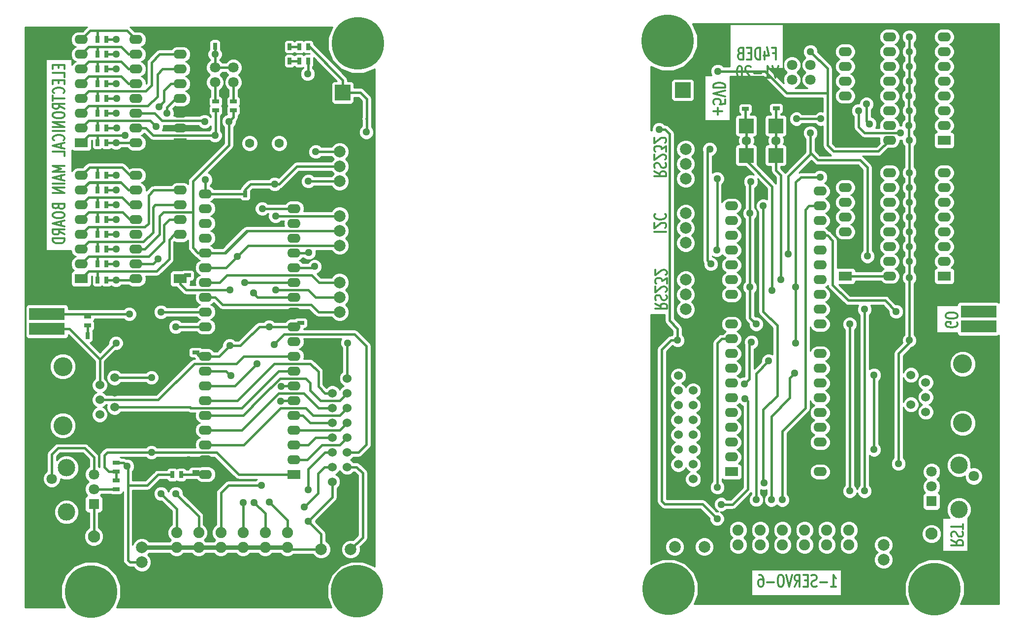
<source format=gbl>
G04 (created by PCBNEW-RS274X (2012-01-19 BZR 3256)-stable) date 15/04/2012 14:51:01*
G01*
G70*
G90*
%MOIN*%
G04 Gerber Fmt 3.4, Leading zero omitted, Abs format*
%FSLAX34Y34*%
G04 APERTURE LIST*
%ADD10C,0.006000*%
%ADD11C,0.012000*%
%ADD12C,0.354300*%
%ADD13R,0.106300X0.106300*%
%ADD14C,0.106300*%
%ADD15R,0.078700X0.078700*%
%ADD16C,0.078700*%
%ADD17C,0.160000*%
%ADD18R,0.090000X0.062000*%
%ADD19O,0.090000X0.062000*%
%ADD20C,0.070900*%
%ADD21C,0.118100*%
%ADD22O,0.118100X0.118100*%
%ADD23R,0.045000X0.025000*%
%ADD24R,0.240200X0.082700*%
%ADD25R,0.070900X0.082700*%
%ADD26C,0.082700*%
%ADD27R,0.070900X0.070900*%
%ADD28R,0.100000X0.100000*%
%ADD29C,0.063000*%
%ADD30R,0.060000X0.060000*%
%ADD31C,0.060000*%
%ADD32C,0.128000*%
%ADD33R,0.074800X0.074800*%
%ADD34C,0.074800*%
%ADD35R,0.025000X0.045000*%
%ADD36C,0.051200*%
%ADD37C,0.015900*%
%ADD38C,0.031500*%
%ADD39C,0.010000*%
G04 APERTURE END LIST*
G54D10*
G54D11*
X92835Y-60074D02*
X93178Y-60074D01*
X93006Y-60074D02*
X93006Y-59274D01*
X93063Y-59388D01*
X93121Y-59464D01*
X93178Y-59502D01*
X92578Y-59769D02*
X92121Y-59769D01*
X91864Y-60036D02*
X91778Y-60074D01*
X91635Y-60074D01*
X91578Y-60036D01*
X91549Y-59998D01*
X91521Y-59921D01*
X91521Y-59845D01*
X91549Y-59769D01*
X91578Y-59731D01*
X91635Y-59693D01*
X91749Y-59655D01*
X91807Y-59617D01*
X91835Y-59579D01*
X91864Y-59502D01*
X91864Y-59426D01*
X91835Y-59350D01*
X91807Y-59312D01*
X91749Y-59274D01*
X91607Y-59274D01*
X91521Y-59312D01*
X91264Y-59655D02*
X91064Y-59655D01*
X90978Y-60074D02*
X91264Y-60074D01*
X91264Y-59274D01*
X90978Y-59274D01*
X90378Y-60074D02*
X90578Y-59693D01*
X90721Y-60074D02*
X90721Y-59274D01*
X90493Y-59274D01*
X90435Y-59312D01*
X90407Y-59350D01*
X90378Y-59426D01*
X90378Y-59540D01*
X90407Y-59617D01*
X90435Y-59655D01*
X90493Y-59693D01*
X90721Y-59693D01*
X90207Y-59274D02*
X90007Y-60074D01*
X89807Y-59274D01*
X89493Y-59274D02*
X89379Y-59274D01*
X89321Y-59312D01*
X89264Y-59388D01*
X89236Y-59540D01*
X89236Y-59807D01*
X89264Y-59960D01*
X89321Y-60036D01*
X89379Y-60074D01*
X89493Y-60074D01*
X89550Y-60036D01*
X89607Y-59960D01*
X89636Y-59807D01*
X89636Y-59540D01*
X89607Y-59388D01*
X89550Y-59312D01*
X89493Y-59274D01*
X88978Y-59769D02*
X88521Y-59769D01*
X87978Y-59274D02*
X88092Y-59274D01*
X88149Y-59312D01*
X88178Y-59350D01*
X88235Y-59464D01*
X88264Y-59617D01*
X88264Y-59921D01*
X88235Y-59998D01*
X88207Y-60036D01*
X88149Y-60074D01*
X88035Y-60074D01*
X87978Y-60036D01*
X87949Y-59998D01*
X87921Y-59921D01*
X87921Y-59731D01*
X87949Y-59655D01*
X87978Y-59617D01*
X88035Y-59579D01*
X88149Y-59579D01*
X88207Y-59617D01*
X88235Y-59655D01*
X88264Y-59731D01*
X100976Y-56928D02*
X101357Y-57128D01*
X100976Y-57271D02*
X101776Y-57271D01*
X101776Y-57043D01*
X101738Y-56985D01*
X101700Y-56957D01*
X101624Y-56928D01*
X101510Y-56928D01*
X101433Y-56957D01*
X101395Y-56985D01*
X101357Y-57043D01*
X101357Y-57271D01*
X101014Y-56700D02*
X100976Y-56614D01*
X100976Y-56471D01*
X101014Y-56414D01*
X101052Y-56385D01*
X101129Y-56357D01*
X101205Y-56357D01*
X101281Y-56385D01*
X101319Y-56414D01*
X101357Y-56471D01*
X101395Y-56585D01*
X101433Y-56643D01*
X101471Y-56671D01*
X101548Y-56700D01*
X101624Y-56700D01*
X101700Y-56671D01*
X101738Y-56643D01*
X101776Y-56585D01*
X101776Y-56443D01*
X101738Y-56357D01*
X101776Y-56186D02*
X101776Y-55843D01*
X100976Y-56014D02*
X101776Y-56014D01*
X101363Y-42182D02*
X101401Y-42239D01*
X101401Y-42325D01*
X101363Y-42410D01*
X101287Y-42468D01*
X101211Y-42496D01*
X101058Y-42525D01*
X100944Y-42525D01*
X100792Y-42496D01*
X100715Y-42468D01*
X100639Y-42410D01*
X100601Y-42325D01*
X100601Y-42268D01*
X100639Y-42182D01*
X100677Y-42153D01*
X100944Y-42153D01*
X100944Y-42268D01*
X101401Y-41782D02*
X101401Y-41668D01*
X101363Y-41610D01*
X101287Y-41553D01*
X101135Y-41525D01*
X100868Y-41525D01*
X100715Y-41553D01*
X100639Y-41610D01*
X100601Y-41668D01*
X100601Y-41782D01*
X100639Y-41839D01*
X100715Y-41896D01*
X100868Y-41925D01*
X101135Y-41925D01*
X101287Y-41896D01*
X101363Y-41839D01*
X101401Y-41782D01*
X85181Y-28121D02*
X85181Y-27664D01*
X84876Y-27893D02*
X85486Y-27893D01*
X85676Y-27092D02*
X85676Y-27378D01*
X85295Y-27407D01*
X85333Y-27378D01*
X85371Y-27321D01*
X85371Y-27178D01*
X85333Y-27121D01*
X85295Y-27092D01*
X85219Y-27064D01*
X85029Y-27064D01*
X84952Y-27092D01*
X84914Y-27121D01*
X84876Y-27178D01*
X84876Y-27321D01*
X84914Y-27378D01*
X84952Y-27407D01*
X85676Y-26893D02*
X84876Y-26693D01*
X85676Y-26493D01*
X84876Y-26293D02*
X85676Y-26293D01*
X85676Y-26150D01*
X85638Y-26065D01*
X85562Y-26007D01*
X85486Y-25979D01*
X85333Y-25950D01*
X85219Y-25950D01*
X85067Y-25979D01*
X84990Y-26007D01*
X84914Y-26065D01*
X84876Y-26150D01*
X84876Y-26293D01*
X80926Y-40906D02*
X81307Y-41106D01*
X80926Y-41249D02*
X81726Y-41249D01*
X81726Y-41021D01*
X81688Y-40963D01*
X81650Y-40935D01*
X81574Y-40906D01*
X81460Y-40906D01*
X81383Y-40935D01*
X81345Y-40963D01*
X81307Y-41021D01*
X81307Y-41249D01*
X80964Y-40678D02*
X80926Y-40592D01*
X80926Y-40449D01*
X80964Y-40392D01*
X81002Y-40363D01*
X81079Y-40335D01*
X81155Y-40335D01*
X81231Y-40363D01*
X81269Y-40392D01*
X81307Y-40449D01*
X81345Y-40563D01*
X81383Y-40621D01*
X81421Y-40649D01*
X81498Y-40678D01*
X81574Y-40678D01*
X81650Y-40649D01*
X81688Y-40621D01*
X81726Y-40563D01*
X81726Y-40421D01*
X81688Y-40335D01*
X81650Y-40107D02*
X81688Y-40078D01*
X81726Y-40021D01*
X81726Y-39878D01*
X81688Y-39821D01*
X81650Y-39792D01*
X81574Y-39764D01*
X81498Y-39764D01*
X81383Y-39792D01*
X80926Y-40135D01*
X80926Y-39764D01*
X81726Y-39564D02*
X81726Y-39193D01*
X81421Y-39393D01*
X81421Y-39307D01*
X81383Y-39250D01*
X81345Y-39221D01*
X81269Y-39193D01*
X81079Y-39193D01*
X81002Y-39221D01*
X80964Y-39250D01*
X80926Y-39307D01*
X80926Y-39479D01*
X80964Y-39536D01*
X81002Y-39564D01*
X81650Y-38965D02*
X81688Y-38936D01*
X81726Y-38879D01*
X81726Y-38736D01*
X81688Y-38679D01*
X81650Y-38650D01*
X81574Y-38622D01*
X81498Y-38622D01*
X81383Y-38650D01*
X80926Y-38993D01*
X80926Y-38622D01*
X80876Y-36035D02*
X81676Y-36035D01*
X81600Y-35778D02*
X81638Y-35749D01*
X81676Y-35692D01*
X81676Y-35549D01*
X81638Y-35492D01*
X81600Y-35463D01*
X81524Y-35435D01*
X81448Y-35435D01*
X81333Y-35463D01*
X80876Y-35806D01*
X80876Y-35435D01*
X80952Y-34835D02*
X80914Y-34864D01*
X80876Y-34950D01*
X80876Y-35007D01*
X80914Y-35092D01*
X80990Y-35150D01*
X81067Y-35178D01*
X81219Y-35207D01*
X81333Y-35207D01*
X81486Y-35178D01*
X81562Y-35150D01*
X81638Y-35092D01*
X81676Y-35007D01*
X81676Y-34950D01*
X81638Y-34864D01*
X81600Y-34835D01*
X88921Y-23955D02*
X89121Y-23955D01*
X89121Y-24374D02*
X89121Y-23574D01*
X88835Y-23574D01*
X88350Y-23840D02*
X88350Y-24374D01*
X88493Y-23536D02*
X88636Y-24107D01*
X88264Y-24107D01*
X88036Y-24374D02*
X88036Y-23574D01*
X87893Y-23574D01*
X87808Y-23612D01*
X87750Y-23688D01*
X87722Y-23764D01*
X87693Y-23917D01*
X87693Y-24031D01*
X87722Y-24183D01*
X87750Y-24260D01*
X87808Y-24336D01*
X87893Y-24374D01*
X88036Y-24374D01*
X87436Y-23955D02*
X87236Y-23955D01*
X87150Y-24374D02*
X87436Y-24374D01*
X87436Y-23574D01*
X87150Y-23574D01*
X86693Y-23955D02*
X86607Y-23993D01*
X86579Y-24031D01*
X86550Y-24107D01*
X86550Y-24221D01*
X86579Y-24298D01*
X86607Y-24336D01*
X86665Y-24374D01*
X86893Y-24374D01*
X86893Y-23574D01*
X86693Y-23574D01*
X86636Y-23612D01*
X86607Y-23650D01*
X86579Y-23726D01*
X86579Y-23802D01*
X86607Y-23879D01*
X86636Y-23917D01*
X86693Y-23955D01*
X86893Y-23955D01*
X89278Y-24814D02*
X89078Y-25614D01*
X88878Y-24814D01*
X88364Y-25614D02*
X88707Y-25614D01*
X88535Y-25614D02*
X88535Y-24814D01*
X88592Y-24928D01*
X88650Y-25004D01*
X88707Y-25042D01*
X88107Y-25309D02*
X87650Y-25309D01*
X87393Y-24890D02*
X87364Y-24852D01*
X87307Y-24814D01*
X87164Y-24814D01*
X87107Y-24852D01*
X87078Y-24890D01*
X87050Y-24966D01*
X87050Y-25042D01*
X87078Y-25157D01*
X87421Y-25614D01*
X87050Y-25614D01*
X86679Y-24814D02*
X86622Y-24814D01*
X86565Y-24852D01*
X86536Y-24890D01*
X86507Y-24966D01*
X86479Y-25119D01*
X86479Y-25309D01*
X86507Y-25461D01*
X86536Y-25538D01*
X86565Y-25576D01*
X86622Y-25614D01*
X86679Y-25614D01*
X86736Y-25576D01*
X86765Y-25538D01*
X86793Y-25461D01*
X86822Y-25309D01*
X86822Y-25119D01*
X86793Y-24966D01*
X86765Y-24890D01*
X86736Y-24852D01*
X86679Y-24814D01*
X80876Y-31956D02*
X81257Y-32156D01*
X80876Y-32299D02*
X81676Y-32299D01*
X81676Y-32071D01*
X81638Y-32013D01*
X81600Y-31985D01*
X81524Y-31956D01*
X81410Y-31956D01*
X81333Y-31985D01*
X81295Y-32013D01*
X81257Y-32071D01*
X81257Y-32299D01*
X80914Y-31728D02*
X80876Y-31642D01*
X80876Y-31499D01*
X80914Y-31442D01*
X80952Y-31413D01*
X81029Y-31385D01*
X81105Y-31385D01*
X81181Y-31413D01*
X81219Y-31442D01*
X81257Y-31499D01*
X81295Y-31613D01*
X81333Y-31671D01*
X81371Y-31699D01*
X81448Y-31728D01*
X81524Y-31728D01*
X81600Y-31699D01*
X81638Y-31671D01*
X81676Y-31613D01*
X81676Y-31471D01*
X81638Y-31385D01*
X81600Y-31157D02*
X81638Y-31128D01*
X81676Y-31071D01*
X81676Y-30928D01*
X81638Y-30871D01*
X81600Y-30842D01*
X81524Y-30814D01*
X81448Y-30814D01*
X81333Y-30842D01*
X80876Y-31185D01*
X80876Y-30814D01*
X81676Y-30614D02*
X81676Y-30243D01*
X81371Y-30443D01*
X81371Y-30357D01*
X81333Y-30300D01*
X81295Y-30271D01*
X81219Y-30243D01*
X81029Y-30243D01*
X80952Y-30271D01*
X80914Y-30300D01*
X80876Y-30357D01*
X80876Y-30529D01*
X80914Y-30586D01*
X80952Y-30614D01*
X81600Y-30015D02*
X81638Y-29986D01*
X81676Y-29929D01*
X81676Y-29786D01*
X81638Y-29729D01*
X81600Y-29700D01*
X81524Y-29672D01*
X81448Y-29672D01*
X81333Y-29700D01*
X80876Y-30043D01*
X80876Y-29672D01*
X40530Y-24746D02*
X40530Y-24946D01*
X40949Y-25032D02*
X40949Y-24746D01*
X40149Y-24746D01*
X40149Y-25032D01*
X40949Y-25575D02*
X40949Y-25289D01*
X40149Y-25289D01*
X40530Y-25775D02*
X40530Y-25975D01*
X40949Y-26061D02*
X40949Y-25775D01*
X40149Y-25775D01*
X40149Y-26061D01*
X40873Y-26661D02*
X40911Y-26632D01*
X40949Y-26546D01*
X40949Y-26489D01*
X40911Y-26404D01*
X40835Y-26346D01*
X40758Y-26318D01*
X40606Y-26289D01*
X40492Y-26289D01*
X40339Y-26318D01*
X40263Y-26346D01*
X40187Y-26404D01*
X40149Y-26489D01*
X40149Y-26546D01*
X40187Y-26632D01*
X40225Y-26661D01*
X40149Y-26832D02*
X40149Y-27175D01*
X40949Y-27004D02*
X40149Y-27004D01*
X40949Y-27718D02*
X40568Y-27518D01*
X40949Y-27375D02*
X40149Y-27375D01*
X40149Y-27603D01*
X40187Y-27661D01*
X40225Y-27689D01*
X40301Y-27718D01*
X40415Y-27718D01*
X40492Y-27689D01*
X40530Y-27661D01*
X40568Y-27603D01*
X40568Y-27375D01*
X40149Y-28089D02*
X40149Y-28203D01*
X40187Y-28261D01*
X40263Y-28318D01*
X40415Y-28346D01*
X40682Y-28346D01*
X40835Y-28318D01*
X40911Y-28261D01*
X40949Y-28203D01*
X40949Y-28089D01*
X40911Y-28032D01*
X40835Y-27975D01*
X40682Y-27946D01*
X40415Y-27946D01*
X40263Y-27975D01*
X40187Y-28032D01*
X40149Y-28089D01*
X40949Y-28604D02*
X40149Y-28604D01*
X40949Y-28947D01*
X40149Y-28947D01*
X40949Y-29233D02*
X40149Y-29233D01*
X40873Y-29862D02*
X40911Y-29833D01*
X40949Y-29747D01*
X40949Y-29690D01*
X40911Y-29605D01*
X40835Y-29547D01*
X40758Y-29519D01*
X40606Y-29490D01*
X40492Y-29490D01*
X40339Y-29519D01*
X40263Y-29547D01*
X40187Y-29605D01*
X40149Y-29690D01*
X40149Y-29747D01*
X40187Y-29833D01*
X40225Y-29862D01*
X40720Y-30090D02*
X40720Y-30376D01*
X40949Y-30033D02*
X40149Y-30233D01*
X40949Y-30433D01*
X40949Y-30919D02*
X40949Y-30633D01*
X40149Y-30633D01*
X40949Y-31576D02*
X40149Y-31576D01*
X40720Y-31776D01*
X40149Y-31976D01*
X40949Y-31976D01*
X40720Y-32233D02*
X40720Y-32519D01*
X40949Y-32176D02*
X40149Y-32376D01*
X40949Y-32576D01*
X40949Y-32776D02*
X40149Y-32776D01*
X40949Y-33062D02*
X40149Y-33062D01*
X40949Y-33405D01*
X40149Y-33405D01*
X40530Y-34348D02*
X40568Y-34434D01*
X40606Y-34462D01*
X40682Y-34491D01*
X40796Y-34491D01*
X40873Y-34462D01*
X40911Y-34434D01*
X40949Y-34376D01*
X40949Y-34148D01*
X40149Y-34148D01*
X40149Y-34348D01*
X40187Y-34405D01*
X40225Y-34434D01*
X40301Y-34462D01*
X40377Y-34462D01*
X40454Y-34434D01*
X40492Y-34405D01*
X40530Y-34348D01*
X40530Y-34148D01*
X40149Y-34862D02*
X40149Y-34976D01*
X40187Y-35034D01*
X40263Y-35091D01*
X40415Y-35119D01*
X40682Y-35119D01*
X40835Y-35091D01*
X40911Y-35034D01*
X40949Y-34976D01*
X40949Y-34862D01*
X40911Y-34805D01*
X40835Y-34748D01*
X40682Y-34719D01*
X40415Y-34719D01*
X40263Y-34748D01*
X40187Y-34805D01*
X40149Y-34862D01*
X40720Y-35348D02*
X40720Y-35634D01*
X40949Y-35291D02*
X40149Y-35491D01*
X40949Y-35691D01*
X40949Y-36234D02*
X40568Y-36034D01*
X40949Y-35891D02*
X40149Y-35891D01*
X40149Y-36119D01*
X40187Y-36177D01*
X40225Y-36205D01*
X40301Y-36234D01*
X40415Y-36234D01*
X40492Y-36205D01*
X40530Y-36177D01*
X40568Y-36119D01*
X40568Y-35891D01*
X40949Y-36491D02*
X40149Y-36491D01*
X40149Y-36634D01*
X40187Y-36719D01*
X40263Y-36777D01*
X40339Y-36805D01*
X40492Y-36834D01*
X40606Y-36834D01*
X40758Y-36805D01*
X40835Y-36777D01*
X40911Y-36719D01*
X40949Y-36634D01*
X40949Y-36491D01*
G54D12*
X99850Y-60250D03*
G54D13*
X82800Y-26450D03*
G54D14*
X82800Y-27825D03*
G54D15*
X83000Y-29450D03*
G54D16*
X83000Y-30450D03*
X83000Y-31450D03*
X83000Y-32450D03*
G54D12*
X81825Y-60225D03*
X81775Y-23125D03*
G54D17*
X81800Y-23100D03*
X81850Y-60200D03*
G54D16*
X84259Y-57376D03*
X83259Y-56376D03*
X82259Y-57376D03*
G54D18*
X93800Y-29850D03*
G54D19*
X93800Y-28850D03*
X93800Y-27850D03*
X93800Y-26850D03*
X93800Y-25850D03*
X93800Y-24850D03*
X93800Y-23850D03*
X93800Y-22850D03*
X96800Y-22850D03*
X96800Y-23850D03*
X96800Y-24850D03*
X96800Y-25850D03*
X96800Y-26850D03*
X96800Y-27850D03*
X96800Y-28850D03*
X96800Y-29850D03*
G54D18*
X93800Y-39050D03*
G54D19*
X93800Y-38050D03*
X93800Y-37050D03*
X93800Y-36050D03*
X93800Y-35050D03*
X93800Y-34050D03*
X93800Y-33050D03*
X93800Y-32050D03*
X96800Y-32050D03*
X96800Y-33050D03*
X96800Y-34050D03*
X96800Y-35050D03*
X96800Y-36050D03*
X96800Y-37050D03*
X96800Y-38050D03*
X96800Y-39050D03*
G54D18*
X100500Y-29850D03*
G54D19*
X100500Y-28850D03*
X100500Y-27850D03*
X100500Y-26850D03*
X100500Y-25850D03*
X100500Y-24850D03*
X100500Y-23850D03*
X100500Y-22850D03*
X103500Y-22850D03*
X103500Y-23850D03*
X103500Y-24850D03*
X103500Y-25850D03*
X103500Y-26850D03*
X103500Y-27850D03*
X103500Y-28850D03*
X103500Y-29850D03*
G54D18*
X86100Y-52300D03*
G54D19*
X86100Y-51300D03*
X86100Y-50300D03*
X86100Y-49300D03*
X86100Y-48300D03*
X86100Y-47300D03*
X86100Y-46300D03*
X86100Y-45300D03*
X86100Y-44300D03*
X86100Y-43300D03*
X86100Y-42300D03*
X86100Y-41300D03*
X86100Y-40300D03*
X86100Y-39300D03*
X86100Y-38300D03*
X86100Y-37300D03*
X86100Y-36300D03*
X86100Y-35300D03*
X86100Y-34300D03*
X86100Y-33300D03*
X92100Y-33300D03*
X92100Y-34300D03*
X92100Y-35300D03*
X92100Y-36300D03*
X92100Y-37300D03*
X92100Y-38300D03*
X92100Y-39300D03*
X92100Y-40300D03*
X92100Y-41300D03*
X92100Y-42300D03*
X92100Y-43300D03*
X92100Y-44300D03*
X92100Y-45300D03*
X92100Y-46300D03*
X92100Y-47300D03*
X92100Y-48300D03*
X92100Y-49300D03*
X92100Y-50300D03*
X92100Y-51300D03*
X92100Y-52300D03*
G54D18*
X100500Y-39050D03*
G54D19*
X100500Y-38050D03*
X100500Y-37050D03*
X100500Y-36050D03*
X100500Y-35050D03*
X100500Y-34050D03*
X100500Y-33050D03*
X100500Y-32050D03*
X103500Y-32050D03*
X103500Y-33050D03*
X103500Y-34050D03*
X103500Y-35050D03*
X103500Y-36050D03*
X103500Y-37050D03*
X103500Y-38050D03*
X103500Y-39050D03*
G54D20*
X102500Y-54100D03*
X102500Y-52600D03*
G54D21*
X101500Y-54850D03*
G54D22*
X101500Y-51850D03*
G54D23*
X87050Y-27725D03*
X87050Y-27125D03*
X89125Y-27700D03*
X89125Y-27100D03*
G54D15*
X83000Y-38300D03*
G54D16*
X83000Y-39300D03*
X83000Y-40300D03*
X83000Y-41300D03*
G54D15*
X83000Y-33800D03*
G54D16*
X83000Y-34800D03*
X83000Y-35800D03*
X83000Y-36800D03*
G54D24*
X102825Y-41450D03*
X102825Y-42450D03*
G54D25*
X98650Y-56500D03*
G54D26*
X99650Y-56500D03*
G54D27*
X99650Y-54300D03*
G54D20*
X99650Y-53300D03*
X99650Y-52300D03*
G54D28*
X87100Y-30875D03*
X89100Y-30875D03*
X89100Y-28875D03*
X87100Y-28875D03*
G54D29*
X89100Y-29875D03*
X87100Y-29875D03*
G54D20*
X91450Y-25750D03*
X91450Y-24750D03*
X90200Y-25750D03*
X90200Y-24750D03*
G54D16*
X96400Y-58250D03*
X96400Y-57250D03*
G54D30*
X82500Y-52800D03*
G54D31*
X83500Y-52800D03*
X82500Y-51800D03*
X83500Y-51800D03*
X82500Y-50800D03*
X83500Y-50800D03*
X82500Y-49800D03*
X83500Y-49800D03*
X82500Y-48800D03*
X83500Y-48800D03*
X82500Y-47800D03*
X83500Y-47800D03*
X82500Y-46800D03*
X83500Y-46800D03*
X82500Y-45800D03*
X83500Y-45800D03*
X99250Y-47250D03*
X99250Y-46250D03*
X99250Y-48250D03*
X98250Y-45750D03*
X98250Y-46750D03*
X98250Y-47750D03*
G54D32*
X101750Y-49000D03*
X101750Y-45000D03*
G54D33*
X86550Y-58250D03*
G54D34*
X86550Y-57250D03*
X86550Y-56250D03*
G54D33*
X88050Y-58250D03*
G54D34*
X88050Y-57250D03*
X88050Y-56250D03*
G54D33*
X89550Y-58250D03*
G54D34*
X89550Y-57250D03*
X89550Y-56250D03*
G54D33*
X91050Y-58250D03*
G54D34*
X91050Y-57250D03*
X91050Y-56250D03*
G54D33*
X92550Y-58250D03*
G54D34*
X92550Y-57250D03*
X92550Y-56250D03*
G54D33*
X94050Y-58250D03*
G54D34*
X94050Y-57250D03*
X94050Y-56250D03*
G54D33*
X48525Y-58425D03*
G54D34*
X48525Y-57425D03*
X48525Y-56425D03*
G54D33*
X50025Y-58425D03*
G54D34*
X50025Y-57425D03*
X50025Y-56425D03*
G54D33*
X51525Y-58425D03*
G54D34*
X51525Y-57425D03*
X51525Y-56425D03*
G54D33*
X53025Y-58425D03*
G54D34*
X53025Y-57425D03*
X53025Y-56425D03*
G54D33*
X54525Y-58425D03*
G54D34*
X54525Y-57425D03*
X54525Y-56425D03*
G54D33*
X56025Y-58425D03*
G54D34*
X56025Y-57425D03*
X56025Y-56425D03*
G54D31*
X43325Y-47425D03*
X43325Y-46425D03*
X43325Y-48425D03*
X44325Y-45925D03*
X44325Y-46925D03*
X44325Y-47925D03*
G54D32*
X40825Y-49175D03*
X40825Y-45175D03*
G54D30*
X60075Y-52975D03*
G54D31*
X59075Y-52975D03*
X60075Y-51975D03*
X59075Y-51975D03*
X60075Y-50975D03*
X59075Y-50975D03*
X60075Y-49975D03*
X59075Y-49975D03*
X60075Y-48975D03*
X59075Y-48975D03*
X60075Y-47975D03*
X59075Y-47975D03*
X60075Y-46975D03*
X59075Y-46975D03*
X60075Y-45975D03*
X59075Y-45975D03*
G54D16*
X46175Y-58425D03*
X46175Y-57425D03*
G54D20*
X52375Y-25925D03*
X52375Y-24925D03*
X51125Y-25925D03*
X51125Y-24925D03*
G54D29*
X53475Y-30050D03*
X55475Y-30050D03*
G54D27*
X42925Y-54475D03*
G54D20*
X42925Y-53475D03*
X42925Y-52475D03*
G54D25*
X43925Y-56675D03*
G54D26*
X42925Y-56675D03*
G54D24*
X39750Y-41625D03*
X39750Y-42625D03*
G54D15*
X59575Y-33975D03*
G54D16*
X59575Y-34975D03*
X59575Y-35975D03*
X59575Y-36975D03*
G54D15*
X59575Y-38475D03*
G54D16*
X59575Y-39475D03*
X59575Y-40475D03*
X59575Y-41475D03*
G54D23*
X52375Y-27225D03*
X52375Y-27825D03*
X51175Y-27225D03*
X51175Y-27825D03*
X44425Y-52875D03*
X44425Y-53475D03*
X42500Y-42400D03*
X42500Y-41800D03*
X44425Y-51675D03*
X44425Y-52275D03*
G54D35*
X43175Y-39325D03*
X43775Y-39325D03*
X43175Y-38225D03*
X43775Y-38225D03*
X43175Y-37225D03*
X43775Y-37225D03*
X43175Y-36225D03*
X43775Y-36225D03*
X43175Y-32225D03*
X43775Y-32225D03*
X43175Y-33225D03*
X43775Y-33225D03*
X43175Y-34225D03*
X43775Y-34225D03*
X43175Y-35225D03*
X43775Y-35225D03*
X56175Y-23525D03*
X55575Y-23525D03*
X56175Y-24475D03*
X55575Y-24475D03*
X43175Y-30025D03*
X43775Y-30025D03*
X43175Y-29025D03*
X43775Y-29025D03*
X43175Y-28025D03*
X43775Y-28025D03*
X43175Y-27025D03*
X43775Y-27025D03*
X43175Y-23025D03*
X43775Y-23025D03*
X43175Y-24025D03*
X43775Y-24025D03*
X43175Y-25025D03*
X43775Y-25025D03*
X43175Y-26025D03*
X43775Y-26025D03*
X57425Y-23525D03*
X56825Y-23525D03*
X57425Y-24475D03*
X56825Y-24475D03*
X51125Y-23475D03*
X50525Y-23475D03*
G54D23*
X49275Y-39000D03*
X49275Y-38400D03*
X49825Y-44225D03*
X49825Y-43625D03*
X56925Y-42225D03*
X56925Y-41625D03*
G54D35*
X53175Y-33475D03*
X53775Y-33475D03*
G54D20*
X40075Y-54275D03*
X40075Y-52775D03*
G54D21*
X41075Y-55025D03*
G54D22*
X41075Y-52025D03*
G54D18*
X42075Y-39225D03*
G54D19*
X42075Y-38225D03*
X42075Y-37225D03*
X42075Y-36225D03*
X42075Y-35225D03*
X42075Y-34225D03*
X42075Y-33225D03*
X42075Y-32225D03*
X39075Y-32225D03*
X39075Y-33225D03*
X39075Y-34225D03*
X39075Y-35225D03*
X39075Y-36225D03*
X39075Y-37225D03*
X39075Y-38225D03*
X39075Y-39225D03*
G54D18*
X56475Y-52475D03*
G54D19*
X56475Y-51475D03*
X56475Y-50475D03*
X56475Y-49475D03*
X56475Y-48475D03*
X56475Y-47475D03*
X56475Y-46475D03*
X56475Y-45475D03*
X56475Y-44475D03*
X56475Y-43475D03*
X56475Y-42475D03*
X56475Y-41475D03*
X56475Y-40475D03*
X56475Y-39475D03*
X56475Y-38475D03*
X56475Y-37475D03*
X56475Y-36475D03*
X56475Y-35475D03*
X56475Y-34475D03*
X56475Y-33475D03*
X50475Y-33475D03*
X50475Y-34475D03*
X50475Y-35475D03*
X50475Y-36475D03*
X50475Y-37475D03*
X50475Y-38475D03*
X50475Y-39475D03*
X50475Y-40475D03*
X50475Y-41475D03*
X50475Y-42475D03*
X50475Y-43475D03*
X50475Y-44475D03*
X50475Y-45475D03*
X50475Y-46475D03*
X50475Y-47475D03*
X50475Y-48475D03*
X50475Y-49475D03*
X50475Y-50475D03*
X50475Y-51475D03*
X50475Y-52475D03*
G54D18*
X42075Y-30025D03*
G54D19*
X42075Y-29025D03*
X42075Y-28025D03*
X42075Y-27025D03*
X42075Y-26025D03*
X42075Y-25025D03*
X42075Y-24025D03*
X42075Y-23025D03*
X39075Y-23025D03*
X39075Y-24025D03*
X39075Y-25025D03*
X39075Y-26025D03*
X39075Y-27025D03*
X39075Y-28025D03*
X39075Y-29025D03*
X39075Y-30025D03*
G54D18*
X48775Y-39225D03*
G54D19*
X48775Y-38225D03*
X48775Y-37225D03*
X48775Y-36225D03*
X48775Y-35225D03*
X48775Y-34225D03*
X48775Y-33225D03*
X48775Y-32225D03*
X45775Y-32225D03*
X45775Y-33225D03*
X45775Y-34225D03*
X45775Y-35225D03*
X45775Y-36225D03*
X45775Y-37225D03*
X45775Y-38225D03*
X45775Y-39225D03*
G54D18*
X48775Y-30025D03*
G54D19*
X48775Y-29025D03*
X48775Y-28025D03*
X48775Y-27025D03*
X48775Y-26025D03*
X48775Y-25025D03*
X48775Y-24025D03*
X48775Y-23025D03*
X45775Y-23025D03*
X45775Y-24025D03*
X45775Y-25025D03*
X45775Y-26025D03*
X45775Y-27025D03*
X45775Y-28025D03*
X45775Y-29025D03*
X45775Y-30025D03*
G54D16*
X58316Y-57551D03*
X59316Y-56551D03*
X60316Y-57551D03*
G54D17*
X60725Y-60375D03*
X60775Y-23275D03*
G54D12*
X60800Y-23300D03*
X60750Y-60400D03*
G54D15*
X59575Y-29625D03*
G54D16*
X59575Y-30625D03*
X59575Y-31625D03*
X59575Y-32625D03*
G54D35*
X48225Y-52500D03*
X48825Y-52500D03*
X42500Y-43075D03*
X43100Y-43075D03*
G54D13*
X59775Y-26625D03*
G54D14*
X59775Y-28000D03*
G54D23*
X49825Y-52325D03*
X49825Y-51725D03*
G54D12*
X42725Y-60425D03*
G54D36*
X57450Y-55650D03*
X61375Y-29300D03*
X60123Y-43571D03*
X82452Y-43396D03*
X81200Y-29125D03*
X85125Y-55475D03*
X50475Y-32525D03*
X52125Y-39975D03*
X44425Y-34225D03*
X52125Y-43750D03*
X55175Y-32825D03*
X54800Y-42475D03*
X55225Y-34975D03*
X55225Y-39975D03*
X57400Y-25350D03*
X44425Y-38225D03*
X44425Y-39325D03*
X44425Y-37225D03*
X44425Y-35225D03*
X44425Y-33225D03*
X44425Y-43575D03*
X45175Y-51925D03*
X44425Y-36225D03*
X51125Y-24025D03*
X44425Y-26025D03*
X44425Y-23025D03*
X44475Y-27025D03*
X44425Y-24025D03*
X44425Y-25025D03*
X44425Y-32225D03*
X44425Y-30025D03*
X44475Y-29025D03*
X44425Y-28025D03*
X98100Y-26850D03*
X98150Y-27850D03*
X98100Y-28850D03*
X98150Y-29850D03*
X98150Y-32050D03*
X98150Y-24850D03*
X98150Y-23850D03*
X98150Y-22850D03*
X98150Y-25850D03*
X91450Y-23850D03*
X98150Y-36050D03*
X98150Y-37050D03*
X97400Y-51750D03*
X98150Y-43400D03*
X98150Y-33050D03*
X98150Y-34050D03*
X98150Y-35050D03*
X98150Y-39150D03*
X98150Y-38050D03*
X85175Y-25175D03*
X87350Y-39800D03*
X87350Y-34800D03*
X87775Y-42300D03*
X87400Y-32650D03*
X90450Y-43575D03*
X90450Y-39800D03*
X92100Y-32350D03*
X57425Y-53525D03*
X85150Y-53350D03*
X55612Y-46519D03*
X55125Y-43700D03*
X86963Y-46344D03*
X87450Y-43525D03*
X55564Y-47527D03*
X57171Y-54681D03*
X87011Y-47352D03*
X85404Y-54506D03*
X46825Y-45925D03*
X46825Y-50975D03*
X95750Y-50800D03*
X95750Y-45750D03*
X53975Y-44975D03*
X54801Y-54366D03*
X88600Y-44800D03*
X87774Y-54191D03*
X53775Y-54375D03*
X52200Y-45800D03*
X88800Y-54200D03*
X90375Y-45625D03*
X53025Y-54375D03*
X89550Y-54200D03*
X54275Y-53225D03*
X54325Y-34475D03*
X88300Y-53050D03*
X88250Y-34300D03*
X48475Y-53775D03*
X48475Y-42475D03*
X94100Y-53600D03*
X94100Y-42300D03*
X95100Y-53600D03*
X47475Y-53775D03*
X47475Y-41475D03*
X95100Y-41300D03*
X52075Y-28575D03*
X50425Y-28575D03*
X92150Y-28400D03*
X90500Y-28400D03*
X51125Y-29525D03*
X52625Y-37725D03*
X47275Y-37875D03*
X95300Y-37700D03*
X91450Y-29350D03*
X89950Y-37550D03*
X43425Y-40650D03*
X55575Y-26075D03*
X46525Y-52375D03*
X49325Y-51475D03*
X49325Y-43475D03*
X47325Y-59725D03*
X43425Y-30975D03*
X59056Y-43582D03*
X60075Y-55460D03*
X57198Y-58433D03*
X85377Y-58258D03*
X82500Y-55285D03*
X83519Y-43407D03*
X99150Y-30800D03*
X95250Y-59550D03*
X96050Y-52200D03*
X93250Y-43300D03*
X93250Y-51300D03*
X99150Y-40475D03*
X87000Y-25900D03*
X53725Y-40200D03*
X88850Y-40025D03*
X53125Y-39475D03*
X89450Y-39300D03*
X57875Y-38400D03*
X57950Y-30625D03*
X84625Y-30450D03*
X84700Y-38225D03*
X57475Y-37450D03*
X57450Y-32625D03*
X85125Y-32450D03*
X85100Y-37275D03*
X45025Y-29525D03*
X47875Y-28025D03*
X94700Y-27850D03*
X97550Y-29350D03*
X47325Y-27575D03*
X47125Y-28925D03*
X95450Y-28750D03*
X95250Y-27400D03*
X45325Y-41625D03*
X97250Y-41450D03*
G54D37*
X59075Y-52975D02*
X59075Y-54025D01*
X59775Y-25775D02*
X59775Y-26625D01*
X57425Y-23525D02*
X57525Y-23525D01*
X59075Y-54025D02*
X57450Y-55650D01*
X57525Y-23525D02*
X59775Y-25775D01*
X58316Y-56516D02*
X57450Y-55650D01*
X58316Y-57551D02*
X58316Y-56516D01*
X61375Y-29300D02*
X61399Y-29276D01*
X61399Y-29276D02*
X61399Y-28399D01*
X61399Y-28399D02*
X61375Y-28375D01*
X61375Y-28375D02*
X61399Y-28375D01*
X58316Y-57551D02*
X56151Y-57551D01*
X82452Y-42602D02*
X81900Y-42050D01*
X60989Y-26625D02*
X61399Y-27035D01*
X59775Y-26625D02*
X60989Y-26625D01*
X61399Y-27035D02*
X61399Y-28375D01*
X60075Y-45975D02*
X60075Y-43619D01*
X60075Y-43619D02*
X60123Y-43571D01*
X56151Y-57551D02*
X56025Y-57425D01*
G54D38*
X54525Y-57425D02*
X56025Y-57425D01*
X53025Y-57425D02*
X54525Y-57425D01*
X51525Y-57425D02*
X52975Y-57425D01*
X52975Y-57425D02*
X53025Y-57425D01*
X50025Y-57425D02*
X50775Y-57425D01*
X50775Y-57425D02*
X51525Y-57425D01*
X48525Y-57425D02*
X50025Y-57425D01*
X46175Y-57425D02*
X48525Y-57425D01*
G54D37*
X82452Y-43396D02*
X82452Y-42602D01*
X81900Y-42050D02*
X81900Y-33500D01*
X81900Y-33500D02*
X81900Y-29425D01*
X81600Y-29125D02*
X81200Y-29125D01*
X81900Y-29425D02*
X81600Y-29125D01*
X82004Y-43396D02*
X82452Y-43396D01*
X85125Y-55475D02*
X84125Y-54475D01*
X84125Y-54475D02*
X81575Y-54475D01*
X81575Y-54475D02*
X81375Y-54275D01*
X81375Y-54275D02*
X81375Y-44025D01*
X81375Y-44025D02*
X82004Y-43396D01*
X55474Y-42475D02*
X54800Y-42475D01*
X45225Y-58275D02*
X45225Y-53225D01*
X56475Y-42475D02*
X55474Y-42475D01*
X45175Y-51925D02*
X44925Y-51675D01*
X44925Y-51675D02*
X44425Y-51675D01*
X45225Y-51975D02*
X45175Y-51925D01*
X50475Y-33475D02*
X50475Y-32525D01*
X48775Y-39575D02*
X49175Y-39975D01*
X49175Y-39975D02*
X52125Y-39975D01*
X48775Y-39225D02*
X48775Y-39575D01*
X51875Y-33475D02*
X50475Y-33475D01*
X57425Y-39975D02*
X55700Y-39975D01*
X55175Y-32825D02*
X55475Y-32825D01*
X53175Y-33175D02*
X53525Y-32825D01*
X53525Y-32825D02*
X54225Y-32825D01*
X53175Y-33475D02*
X53175Y-33175D01*
X54225Y-32825D02*
X55175Y-32825D01*
X52375Y-24925D02*
X51125Y-24925D01*
X59575Y-40475D02*
X57925Y-40475D01*
X55700Y-39975D02*
X55475Y-39975D01*
X45225Y-53225D02*
X45225Y-51975D01*
X57925Y-40475D02*
X57425Y-39975D01*
X56100Y-34975D02*
X55499Y-34975D01*
X59575Y-34975D02*
X56100Y-34975D01*
X55499Y-34975D02*
X55474Y-35000D01*
X50475Y-44475D02*
X50346Y-44475D01*
X50346Y-44475D02*
X50139Y-44268D01*
X46175Y-58425D02*
X45375Y-58425D01*
X45375Y-58425D02*
X45225Y-58275D01*
X51400Y-44475D02*
X52125Y-43750D01*
X50475Y-44475D02*
X51400Y-44475D01*
X52850Y-43750D02*
X53150Y-43450D01*
X54800Y-42475D02*
X54125Y-42475D01*
X54125Y-42475D02*
X53150Y-43450D01*
X52125Y-43750D02*
X52850Y-43750D01*
X49275Y-39000D02*
X49000Y-39000D01*
X56100Y-34975D02*
X55225Y-34975D01*
X41275Y-42625D02*
X43325Y-44675D01*
X57400Y-25350D02*
X57425Y-25325D01*
X57425Y-25325D02*
X57425Y-24475D01*
X47275Y-52500D02*
X46550Y-53225D01*
X46550Y-53225D02*
X45225Y-53225D01*
X48225Y-52500D02*
X47275Y-52500D01*
X39750Y-42625D02*
X41275Y-42625D01*
X56675Y-31625D02*
X55475Y-32825D01*
X59575Y-31625D02*
X56675Y-31625D01*
X50075Y-44475D02*
X49825Y-44225D01*
X50475Y-44475D02*
X50075Y-44475D01*
X56725Y-42225D02*
X56475Y-42475D01*
X56925Y-42225D02*
X56725Y-42225D01*
X49000Y-39000D02*
X48775Y-39225D01*
X43775Y-35225D02*
X44425Y-35225D01*
X43775Y-38225D02*
X44425Y-38225D01*
X44425Y-39325D02*
X43775Y-39325D01*
X45775Y-30025D02*
X44425Y-30025D01*
X43775Y-34225D02*
X44425Y-34225D01*
X43775Y-33225D02*
X44425Y-33225D01*
X45675Y-39325D02*
X45775Y-39225D01*
X43325Y-46425D02*
X43325Y-44675D01*
X43325Y-44675D02*
X44425Y-43575D01*
X44425Y-39325D02*
X45675Y-39325D01*
X43775Y-32225D02*
X44425Y-32225D01*
X43775Y-36225D02*
X44425Y-36225D01*
X43775Y-37225D02*
X44425Y-37225D01*
X43775Y-25025D02*
X44425Y-25025D01*
X43775Y-26025D02*
X44425Y-26025D01*
X44425Y-23025D02*
X43775Y-23025D01*
X44425Y-24025D02*
X43775Y-24025D01*
X51125Y-24925D02*
X51125Y-24025D01*
X51125Y-24025D02*
X51125Y-23475D01*
X43775Y-30025D02*
X44425Y-30025D01*
X43775Y-29025D02*
X44475Y-29025D01*
X53175Y-33475D02*
X51875Y-33475D01*
X43775Y-28025D02*
X44425Y-28025D01*
X43775Y-27025D02*
X44475Y-27025D01*
X98100Y-28850D02*
X98150Y-28800D01*
X98100Y-26850D02*
X98150Y-26800D01*
X98150Y-26800D02*
X98150Y-25850D01*
X98150Y-27850D02*
X98100Y-27800D01*
X98100Y-27800D02*
X98100Y-26850D01*
X92600Y-25450D02*
X92600Y-25000D01*
X98150Y-28800D02*
X98150Y-27850D01*
X98150Y-29850D02*
X98100Y-29800D01*
X98100Y-29800D02*
X98100Y-28850D01*
X98150Y-32050D02*
X98150Y-29850D01*
X92600Y-29800D02*
X92600Y-26650D01*
X92600Y-26650D02*
X92600Y-25450D01*
X98150Y-24850D02*
X98150Y-23850D01*
X98150Y-23850D02*
X98150Y-22850D01*
X98150Y-25850D02*
X98150Y-24850D01*
X92600Y-25000D02*
X91450Y-23850D01*
X98150Y-36050D02*
X98150Y-36100D01*
X93000Y-30600D02*
X96050Y-30600D01*
X96050Y-30600D02*
X96800Y-29850D01*
X92600Y-30200D02*
X93000Y-30600D01*
X92600Y-29800D02*
X92600Y-30200D01*
X97400Y-44300D02*
X97400Y-51750D01*
X98150Y-43550D02*
X97400Y-44300D01*
X98150Y-43400D02*
X98150Y-43550D01*
X98150Y-39150D02*
X98150Y-43400D01*
X98150Y-33050D02*
X98150Y-32050D01*
X98150Y-34050D02*
X98150Y-33050D01*
X98150Y-35050D02*
X98150Y-34050D01*
X98150Y-38050D02*
X98150Y-39150D01*
X98150Y-37050D02*
X98150Y-38050D01*
X98150Y-36100D02*
X98150Y-37050D01*
X98150Y-35050D02*
X98150Y-36100D01*
X92600Y-26650D02*
X89850Y-26650D01*
X88375Y-25175D02*
X85175Y-25175D01*
X87350Y-34800D02*
X87350Y-32700D01*
X87775Y-42300D02*
X87350Y-41875D01*
X87350Y-41875D02*
X87350Y-39800D01*
X87350Y-39800D02*
X87350Y-34800D01*
X89850Y-26650D02*
X88375Y-25175D01*
X87350Y-32700D02*
X87400Y-32650D01*
X90450Y-43575D02*
X90450Y-43125D01*
X90800Y-32350D02*
X90450Y-32700D01*
X90450Y-39800D02*
X90450Y-43125D01*
X93800Y-39050D02*
X93800Y-38850D01*
X96800Y-39050D02*
X93800Y-39050D01*
X90450Y-32700D02*
X90450Y-33300D01*
X55700Y-39975D02*
X55225Y-39975D01*
X92100Y-32350D02*
X90800Y-32350D01*
X90450Y-33300D02*
X90450Y-39800D01*
X43175Y-22425D02*
X42675Y-22425D01*
X42675Y-22425D02*
X42075Y-23025D01*
X45175Y-22425D02*
X45775Y-23025D01*
X43175Y-22425D02*
X45175Y-22425D01*
X43175Y-23025D02*
X43175Y-22425D01*
X43175Y-23525D02*
X42575Y-23525D01*
X44075Y-23525D02*
X43175Y-23525D01*
X42575Y-23525D02*
X42075Y-24025D01*
X44775Y-23525D02*
X45275Y-24025D01*
X45275Y-24025D02*
X45775Y-24025D01*
X44075Y-23525D02*
X44775Y-23525D01*
X43175Y-23525D02*
X43175Y-24025D01*
X44775Y-24525D02*
X45275Y-25025D01*
X43975Y-24525D02*
X43175Y-24525D01*
X42575Y-24525D02*
X42075Y-25025D01*
X45275Y-25025D02*
X45775Y-25025D01*
X43975Y-24525D02*
X44775Y-24525D01*
X43175Y-24525D02*
X43175Y-25025D01*
X43175Y-24525D02*
X42575Y-24525D01*
X45275Y-26025D02*
X44775Y-25525D01*
X44775Y-25525D02*
X43175Y-25525D01*
X43175Y-25525D02*
X42575Y-25525D01*
X43175Y-25525D02*
X43175Y-25575D01*
X42575Y-25525D02*
X42075Y-26025D01*
X45775Y-26025D02*
X45275Y-26025D01*
X43175Y-25575D02*
X43175Y-25525D01*
X43175Y-26025D02*
X43175Y-25525D01*
X59575Y-50475D02*
X58375Y-50475D01*
X58375Y-50475D02*
X57375Y-51475D01*
X57375Y-51475D02*
X56475Y-51475D01*
X60075Y-49975D02*
X59575Y-50475D01*
X59075Y-49975D02*
X57925Y-49975D01*
X57425Y-50475D02*
X56475Y-50475D01*
X57925Y-49975D02*
X57425Y-50475D01*
X59575Y-49475D02*
X56475Y-49475D01*
X60075Y-48975D02*
X59575Y-49475D01*
X57075Y-48475D02*
X56475Y-48475D01*
X59075Y-48975D02*
X57575Y-48975D01*
X57575Y-48975D02*
X57075Y-48475D01*
X58775Y-48475D02*
X59575Y-48475D01*
X58775Y-48475D02*
X57775Y-48475D01*
X55575Y-47975D02*
X54225Y-49325D01*
X57275Y-47975D02*
X55575Y-47975D01*
X57775Y-48475D02*
X57275Y-47975D01*
X50475Y-50475D02*
X53075Y-50475D01*
X53075Y-50475D02*
X54225Y-49325D01*
X59575Y-48475D02*
X60075Y-47975D01*
X54225Y-48175D02*
X52925Y-49475D01*
X58125Y-47975D02*
X57125Y-46975D01*
X52925Y-49475D02*
X50475Y-49475D01*
X57125Y-46975D02*
X55425Y-46975D01*
X55425Y-46975D02*
X54225Y-48175D01*
X59075Y-47975D02*
X58125Y-47975D01*
X58925Y-47475D02*
X58275Y-47475D01*
X55525Y-45975D02*
X54275Y-47225D01*
X57275Y-45975D02*
X55525Y-45975D01*
X57575Y-46275D02*
X57275Y-45975D01*
X57575Y-46775D02*
X57575Y-46275D01*
X58275Y-47475D02*
X57575Y-46775D01*
X60075Y-46975D02*
X59575Y-47475D01*
X53025Y-48475D02*
X50475Y-48475D01*
X54275Y-47225D02*
X53025Y-48475D01*
X59575Y-47475D02*
X58925Y-47475D01*
X58125Y-45525D02*
X57575Y-44975D01*
X58575Y-46975D02*
X58125Y-46525D01*
X58125Y-46525D02*
X58125Y-45525D01*
X59075Y-46975D02*
X58575Y-46975D01*
X52625Y-47475D02*
X55125Y-44975D01*
X55125Y-44975D02*
X56625Y-44975D01*
X50475Y-47475D02*
X52625Y-47475D01*
X57575Y-44975D02*
X56625Y-44975D01*
X59075Y-50975D02*
X58575Y-50975D01*
X57425Y-52125D02*
X57425Y-53525D01*
X85150Y-53350D02*
X85150Y-43600D01*
X85150Y-43600D02*
X85450Y-43300D01*
X85450Y-43300D02*
X86100Y-43300D01*
X58575Y-50975D02*
X57425Y-52125D01*
X43175Y-32675D02*
X43175Y-32725D01*
X45275Y-33225D02*
X44725Y-32675D01*
X44725Y-32675D02*
X42625Y-32675D01*
X42625Y-32675D02*
X42075Y-33225D01*
X44775Y-32725D02*
X43175Y-32725D01*
X42575Y-32725D02*
X42075Y-33225D01*
X45275Y-33225D02*
X44775Y-32725D01*
X45775Y-33225D02*
X45275Y-33225D01*
X43175Y-32725D02*
X42575Y-32725D01*
X43175Y-32725D02*
X43175Y-32675D01*
X43175Y-33225D02*
X43175Y-32725D01*
X43175Y-33725D02*
X42575Y-33725D01*
X44825Y-33725D02*
X43175Y-33725D01*
X42575Y-33725D02*
X42075Y-34225D01*
X45775Y-34225D02*
X45325Y-34225D01*
X43175Y-34225D02*
X43175Y-33725D01*
X45325Y-34225D02*
X44825Y-33725D01*
X43175Y-35225D02*
X43125Y-35225D01*
X43175Y-34725D02*
X42575Y-34725D01*
X43125Y-35225D02*
X43175Y-35225D01*
X45775Y-35225D02*
X45375Y-35225D01*
X42575Y-34725D02*
X42075Y-35225D01*
X44875Y-34725D02*
X43175Y-34725D01*
X45375Y-35225D02*
X44875Y-34725D01*
X43175Y-35225D02*
X43175Y-34725D01*
X43175Y-31675D02*
X42625Y-31675D01*
X43175Y-32225D02*
X43175Y-31675D01*
X43175Y-31675D02*
X43175Y-31725D01*
X43175Y-31725D02*
X43175Y-31675D01*
X45775Y-32225D02*
X45375Y-32225D01*
X42625Y-31675D02*
X42075Y-32225D01*
X44825Y-31675D02*
X43175Y-31675D01*
X45375Y-32225D02*
X44825Y-31675D01*
X49425Y-47925D02*
X49475Y-47975D01*
X49475Y-47975D02*
X52925Y-47975D01*
X52925Y-47975D02*
X55425Y-45475D01*
X55425Y-45475D02*
X56475Y-45475D01*
X44325Y-47925D02*
X49425Y-47925D01*
X51450Y-44975D02*
X49725Y-44975D01*
X53075Y-44475D02*
X52575Y-44975D01*
X47275Y-47425D02*
X47075Y-47425D01*
X49725Y-44975D02*
X47275Y-47425D01*
X52575Y-44975D02*
X51450Y-44975D01*
X56475Y-44475D02*
X53075Y-44475D01*
X47275Y-47425D02*
X47075Y-47425D01*
X47075Y-47425D02*
X43325Y-47425D01*
X55125Y-43650D02*
X55125Y-43700D01*
X55803Y-42972D02*
X55125Y-43650D01*
X55612Y-46519D02*
X55656Y-46475D01*
X55656Y-46475D02*
X56475Y-46475D01*
X60845Y-50975D02*
X61371Y-50449D01*
X61371Y-50449D02*
X61371Y-46153D01*
X60075Y-50975D02*
X60845Y-50975D01*
X56225Y-42972D02*
X60564Y-42972D01*
X60564Y-42972D02*
X61375Y-43783D01*
X61375Y-43783D02*
X61375Y-46153D01*
X61375Y-46153D02*
X61371Y-46153D01*
X56225Y-42972D02*
X55803Y-42972D01*
X87450Y-43525D02*
X87300Y-43675D01*
X87300Y-43675D02*
X87300Y-46007D01*
X87300Y-46007D02*
X86963Y-46344D01*
X55616Y-47475D02*
X55564Y-47527D01*
X57171Y-54681D02*
X58100Y-53752D01*
X58100Y-53752D02*
X58100Y-52413D01*
X58100Y-52413D02*
X58538Y-51975D01*
X58538Y-51975D02*
X59075Y-51975D01*
X56475Y-47475D02*
X55616Y-47475D01*
X87011Y-47352D02*
X87192Y-47533D01*
X87192Y-47533D02*
X87192Y-53486D01*
X87192Y-53486D02*
X86172Y-54506D01*
X86172Y-54506D02*
X85404Y-54506D01*
X46825Y-50975D02*
X43825Y-50975D01*
X53275Y-52475D02*
X52725Y-52475D01*
X51225Y-50975D02*
X46825Y-50975D01*
X52725Y-52475D02*
X51225Y-50975D01*
X53275Y-52475D02*
X56475Y-52475D01*
X44325Y-45925D02*
X45025Y-45925D01*
X45025Y-45925D02*
X46825Y-45925D01*
X43825Y-50975D02*
X43625Y-51175D01*
X43625Y-51175D02*
X43625Y-51975D01*
X43625Y-51975D02*
X43925Y-52275D01*
X43925Y-52275D02*
X44425Y-52275D01*
X95750Y-45750D02*
X95750Y-50800D01*
X44425Y-52275D02*
X44425Y-52875D01*
X56025Y-55590D02*
X54801Y-54366D01*
X52475Y-46475D02*
X53975Y-44975D01*
X50475Y-46475D02*
X52475Y-46475D01*
X56025Y-56425D02*
X56025Y-55590D01*
X87774Y-54191D02*
X87759Y-54176D01*
X87759Y-54176D02*
X87759Y-45641D01*
X87759Y-45641D02*
X88600Y-44800D01*
X50475Y-45475D02*
X51875Y-45475D01*
X51875Y-45475D02*
X52200Y-45800D01*
X54525Y-55125D02*
X53775Y-54375D01*
X54525Y-56425D02*
X54525Y-55125D01*
X90050Y-47300D02*
X90050Y-47200D01*
X88800Y-48550D02*
X90050Y-47300D01*
X88800Y-54200D02*
X88800Y-48550D01*
X90375Y-45625D02*
X90050Y-45950D01*
X90050Y-45950D02*
X90050Y-47175D01*
X90050Y-47175D02*
X90025Y-47200D01*
X90025Y-47200D02*
X90050Y-47200D01*
X89550Y-54200D02*
X89550Y-49550D01*
X53025Y-56425D02*
X53025Y-54375D01*
X91100Y-34550D02*
X91350Y-34300D01*
X91100Y-45950D02*
X91100Y-34550D01*
X91350Y-34300D02*
X92100Y-34300D01*
X89550Y-49550D02*
X91100Y-48000D01*
X91100Y-48000D02*
X91100Y-45950D01*
X52025Y-53225D02*
X54275Y-53225D01*
X88250Y-41450D02*
X88250Y-34900D01*
X51525Y-56425D02*
X51525Y-53725D01*
X54325Y-34475D02*
X56475Y-34475D01*
X88300Y-53050D02*
X88250Y-53000D01*
X88250Y-53000D02*
X88250Y-48100D01*
X88250Y-48100D02*
X89200Y-47150D01*
X89200Y-47150D02*
X89200Y-42400D01*
X89200Y-42400D02*
X88250Y-41450D01*
X88250Y-34900D02*
X88250Y-34300D01*
X51525Y-53725D02*
X52025Y-53225D01*
X50025Y-55325D02*
X48475Y-53775D01*
X48475Y-42475D02*
X50475Y-42475D01*
X50025Y-56425D02*
X50025Y-55325D01*
X94100Y-53600D02*
X94100Y-43600D01*
X94100Y-43600D02*
X94100Y-42300D01*
X50475Y-41475D02*
X47475Y-41475D01*
X48525Y-54825D02*
X48525Y-56425D01*
X47475Y-53775D02*
X48525Y-54825D01*
X95100Y-41300D02*
X95100Y-53600D01*
X47025Y-28025D02*
X45775Y-28025D01*
X50425Y-28575D02*
X50375Y-28525D01*
X50375Y-28525D02*
X47525Y-28525D01*
X47525Y-28525D02*
X47025Y-28025D01*
X53325Y-35975D02*
X52425Y-36875D01*
X52375Y-28275D02*
X52075Y-28575D01*
X50475Y-37475D02*
X51775Y-37475D01*
X53325Y-35975D02*
X53275Y-35975D01*
X51775Y-37475D02*
X53225Y-36025D01*
X59575Y-35975D02*
X53325Y-35975D01*
X51825Y-37475D02*
X50475Y-37475D01*
X52425Y-36875D02*
X51825Y-37475D01*
X53275Y-35975D02*
X53225Y-36025D01*
X52375Y-27825D02*
X52375Y-28275D01*
X52075Y-30175D02*
X49625Y-32625D01*
X49625Y-34725D02*
X49625Y-37125D01*
X49625Y-32625D02*
X49625Y-34725D01*
X49625Y-37125D02*
X49975Y-37475D01*
X49975Y-37475D02*
X50475Y-37475D01*
X52075Y-28575D02*
X52075Y-30175D01*
X49575Y-34725D02*
X49625Y-34725D01*
X49625Y-34725D02*
X49575Y-34725D01*
X48175Y-34725D02*
X49625Y-34725D01*
X46375Y-37225D02*
X47375Y-36225D01*
X47375Y-36225D02*
X47375Y-34975D01*
X47375Y-34975D02*
X47625Y-34725D01*
X47625Y-34725D02*
X48175Y-34725D01*
X45775Y-37225D02*
X46375Y-37225D01*
X90500Y-28400D02*
X92150Y-28400D01*
X46375Y-29025D02*
X46425Y-29025D01*
X46425Y-29025D02*
X46925Y-29525D01*
X51875Y-38475D02*
X50475Y-38475D01*
X52625Y-37725D02*
X51875Y-38475D01*
X53375Y-36975D02*
X52625Y-37725D01*
X59575Y-36975D02*
X53375Y-36975D01*
X51125Y-29525D02*
X51175Y-29475D01*
X51175Y-29475D02*
X51175Y-27825D01*
X46925Y-29525D02*
X51125Y-29525D01*
X51175Y-29525D02*
X51125Y-29525D01*
X51125Y-29525D02*
X51175Y-29525D01*
X45775Y-29025D02*
X46375Y-29025D01*
X46925Y-38225D02*
X47275Y-37875D01*
X45775Y-38225D02*
X46925Y-38225D01*
X91950Y-31200D02*
X91450Y-30700D01*
X94800Y-31200D02*
X91950Y-31200D01*
X95300Y-31700D02*
X94800Y-31200D01*
X95300Y-37700D02*
X95300Y-31700D01*
X89950Y-37550D02*
X89950Y-32300D01*
X91450Y-30800D02*
X91450Y-30700D01*
X91450Y-30700D02*
X91450Y-29350D01*
X89950Y-32300D02*
X91450Y-30800D01*
X39075Y-26025D02*
X39075Y-25025D01*
X39075Y-24025D02*
X39075Y-23025D01*
X39075Y-25025D02*
X39075Y-24025D01*
X39075Y-29025D02*
X39075Y-28025D01*
X39075Y-32225D02*
X39075Y-30025D01*
X39075Y-27025D02*
X39075Y-26025D01*
X39075Y-28025D02*
X39075Y-27025D01*
X55575Y-26075D02*
X55575Y-24475D01*
X60860Y-30335D02*
X60150Y-29625D01*
X60150Y-29625D02*
X59575Y-29625D01*
X60860Y-34000D02*
X60860Y-30335D01*
G54D38*
X56025Y-58425D02*
X54525Y-58425D01*
G54D37*
X48775Y-30975D02*
X48775Y-30025D01*
X43100Y-43075D02*
X43550Y-43075D01*
X59575Y-33975D02*
X58075Y-33975D01*
X57575Y-33475D02*
X56475Y-33475D01*
X58075Y-33975D02*
X57575Y-33475D01*
X48775Y-38225D02*
X48775Y-37225D01*
X39075Y-30025D02*
X39075Y-29025D01*
X39075Y-39225D02*
X39075Y-38225D01*
X39075Y-38225D02*
X39075Y-37225D01*
X39075Y-37225D02*
X39075Y-36225D01*
X39075Y-36225D02*
X39075Y-35225D01*
X39075Y-35225D02*
X39075Y-34225D01*
X39075Y-34225D02*
X39075Y-33225D01*
X39075Y-33225D02*
X39075Y-32225D01*
X50475Y-43475D02*
X49975Y-43475D01*
X43900Y-57900D02*
X43925Y-57875D01*
X43400Y-57900D02*
X43900Y-57900D01*
X59575Y-28200D02*
X59775Y-28000D01*
X59575Y-29625D02*
X59575Y-28200D01*
X49825Y-51525D02*
X49825Y-51475D01*
X49825Y-51475D02*
X49825Y-51525D01*
X49825Y-51725D02*
X49825Y-51475D01*
X49975Y-43475D02*
X49825Y-43625D01*
X43925Y-56675D02*
X43925Y-57875D01*
X56775Y-41475D02*
X56925Y-41625D01*
X56475Y-41475D02*
X56775Y-41475D01*
X48950Y-38400D02*
X48775Y-38225D01*
X49275Y-38400D02*
X48950Y-38400D01*
X43550Y-43075D02*
X43925Y-42700D01*
X43925Y-42700D02*
X45800Y-42700D01*
X45800Y-42700D02*
X46475Y-42025D01*
X57864Y-42323D02*
X57016Y-41475D01*
X43425Y-40650D02*
X40500Y-40650D01*
X57500Y-28000D02*
X55575Y-26075D01*
X59775Y-28000D02*
X57500Y-28000D01*
X43900Y-40175D02*
X43425Y-40650D01*
X46475Y-40175D02*
X43900Y-40175D01*
X40500Y-40650D02*
X39075Y-39225D01*
X46475Y-42025D02*
X47925Y-43475D01*
X46475Y-40550D02*
X46475Y-42025D01*
X40075Y-56175D02*
X41800Y-57900D01*
X41800Y-57900D02*
X43100Y-57900D01*
X40075Y-54275D02*
X40075Y-56175D01*
X43100Y-57900D02*
X43400Y-57900D01*
X43925Y-57875D02*
X45775Y-59725D01*
X45775Y-59725D02*
X47325Y-59725D01*
X52125Y-22625D02*
X50375Y-22625D01*
X53025Y-23525D02*
X52125Y-22625D01*
X50475Y-43475D02*
X49325Y-43475D01*
X49825Y-51475D02*
X49325Y-51475D01*
X50475Y-51475D02*
X49825Y-51475D01*
X50375Y-22625D02*
X49975Y-23025D01*
X49325Y-51475D02*
X47425Y-51475D01*
X47425Y-51475D02*
X46525Y-52375D01*
X48775Y-23025D02*
X49975Y-23025D01*
X49975Y-23025D02*
X50075Y-23025D01*
X49325Y-43475D02*
X47925Y-43475D01*
X46475Y-40550D02*
X46475Y-40175D01*
X46475Y-40175D02*
X48425Y-38225D01*
X48425Y-38225D02*
X48775Y-38225D01*
X48775Y-32225D02*
X48775Y-30975D01*
X46925Y-46925D02*
X47925Y-45925D01*
X44325Y-46925D02*
X44775Y-46925D01*
X44775Y-46925D02*
X46925Y-46925D01*
X47925Y-45925D02*
X47925Y-43475D01*
X50075Y-23025D02*
X50525Y-23475D01*
X48775Y-30975D02*
X43425Y-30975D01*
X48775Y-28025D02*
X49375Y-28025D01*
X49725Y-24275D02*
X50525Y-23475D01*
X49725Y-27675D02*
X49725Y-24275D01*
X49375Y-28025D02*
X49725Y-27675D01*
X55575Y-23525D02*
X53025Y-23525D01*
X60075Y-52975D02*
X60075Y-55460D01*
X59075Y-43601D02*
X59056Y-43582D01*
X56025Y-58425D02*
X57190Y-58425D01*
X57198Y-58433D02*
X57190Y-58425D01*
X59075Y-45975D02*
X59075Y-43601D01*
X60075Y-55460D02*
X60075Y-55792D01*
X60075Y-55792D02*
X59316Y-56551D01*
X47875Y-59725D02*
X47325Y-59725D01*
X48525Y-58425D02*
X48525Y-59075D01*
X48525Y-59075D02*
X47875Y-59725D01*
G54D38*
X50025Y-58425D02*
X48525Y-58425D01*
X51525Y-58425D02*
X50025Y-58425D01*
X53025Y-58425D02*
X51525Y-58425D01*
G54D37*
X60853Y-38468D02*
X60812Y-38468D01*
X56475Y-33475D02*
X53775Y-33475D01*
X55575Y-23525D02*
X55575Y-24475D01*
X59575Y-33975D02*
X60860Y-33975D01*
X60801Y-33968D02*
X60860Y-33968D01*
X60853Y-33968D02*
X60801Y-33968D01*
X60860Y-33975D02*
X60853Y-33968D01*
X59575Y-38475D02*
X60860Y-38475D01*
X60812Y-38468D02*
X60860Y-38468D01*
G54D38*
X54525Y-58425D02*
X53025Y-58425D01*
G54D37*
X60860Y-38475D02*
X60853Y-38468D01*
X57016Y-41475D02*
X56475Y-41475D01*
X60391Y-42323D02*
X57864Y-42323D01*
X60860Y-41854D02*
X60391Y-42323D01*
X60860Y-34000D02*
X60860Y-38468D01*
X60860Y-33968D02*
X60860Y-34000D01*
X60860Y-38468D02*
X60860Y-41854D01*
X85626Y-41300D02*
X86100Y-41300D01*
X83519Y-43407D02*
X85626Y-41300D01*
X99150Y-30800D02*
X99150Y-40475D01*
X95250Y-56250D02*
X95250Y-59550D01*
X96050Y-55450D02*
X95250Y-56250D01*
X96050Y-52200D02*
X96050Y-55450D01*
X93250Y-43300D02*
X93250Y-51300D01*
X87050Y-27125D02*
X87050Y-25950D01*
X87050Y-25950D02*
X87000Y-25900D01*
X93800Y-38050D02*
X93800Y-38250D01*
X93800Y-29850D02*
X93800Y-28850D01*
X93800Y-28850D02*
X93800Y-27850D01*
X103500Y-30050D02*
X103500Y-32050D01*
X89125Y-27100D02*
X87075Y-27100D01*
X87075Y-27100D02*
X87050Y-27125D01*
X82500Y-55285D02*
X83785Y-55285D01*
X85377Y-56877D02*
X85377Y-58258D01*
X83785Y-55285D02*
X85377Y-56877D01*
X42500Y-42400D02*
X42500Y-43075D01*
X42925Y-53475D02*
X44425Y-53475D01*
X56475Y-40475D02*
X54000Y-40475D01*
X54000Y-40475D02*
X53725Y-40200D01*
X87050Y-28825D02*
X87100Y-28875D01*
X87050Y-27725D02*
X87050Y-28825D01*
X87100Y-28875D02*
X87100Y-29875D01*
X87100Y-29875D02*
X87100Y-30875D01*
X87100Y-31225D02*
X87100Y-30875D01*
X88850Y-32975D02*
X87100Y-31225D01*
X88850Y-40025D02*
X88850Y-32975D01*
X89100Y-30875D02*
X89100Y-31875D01*
X53125Y-39475D02*
X56475Y-39475D01*
X89450Y-32225D02*
X89450Y-39300D01*
X89100Y-31875D02*
X89450Y-32225D01*
X89100Y-28875D02*
X89100Y-27725D01*
X89100Y-27725D02*
X89125Y-27700D01*
X89100Y-29875D02*
X89100Y-28875D01*
X89100Y-30875D02*
X89100Y-29875D01*
X40075Y-52775D02*
X40075Y-51125D01*
X42300Y-50700D02*
X42925Y-51325D01*
X42925Y-51325D02*
X42925Y-52475D01*
X40500Y-50700D02*
X42300Y-50700D01*
X40075Y-51125D02*
X40500Y-50700D01*
X42925Y-54475D02*
X42925Y-56675D01*
X56825Y-23525D02*
X56175Y-23525D01*
X60721Y-51975D02*
X61131Y-52385D01*
X61131Y-52385D02*
X61131Y-56736D01*
X61131Y-56736D02*
X60316Y-57551D01*
X60075Y-51975D02*
X60721Y-51975D01*
X51925Y-38975D02*
X52825Y-38975D01*
X50475Y-39475D02*
X51425Y-39475D01*
X57675Y-38975D02*
X52825Y-38975D01*
X51425Y-39475D02*
X51925Y-38975D01*
X58175Y-39475D02*
X57675Y-38975D01*
X59575Y-39475D02*
X58175Y-39475D01*
X56475Y-38475D02*
X57800Y-38475D01*
X57800Y-38475D02*
X57875Y-38400D01*
X57950Y-30625D02*
X59575Y-30625D01*
X84475Y-30600D02*
X84625Y-30450D01*
X84475Y-38000D02*
X84475Y-30600D01*
X84700Y-38225D02*
X84475Y-38000D01*
X57450Y-37475D02*
X57475Y-37450D01*
X57450Y-32625D02*
X59575Y-32625D01*
X56475Y-37475D02*
X57450Y-37475D01*
X85125Y-37250D02*
X85125Y-32450D01*
X85100Y-37275D02*
X85125Y-37250D01*
X50475Y-40475D02*
X51125Y-40475D01*
X59575Y-41475D02*
X58125Y-41475D01*
X57625Y-40975D02*
X52875Y-40975D01*
X58125Y-41475D02*
X57625Y-40975D01*
X51125Y-40475D02*
X51625Y-40975D01*
X51625Y-40975D02*
X52875Y-40975D01*
X51125Y-27175D02*
X51175Y-27225D01*
X51125Y-25925D02*
X51125Y-27175D01*
X52375Y-25925D02*
X52375Y-27225D01*
X42575Y-29525D02*
X42075Y-30025D01*
X45025Y-29525D02*
X43125Y-29525D01*
X47875Y-27625D02*
X47875Y-28025D01*
X43125Y-29525D02*
X42575Y-29525D01*
X95100Y-29350D02*
X97550Y-29350D01*
X48775Y-27025D02*
X48475Y-27025D01*
X43175Y-29525D02*
X43125Y-29525D01*
X43175Y-30025D02*
X43175Y-29525D01*
X48475Y-27025D02*
X47875Y-27625D01*
X94700Y-28950D02*
X95100Y-29350D01*
X94700Y-27850D02*
X94700Y-28950D01*
X48775Y-35225D02*
X48025Y-35225D01*
X42575Y-37725D02*
X42075Y-38225D01*
X47675Y-35575D02*
X47675Y-35825D01*
X44875Y-37725D02*
X43175Y-37725D01*
X43175Y-37725D02*
X42575Y-37725D01*
X47675Y-36675D02*
X46625Y-37725D01*
X46625Y-37725D02*
X44875Y-37725D01*
X47675Y-35825D02*
X47675Y-36675D01*
X43175Y-37775D02*
X43175Y-37725D01*
X43175Y-37725D02*
X43175Y-37775D01*
X43175Y-38225D02*
X43175Y-37725D01*
X48025Y-35225D02*
X47675Y-35575D01*
X43175Y-35725D02*
X43175Y-35775D01*
X43175Y-36225D02*
X43175Y-35725D01*
X43175Y-35775D02*
X43175Y-35725D01*
X45225Y-35725D02*
X46375Y-35725D01*
X46975Y-33225D02*
X48775Y-33225D01*
X46625Y-33575D02*
X46975Y-33225D01*
X46625Y-35475D02*
X46625Y-33575D01*
X46375Y-35725D02*
X46625Y-35475D01*
X42575Y-35725D02*
X42075Y-36225D01*
X45225Y-35725D02*
X43175Y-35725D01*
X43175Y-35725D02*
X42575Y-35725D01*
X47225Y-25375D02*
X47225Y-26875D01*
X47225Y-26875D02*
X46575Y-27525D01*
X43175Y-27525D02*
X42575Y-27525D01*
X46575Y-27525D02*
X43175Y-27525D01*
X42575Y-27525D02*
X42075Y-28025D01*
X48775Y-25025D02*
X47575Y-25025D01*
X43175Y-28025D02*
X43175Y-27525D01*
X47575Y-25025D02*
X47225Y-25375D01*
X56825Y-24475D02*
X56175Y-24475D01*
X47325Y-27575D02*
X47675Y-27225D01*
X42575Y-28525D02*
X43175Y-28525D01*
X46725Y-28525D02*
X47125Y-28925D01*
X47675Y-27225D02*
X47675Y-26475D01*
X47675Y-26475D02*
X48125Y-26025D01*
X48125Y-26025D02*
X48775Y-26025D01*
X42075Y-29025D02*
X42575Y-28525D01*
X43175Y-28575D02*
X43175Y-28525D01*
X43175Y-28525D02*
X43175Y-28575D01*
X43175Y-29025D02*
X43175Y-28525D01*
X95450Y-28750D02*
X95250Y-28550D01*
X95250Y-28550D02*
X95250Y-27400D01*
X43175Y-28525D02*
X46725Y-28525D01*
X46425Y-26525D02*
X43175Y-26525D01*
X43175Y-26525D02*
X42575Y-26525D01*
X46825Y-24575D02*
X46825Y-26125D01*
X46825Y-26125D02*
X46425Y-26525D01*
X42575Y-26525D02*
X42075Y-27025D01*
X48775Y-24025D02*
X47375Y-24025D01*
X43175Y-26575D02*
X43175Y-26525D01*
X43175Y-26525D02*
X43175Y-26575D01*
X43175Y-27025D02*
X43175Y-26525D01*
X47375Y-24025D02*
X46825Y-24575D01*
X49825Y-52325D02*
X49825Y-52475D01*
X50475Y-52475D02*
X49825Y-52475D01*
X49825Y-52475D02*
X48850Y-52475D01*
X48850Y-52475D02*
X48825Y-52500D01*
X43550Y-41625D02*
X43575Y-41625D01*
X43575Y-41625D02*
X45325Y-41625D01*
X42500Y-41675D02*
X42550Y-41625D01*
X42550Y-41625D02*
X43550Y-41625D01*
X39750Y-41625D02*
X42550Y-41625D01*
X94800Y-40700D02*
X96500Y-40700D01*
X96500Y-40700D02*
X97250Y-41450D01*
X92100Y-36300D02*
X92600Y-36300D01*
X94000Y-40700D02*
X94800Y-40700D01*
X92950Y-39650D02*
X94000Y-40700D01*
X92950Y-36650D02*
X92950Y-39650D01*
X92600Y-36300D02*
X92950Y-36650D01*
X42500Y-41800D02*
X42500Y-41675D01*
X42575Y-38725D02*
X42075Y-39225D01*
X48375Y-36225D02*
X48025Y-36575D01*
X43175Y-38725D02*
X42575Y-38725D01*
X48025Y-36575D02*
X48025Y-36875D01*
X45375Y-38725D02*
X43175Y-38725D01*
X48775Y-36225D02*
X48375Y-36225D01*
X48025Y-37875D02*
X47175Y-38725D01*
X47175Y-38725D02*
X45375Y-38725D01*
X48025Y-36875D02*
X48025Y-37875D01*
X43175Y-39325D02*
X43175Y-38725D01*
X43175Y-36725D02*
X42575Y-36725D01*
X43175Y-37225D02*
X43175Y-36725D01*
X45475Y-36725D02*
X43175Y-36725D01*
X42575Y-36725D02*
X42075Y-37225D01*
X45475Y-36725D02*
X46025Y-36725D01*
X46275Y-36725D02*
X46925Y-36075D01*
X46925Y-36075D02*
X46925Y-34375D01*
X46925Y-34375D02*
X47075Y-34225D01*
X47075Y-34225D02*
X48775Y-34225D01*
X46025Y-36725D02*
X46275Y-36725D01*
G54D39*
X38275Y-61475D02*
X38275Y-22175D01*
X38355Y-61475D02*
X38355Y-43196D01*
X38355Y-41054D02*
X38355Y-22175D01*
X38435Y-61475D02*
X38435Y-43260D01*
X38435Y-40989D02*
X38435Y-22175D01*
X38515Y-61475D02*
X38515Y-43287D01*
X38515Y-40963D02*
X38515Y-22175D01*
X38595Y-61475D02*
X38595Y-43287D01*
X38595Y-40963D02*
X38595Y-22175D01*
X38675Y-61475D02*
X38675Y-43287D01*
X38675Y-40963D02*
X38675Y-22175D01*
X38755Y-61475D02*
X38755Y-43287D01*
X38755Y-40963D02*
X38755Y-22175D01*
X38835Y-61475D02*
X38835Y-43287D01*
X38835Y-40963D02*
X38835Y-22175D01*
X38915Y-61475D02*
X38915Y-43287D01*
X38915Y-40963D02*
X38915Y-22175D01*
X38995Y-61475D02*
X38995Y-43287D01*
X38995Y-40963D02*
X38995Y-22175D01*
X39075Y-61475D02*
X39075Y-43287D01*
X39075Y-40963D02*
X39075Y-22175D01*
X39155Y-61475D02*
X39155Y-43287D01*
X39155Y-40963D02*
X39155Y-22175D01*
X39235Y-61475D02*
X39235Y-43287D01*
X39235Y-40963D02*
X39235Y-22175D01*
X39315Y-61475D02*
X39315Y-43287D01*
X39315Y-40963D02*
X39315Y-22175D01*
X39395Y-61475D02*
X39395Y-43287D01*
X39395Y-40963D02*
X39395Y-22175D01*
X39475Y-61475D02*
X39475Y-52901D01*
X39475Y-52646D02*
X39475Y-43287D01*
X39475Y-40963D02*
X39475Y-22175D01*
X39555Y-61475D02*
X39555Y-53096D01*
X39555Y-52454D02*
X39555Y-43287D01*
X39555Y-40963D02*
X39555Y-22175D01*
X39635Y-61475D02*
X39635Y-53188D01*
X39635Y-52362D02*
X39635Y-43287D01*
X39635Y-40963D02*
X39635Y-22175D01*
X39715Y-61475D02*
X39715Y-53268D01*
X39715Y-52282D02*
X39715Y-43287D01*
X39715Y-40963D02*
X39715Y-37327D01*
X39715Y-24342D02*
X39715Y-22175D01*
X39795Y-61475D02*
X39795Y-53311D01*
X39795Y-50962D02*
X39795Y-43287D01*
X39795Y-40963D02*
X39795Y-37327D01*
X39795Y-24342D02*
X39795Y-22175D01*
X39875Y-61475D02*
X39875Y-53345D01*
X39875Y-50859D02*
X39875Y-43287D01*
X39875Y-40963D02*
X39875Y-37327D01*
X39875Y-24342D02*
X39875Y-22175D01*
X39955Y-61475D02*
X39955Y-53378D01*
X39955Y-50779D02*
X39955Y-49399D01*
X39955Y-48948D02*
X39955Y-45399D01*
X39955Y-44948D02*
X39955Y-43287D01*
X39955Y-40963D02*
X39955Y-37327D01*
X39955Y-24342D02*
X39955Y-22175D01*
X40035Y-61475D02*
X40035Y-53378D01*
X40035Y-50699D02*
X40035Y-49593D01*
X40035Y-48756D02*
X40035Y-45593D01*
X40035Y-44756D02*
X40035Y-43287D01*
X40035Y-40963D02*
X40035Y-37327D01*
X40035Y-24342D02*
X40035Y-22175D01*
X40115Y-61475D02*
X40115Y-53378D01*
X40115Y-50619D02*
X40115Y-49723D01*
X40115Y-48626D02*
X40115Y-45723D01*
X40115Y-44626D02*
X40115Y-43287D01*
X40115Y-40963D02*
X40115Y-37327D01*
X40115Y-24342D02*
X40115Y-22175D01*
X40195Y-61475D02*
X40195Y-53378D01*
X40195Y-50539D02*
X40195Y-49803D01*
X40195Y-48546D02*
X40195Y-45803D01*
X40195Y-44546D02*
X40195Y-43287D01*
X40195Y-40963D02*
X40195Y-37327D01*
X40195Y-24342D02*
X40195Y-22175D01*
X40275Y-61475D02*
X40275Y-55288D01*
X40275Y-54761D02*
X40275Y-53345D01*
X40275Y-50461D02*
X40275Y-49883D01*
X40275Y-48466D02*
X40275Y-45883D01*
X40275Y-44466D02*
X40275Y-43287D01*
X40275Y-40963D02*
X40275Y-37327D01*
X40275Y-24342D02*
X40275Y-22175D01*
X40355Y-61475D02*
X40355Y-55482D01*
X40355Y-54569D02*
X40355Y-53313D01*
X40355Y-50408D02*
X40355Y-49943D01*
X40355Y-48406D02*
X40355Y-45943D01*
X40355Y-44406D02*
X40355Y-43287D01*
X40355Y-40963D02*
X40355Y-37327D01*
X40355Y-24342D02*
X40355Y-22175D01*
X40435Y-61475D02*
X40435Y-55573D01*
X40435Y-54477D02*
X40435Y-53268D01*
X40435Y-51484D02*
X40435Y-51232D01*
X40435Y-50383D02*
X40435Y-49976D01*
X40435Y-48373D02*
X40435Y-45976D01*
X40435Y-44373D02*
X40435Y-43287D01*
X40435Y-40963D02*
X40435Y-37327D01*
X40435Y-24342D02*
X40435Y-22175D01*
X40515Y-61475D02*
X40515Y-55653D01*
X40515Y-54397D02*
X40515Y-53188D01*
X40515Y-51404D02*
X40515Y-51152D01*
X40515Y-50371D02*
X40515Y-50010D01*
X40515Y-48340D02*
X40515Y-46010D01*
X40515Y-44340D02*
X40515Y-43287D01*
X40515Y-40963D02*
X40515Y-37327D01*
X40515Y-24342D02*
X40515Y-22175D01*
X40595Y-61475D02*
X40595Y-55733D01*
X40595Y-54317D02*
X40595Y-53096D01*
X40595Y-51324D02*
X40595Y-51072D01*
X40595Y-50371D02*
X40595Y-50043D01*
X40595Y-48307D02*
X40595Y-46043D01*
X40595Y-44307D02*
X40595Y-43287D01*
X40595Y-40963D02*
X40595Y-37327D01*
X40595Y-24342D02*
X40595Y-22175D01*
X40675Y-61475D02*
X40675Y-55768D01*
X40675Y-54281D02*
X40675Y-52904D01*
X40675Y-51282D02*
X40675Y-51029D01*
X40675Y-50371D02*
X40675Y-50065D01*
X40675Y-48285D02*
X40675Y-46065D01*
X40675Y-44285D02*
X40675Y-43287D01*
X40675Y-40963D02*
X40675Y-37327D01*
X40675Y-24342D02*
X40675Y-22175D01*
X40755Y-61475D02*
X40755Y-60923D01*
X40755Y-59875D02*
X40755Y-55801D01*
X40755Y-54248D02*
X40755Y-52800D01*
X40755Y-51249D02*
X40755Y-51029D01*
X40755Y-50371D02*
X40755Y-50065D01*
X40755Y-48285D02*
X40755Y-46065D01*
X40755Y-44285D02*
X40755Y-43287D01*
X40755Y-40963D02*
X40755Y-37327D01*
X40755Y-24342D02*
X40755Y-22175D01*
X40835Y-61475D02*
X40835Y-61118D01*
X40835Y-59682D02*
X40835Y-55834D01*
X40835Y-54215D02*
X40835Y-52833D01*
X40835Y-51216D02*
X40835Y-51029D01*
X40835Y-50371D02*
X40835Y-50065D01*
X40835Y-48285D02*
X40835Y-46065D01*
X40835Y-44285D02*
X40835Y-43287D01*
X40835Y-40963D02*
X40835Y-37327D01*
X40835Y-24342D02*
X40835Y-22175D01*
X40915Y-61475D02*
X40915Y-61312D01*
X40915Y-59490D02*
X40915Y-55865D01*
X40915Y-54185D02*
X40915Y-52865D01*
X40915Y-51185D02*
X40915Y-51029D01*
X40915Y-50371D02*
X40915Y-50065D01*
X40915Y-48285D02*
X40915Y-46065D01*
X40915Y-44285D02*
X40915Y-43287D01*
X40915Y-40963D02*
X40915Y-37327D01*
X40915Y-24342D02*
X40915Y-22175D01*
X40995Y-59297D02*
X40995Y-55865D01*
X40995Y-54185D02*
X40995Y-52865D01*
X40995Y-51185D02*
X40995Y-51029D01*
X40995Y-50371D02*
X40995Y-50065D01*
X40995Y-48285D02*
X40995Y-46065D01*
X40995Y-44285D02*
X40995Y-43287D01*
X40995Y-40963D02*
X40995Y-37327D01*
X40995Y-24342D02*
X40995Y-22175D01*
X41075Y-59192D02*
X41075Y-55865D01*
X41075Y-54185D02*
X41075Y-52865D01*
X41075Y-51185D02*
X41075Y-51029D01*
X41075Y-50371D02*
X41075Y-50035D01*
X41075Y-48315D02*
X41075Y-46035D01*
X41075Y-44315D02*
X41075Y-43257D01*
X41075Y-40994D02*
X41075Y-37327D01*
X41075Y-24342D02*
X41075Y-22175D01*
X41155Y-59112D02*
X41155Y-55865D01*
X41155Y-54185D02*
X41155Y-52865D01*
X41155Y-51185D02*
X41155Y-51029D01*
X41155Y-50371D02*
X41155Y-50002D01*
X41155Y-48349D02*
X41155Y-46002D01*
X41155Y-44349D02*
X41155Y-43186D01*
X41155Y-41064D02*
X41155Y-37327D01*
X41155Y-24342D02*
X41155Y-22175D01*
X41235Y-59032D02*
X41235Y-55865D01*
X41235Y-54185D02*
X41235Y-52865D01*
X41235Y-51185D02*
X41235Y-51029D01*
X41235Y-50371D02*
X41235Y-49969D01*
X41235Y-48382D02*
X41235Y-45969D01*
X41235Y-44382D02*
X41235Y-43052D01*
X41235Y-41296D02*
X41235Y-37327D01*
X41235Y-24342D02*
X41235Y-22175D01*
X41315Y-58952D02*
X41315Y-55835D01*
X41315Y-54216D02*
X41315Y-52834D01*
X41315Y-51217D02*
X41315Y-51029D01*
X41315Y-50371D02*
X41315Y-49936D01*
X41315Y-48415D02*
X41315Y-45936D01*
X41315Y-44415D02*
X41315Y-43132D01*
X41315Y-41296D02*
X41315Y-37327D01*
X41315Y-24342D02*
X41315Y-22175D01*
X41395Y-58872D02*
X41395Y-55802D01*
X41395Y-54249D02*
X41395Y-52801D01*
X41395Y-51250D02*
X41395Y-51029D01*
X41395Y-50371D02*
X41395Y-49864D01*
X41395Y-48487D02*
X41395Y-45864D01*
X41395Y-44487D02*
X41395Y-43212D01*
X41395Y-41296D02*
X41395Y-39630D01*
X41395Y-38819D02*
X41395Y-38386D01*
X41395Y-38063D02*
X41395Y-37386D01*
X41395Y-24342D02*
X41395Y-24186D01*
X41395Y-23863D02*
X41395Y-23186D01*
X41395Y-22863D02*
X41395Y-22175D01*
X41475Y-58792D02*
X41475Y-55769D01*
X41475Y-54282D02*
X41475Y-52768D01*
X41475Y-51284D02*
X41475Y-51029D01*
X41475Y-50371D02*
X41475Y-49784D01*
X41475Y-48567D02*
X41475Y-45784D01*
X41475Y-44567D02*
X41475Y-43292D01*
X41475Y-41296D02*
X41475Y-39737D01*
X41475Y-38713D02*
X41475Y-38554D01*
X41475Y-37896D02*
X41475Y-37554D01*
X41475Y-24696D02*
X41475Y-24354D01*
X41475Y-23696D02*
X41475Y-23354D01*
X41475Y-22696D02*
X41475Y-22175D01*
X41555Y-58712D02*
X41555Y-55733D01*
X41555Y-54317D02*
X41555Y-52726D01*
X41555Y-51324D02*
X41555Y-51029D01*
X41555Y-50371D02*
X41555Y-49704D01*
X41555Y-48647D02*
X41555Y-45704D01*
X41555Y-44647D02*
X41555Y-43372D01*
X41555Y-41296D02*
X41555Y-39775D01*
X41555Y-38674D02*
X41555Y-38634D01*
X41555Y-37816D02*
X41555Y-37634D01*
X41555Y-24616D02*
X41555Y-24434D01*
X41555Y-23616D02*
X41555Y-23434D01*
X41555Y-22616D02*
X41555Y-22175D01*
X41635Y-58664D02*
X41635Y-55653D01*
X41635Y-54397D02*
X41635Y-52646D01*
X41635Y-51404D02*
X41635Y-51029D01*
X41635Y-50371D02*
X41635Y-49546D01*
X41635Y-48806D02*
X41635Y-45546D01*
X41635Y-44806D02*
X41635Y-43452D01*
X41635Y-41296D02*
X41635Y-39784D01*
X41635Y-37750D02*
X41635Y-37700D01*
X41635Y-24550D02*
X41635Y-24500D01*
X41635Y-23550D02*
X41635Y-23500D01*
X41635Y-22550D02*
X41635Y-22175D01*
X41715Y-58631D02*
X41715Y-55573D01*
X41715Y-54477D02*
X41715Y-52566D01*
X41715Y-51484D02*
X41715Y-51029D01*
X41715Y-50371D02*
X41715Y-43532D01*
X41715Y-41296D02*
X41715Y-39784D01*
X41715Y-22516D02*
X41715Y-22175D01*
X41795Y-58597D02*
X41795Y-55481D01*
X41795Y-54568D02*
X41795Y-52456D01*
X41795Y-51594D02*
X41795Y-51029D01*
X41795Y-50371D02*
X41795Y-43612D01*
X41795Y-41296D02*
X41795Y-39784D01*
X41795Y-22483D02*
X41795Y-22175D01*
X41875Y-58564D02*
X41875Y-55289D01*
X41875Y-54762D02*
X41875Y-52264D01*
X41875Y-51788D02*
X41875Y-51029D01*
X41875Y-50371D02*
X41875Y-43692D01*
X41875Y-41296D02*
X41875Y-39784D01*
X41875Y-22476D02*
X41875Y-22175D01*
X41955Y-58531D02*
X41955Y-51029D01*
X41955Y-50371D02*
X41955Y-43772D01*
X41955Y-41296D02*
X41955Y-39784D01*
X41955Y-22476D02*
X41955Y-22175D01*
X42035Y-58498D02*
X42035Y-51029D01*
X42035Y-50371D02*
X42035Y-43852D01*
X42035Y-41296D02*
X42035Y-39784D01*
X42035Y-22476D02*
X42035Y-22175D01*
X42115Y-58465D02*
X42115Y-51029D01*
X42115Y-50371D02*
X42115Y-43932D01*
X42115Y-41296D02*
X42115Y-39784D01*
X42115Y-22476D02*
X42115Y-22175D01*
X42195Y-58432D02*
X42195Y-51061D01*
X42195Y-50371D02*
X42195Y-44012D01*
X42195Y-41296D02*
X42195Y-39784D01*
X42195Y-22439D02*
X42195Y-22175D01*
X42275Y-58399D02*
X42275Y-56834D01*
X42275Y-56514D02*
X42275Y-51141D01*
X42275Y-50371D02*
X42275Y-44092D01*
X42275Y-41296D02*
X42275Y-39784D01*
X42275Y-22359D02*
X42275Y-22175D01*
X42355Y-58380D02*
X42355Y-57027D01*
X42355Y-56321D02*
X42355Y-54957D01*
X42355Y-53991D02*
X42355Y-53674D01*
X42355Y-53274D02*
X42355Y-52674D01*
X42355Y-52274D02*
X42355Y-51221D01*
X42355Y-50383D02*
X42355Y-44172D01*
X42355Y-41296D02*
X42355Y-39784D01*
X42355Y-22279D02*
X42355Y-22175D01*
X42435Y-58380D02*
X42435Y-57120D01*
X42435Y-56229D02*
X42435Y-55042D01*
X42435Y-53907D02*
X42435Y-53838D01*
X42435Y-53112D02*
X42435Y-52838D01*
X42435Y-52112D02*
X42435Y-51301D01*
X42435Y-50402D02*
X42435Y-44252D01*
X42435Y-41296D02*
X42435Y-39784D01*
X42435Y-22199D02*
X42435Y-22175D01*
X42515Y-58380D02*
X42515Y-57200D01*
X42515Y-56149D02*
X42515Y-55075D01*
X42515Y-53032D02*
X42515Y-52918D01*
X42515Y-52032D02*
X42515Y-51381D01*
X42515Y-50456D02*
X42515Y-44332D01*
X42515Y-41296D02*
X42515Y-39784D01*
X42595Y-58380D02*
X42595Y-57254D01*
X42595Y-56096D02*
X42595Y-55078D01*
X42595Y-51959D02*
X42595Y-51461D01*
X42595Y-50531D02*
X42595Y-44412D01*
X42595Y-41296D02*
X42595Y-39776D01*
X42675Y-58380D02*
X42675Y-57287D01*
X42675Y-50611D02*
X42675Y-44492D01*
X42675Y-43560D02*
X42675Y-43549D01*
X42675Y-41296D02*
X42675Y-39737D01*
X42755Y-58380D02*
X42755Y-57321D01*
X42755Y-50691D02*
X42755Y-44572D01*
X42755Y-43640D02*
X42755Y-43516D01*
X42755Y-41296D02*
X42755Y-39631D01*
X42835Y-58380D02*
X42835Y-57337D01*
X42835Y-50771D02*
X42835Y-48675D01*
X42835Y-48174D02*
X42835Y-47675D01*
X42835Y-47174D02*
X42835Y-46675D01*
X42835Y-46174D02*
X42835Y-44652D01*
X42835Y-43720D02*
X42835Y-43442D01*
X42835Y-41296D02*
X42835Y-39681D01*
X42915Y-58380D02*
X42915Y-57337D01*
X42915Y-50850D02*
X42915Y-48791D01*
X42915Y-48059D02*
X42915Y-47791D01*
X42915Y-47059D02*
X42915Y-46791D01*
X42915Y-46059D02*
X42915Y-44732D01*
X42915Y-43800D02*
X42915Y-42687D01*
X42915Y-42115D02*
X42915Y-42087D01*
X42915Y-41296D02*
X42915Y-39763D01*
X42995Y-58380D02*
X42995Y-57337D01*
X42995Y-50930D02*
X42995Y-48871D01*
X42995Y-47979D02*
X42995Y-47871D01*
X42995Y-46979D02*
X42995Y-46871D01*
X42995Y-45979D02*
X42995Y-44812D01*
X42995Y-43880D02*
X42995Y-41954D01*
X42995Y-41296D02*
X42995Y-39796D01*
X43075Y-58380D02*
X43075Y-57330D01*
X43075Y-51010D02*
X43075Y-48915D01*
X43075Y-47934D02*
X43075Y-47915D01*
X43075Y-46935D02*
X43075Y-46916D01*
X43075Y-43960D02*
X43075Y-41954D01*
X43075Y-41296D02*
X43075Y-39799D01*
X43155Y-58391D02*
X43155Y-57296D01*
X43155Y-51090D02*
X43155Y-48948D01*
X43155Y-44040D02*
X43155Y-41954D01*
X43155Y-41296D02*
X43155Y-39799D01*
X43235Y-58424D02*
X43235Y-57263D01*
X43235Y-51229D02*
X43235Y-48974D01*
X43235Y-44120D02*
X43235Y-41954D01*
X43235Y-41296D02*
X43235Y-39799D01*
X43315Y-58458D02*
X43315Y-57221D01*
X43315Y-56130D02*
X43315Y-55078D01*
X43315Y-51078D02*
X43315Y-48974D01*
X43315Y-44200D02*
X43315Y-41954D01*
X43315Y-41296D02*
X43315Y-39799D01*
X43395Y-58491D02*
X43395Y-57141D01*
X43395Y-56210D02*
X43395Y-55051D01*
X43395Y-53900D02*
X43395Y-53858D01*
X43395Y-50939D02*
X43395Y-48974D01*
X43395Y-44140D02*
X43395Y-41954D01*
X43395Y-41296D02*
X43395Y-39780D01*
X43475Y-58524D02*
X43475Y-57061D01*
X43475Y-56290D02*
X43475Y-54985D01*
X43475Y-53965D02*
X43475Y-53804D01*
X43475Y-50859D02*
X43475Y-48957D01*
X43475Y-44060D02*
X43475Y-41954D01*
X43475Y-41296D02*
X43475Y-39728D01*
X43555Y-58557D02*
X43555Y-56884D01*
X43555Y-56468D02*
X43555Y-53804D01*
X43555Y-50779D02*
X43555Y-48924D01*
X43555Y-47927D02*
X43555Y-47924D01*
X43555Y-46927D02*
X43555Y-46924D01*
X43555Y-43980D02*
X43555Y-41954D01*
X43555Y-41296D02*
X43555Y-39780D01*
X43635Y-58591D02*
X43635Y-53804D01*
X43635Y-50713D02*
X43635Y-48891D01*
X43635Y-47960D02*
X43635Y-47891D01*
X43635Y-46960D02*
X43635Y-46891D01*
X43635Y-43900D02*
X43635Y-41954D01*
X43635Y-41296D02*
X43635Y-39799D01*
X43715Y-58624D02*
X43715Y-53804D01*
X43715Y-50667D02*
X43715Y-48811D01*
X43715Y-48039D02*
X43715Y-47811D01*
X43715Y-47039D02*
X43715Y-46811D01*
X43715Y-46039D02*
X43715Y-44751D01*
X43715Y-43820D02*
X43715Y-41954D01*
X43715Y-41296D02*
X43715Y-39799D01*
X43795Y-58657D02*
X43795Y-53804D01*
X43795Y-50652D02*
X43795Y-48724D01*
X43795Y-48127D02*
X43795Y-48079D01*
X43795Y-47768D02*
X43795Y-47754D01*
X43795Y-47096D02*
X43795Y-46724D01*
X43795Y-46127D02*
X43795Y-46079D01*
X43795Y-45770D02*
X43795Y-44671D01*
X43795Y-43740D02*
X43795Y-41954D01*
X43795Y-41296D02*
X43795Y-39799D01*
X43875Y-58693D02*
X43875Y-53804D01*
X43875Y-50646D02*
X43875Y-48251D01*
X43875Y-47096D02*
X43875Y-46251D01*
X43875Y-45599D02*
X43875Y-44591D01*
X43875Y-43660D02*
X43875Y-41954D01*
X43875Y-41296D02*
X43875Y-39799D01*
X43955Y-58773D02*
X43955Y-53804D01*
X43955Y-50646D02*
X43955Y-48331D01*
X43955Y-47096D02*
X43955Y-46331D01*
X43955Y-45519D02*
X43955Y-44511D01*
X43955Y-43389D02*
X43955Y-41954D01*
X43955Y-41296D02*
X43955Y-39797D01*
X44035Y-58853D02*
X44035Y-53804D01*
X44035Y-50646D02*
X44035Y-48398D01*
X44035Y-47096D02*
X44035Y-46398D01*
X44035Y-45451D02*
X44035Y-44431D01*
X44035Y-43251D02*
X44035Y-41954D01*
X44035Y-41296D02*
X44035Y-39764D01*
X44115Y-58933D02*
X44115Y-53834D01*
X44115Y-50646D02*
X44115Y-48432D01*
X44115Y-47096D02*
X44115Y-46432D01*
X44115Y-45418D02*
X44115Y-44351D01*
X44115Y-43171D02*
X44115Y-41954D01*
X44115Y-41296D02*
X44115Y-39730D01*
X44195Y-59013D02*
X44195Y-53849D01*
X44195Y-50646D02*
X44195Y-48465D01*
X44195Y-47096D02*
X44195Y-46465D01*
X44195Y-45384D02*
X44195Y-44271D01*
X44195Y-43123D02*
X44195Y-41954D01*
X44195Y-41296D02*
X44195Y-39776D01*
X44275Y-59093D02*
X44275Y-53849D01*
X44275Y-50646D02*
X44275Y-48474D01*
X44275Y-47096D02*
X44275Y-46474D01*
X44275Y-45376D02*
X44275Y-44191D01*
X44275Y-43090D02*
X44275Y-41954D01*
X44275Y-41296D02*
X44275Y-39809D01*
X44355Y-59173D02*
X44355Y-53849D01*
X44355Y-50646D02*
X44355Y-48474D01*
X44355Y-47096D02*
X44355Y-46474D01*
X44355Y-45376D02*
X44355Y-44111D01*
X44355Y-43070D02*
X44355Y-41954D01*
X44355Y-41296D02*
X44355Y-39830D01*
X44435Y-59253D02*
X44435Y-53849D01*
X44435Y-50646D02*
X44435Y-48474D01*
X44435Y-47096D02*
X44435Y-46474D01*
X44435Y-45377D02*
X44435Y-44080D01*
X44435Y-43070D02*
X44435Y-41954D01*
X44435Y-41296D02*
X44435Y-39830D01*
X44515Y-61475D02*
X44515Y-61358D01*
X44515Y-59441D02*
X44515Y-53849D01*
X44515Y-50646D02*
X44515Y-48441D01*
X44515Y-47096D02*
X44515Y-46441D01*
X44515Y-45410D02*
X44515Y-44080D01*
X44515Y-43070D02*
X44515Y-41954D01*
X44515Y-41296D02*
X44515Y-39830D01*
X44595Y-61475D02*
X44595Y-61165D01*
X44595Y-59635D02*
X44595Y-53849D01*
X44595Y-50646D02*
X44595Y-48408D01*
X44595Y-47096D02*
X44595Y-46408D01*
X44595Y-45443D02*
X44595Y-44052D01*
X44595Y-43099D02*
X44595Y-41954D01*
X44595Y-41296D02*
X44595Y-39802D01*
X44675Y-61475D02*
X44675Y-60973D01*
X44675Y-59829D02*
X44675Y-53849D01*
X44675Y-50646D02*
X44675Y-48351D01*
X44675Y-47096D02*
X44675Y-46351D01*
X44675Y-45499D02*
X44675Y-44018D01*
X44675Y-43133D02*
X44675Y-41954D01*
X44675Y-41296D02*
X44675Y-39768D01*
X44755Y-61475D02*
X44755Y-53826D01*
X44755Y-50646D02*
X44755Y-48271D01*
X44755Y-47096D02*
X44755Y-46271D01*
X44755Y-45579D02*
X44755Y-43959D01*
X44755Y-43191D02*
X44755Y-41954D01*
X44755Y-41296D02*
X44755Y-39709D01*
X44835Y-61475D02*
X44835Y-53767D01*
X44835Y-50646D02*
X44835Y-48254D01*
X44835Y-47096D02*
X44835Y-46254D01*
X44835Y-45596D02*
X44835Y-43879D01*
X44835Y-43271D02*
X44835Y-41954D01*
X44835Y-41296D02*
X44835Y-39654D01*
X44915Y-61475D02*
X44915Y-58370D01*
X44915Y-50646D02*
X44915Y-48254D01*
X44915Y-47096D02*
X44915Y-46254D01*
X44915Y-45596D02*
X44915Y-43713D01*
X44915Y-43439D02*
X44915Y-41954D01*
X44915Y-41296D02*
X44915Y-39654D01*
X44995Y-61475D02*
X44995Y-58512D01*
X44995Y-50646D02*
X44995Y-48254D01*
X44995Y-47096D02*
X44995Y-46254D01*
X44995Y-45596D02*
X44995Y-42009D01*
X44995Y-41241D02*
X44995Y-39654D01*
X45075Y-61475D02*
X45075Y-58591D01*
X45075Y-50646D02*
X45075Y-48254D01*
X45075Y-47096D02*
X45075Y-46254D01*
X45075Y-45596D02*
X45075Y-42067D01*
X45075Y-41182D02*
X45075Y-39654D01*
X45155Y-61475D02*
X45155Y-58666D01*
X45155Y-50646D02*
X45155Y-48254D01*
X45155Y-47096D02*
X45155Y-46254D01*
X45155Y-45596D02*
X45155Y-42101D01*
X45155Y-41148D02*
X45155Y-39654D01*
X45235Y-61475D02*
X45235Y-58719D01*
X45235Y-50646D02*
X45235Y-48254D01*
X45235Y-47096D02*
X45235Y-46254D01*
X45235Y-45596D02*
X45235Y-42130D01*
X45235Y-41120D02*
X45235Y-39654D01*
X45315Y-61475D02*
X45315Y-58742D01*
X45315Y-50646D02*
X45315Y-48254D01*
X45315Y-47096D02*
X45315Y-46254D01*
X45315Y-45596D02*
X45315Y-42130D01*
X45315Y-41120D02*
X45315Y-39691D01*
X45395Y-61475D02*
X45395Y-58754D01*
X45395Y-50646D02*
X45395Y-48254D01*
X45395Y-47096D02*
X45395Y-46254D01*
X45395Y-45596D02*
X45395Y-42130D01*
X45395Y-41120D02*
X45395Y-39724D01*
X45395Y-22184D02*
X45395Y-22175D01*
X45475Y-61475D02*
X45475Y-58754D01*
X45475Y-50646D02*
X45475Y-48254D01*
X45475Y-47096D02*
X45475Y-46254D01*
X45475Y-45596D02*
X45475Y-42110D01*
X45475Y-41141D02*
X45475Y-39758D01*
X45475Y-22261D02*
X45475Y-22175D01*
X45555Y-61475D02*
X45555Y-58754D01*
X45555Y-50646D02*
X45555Y-48254D01*
X45555Y-47096D02*
X45555Y-46254D01*
X45555Y-45596D02*
X45555Y-42077D01*
X45555Y-41174D02*
X45555Y-39774D01*
X45555Y-22341D02*
X45555Y-22175D01*
X45635Y-61475D02*
X45635Y-58793D01*
X45635Y-50646D02*
X45635Y-48254D01*
X45635Y-47096D02*
X45635Y-46254D01*
X45635Y-45596D02*
X45635Y-42029D01*
X45635Y-41221D02*
X45635Y-39774D01*
X45635Y-22421D02*
X45635Y-22175D01*
X45715Y-61475D02*
X45715Y-58873D01*
X45715Y-50646D02*
X45715Y-48254D01*
X45715Y-47096D02*
X45715Y-46254D01*
X45715Y-45596D02*
X45715Y-41949D01*
X45715Y-41301D02*
X45715Y-39774D01*
X45715Y-22476D02*
X45715Y-22175D01*
X45795Y-61475D02*
X45795Y-58953D01*
X45795Y-50646D02*
X45795Y-48254D01*
X45795Y-47096D02*
X45795Y-46254D01*
X45795Y-45596D02*
X45795Y-41811D01*
X45795Y-41441D02*
X45795Y-39774D01*
X45795Y-22476D02*
X45795Y-22175D01*
X45875Y-61475D02*
X45875Y-58996D01*
X45875Y-50646D02*
X45875Y-48254D01*
X45875Y-47096D02*
X45875Y-46254D01*
X45875Y-45596D02*
X45875Y-39774D01*
X45875Y-22476D02*
X45875Y-22175D01*
X45955Y-61475D02*
X45955Y-59029D01*
X45955Y-50646D02*
X45955Y-48254D01*
X45955Y-47096D02*
X45955Y-46254D01*
X45955Y-45596D02*
X45955Y-39774D01*
X45955Y-22476D02*
X45955Y-22175D01*
X46035Y-61475D02*
X46035Y-59063D01*
X46035Y-50646D02*
X46035Y-48254D01*
X46035Y-47096D02*
X46035Y-46254D01*
X46035Y-45596D02*
X46035Y-39774D01*
X46035Y-22476D02*
X46035Y-22175D01*
X46115Y-61475D02*
X46115Y-59068D01*
X46115Y-50646D02*
X46115Y-48254D01*
X46115Y-47096D02*
X46115Y-46254D01*
X46115Y-45596D02*
X46115Y-39742D01*
X46115Y-22509D02*
X46115Y-22175D01*
X46195Y-61475D02*
X46195Y-59068D01*
X46195Y-50646D02*
X46195Y-48254D01*
X46195Y-47096D02*
X46195Y-46254D01*
X46195Y-45596D02*
X46195Y-39709D01*
X46195Y-25542D02*
X46195Y-25509D01*
X46195Y-24542D02*
X46195Y-24509D01*
X46195Y-23542D02*
X46195Y-23509D01*
X46195Y-22542D02*
X46195Y-22175D01*
X46275Y-61475D02*
X46275Y-59068D01*
X46275Y-50646D02*
X46275Y-48254D01*
X46275Y-47096D02*
X46275Y-46254D01*
X46275Y-45596D02*
X46275Y-39654D01*
X46275Y-25596D02*
X46275Y-25454D01*
X46275Y-24596D02*
X46275Y-24454D01*
X46275Y-23596D02*
X46275Y-23454D01*
X46275Y-22596D02*
X46275Y-22175D01*
X46355Y-61475D02*
X46355Y-59046D01*
X46355Y-50646D02*
X46355Y-48254D01*
X46355Y-47096D02*
X46355Y-46254D01*
X46355Y-45596D02*
X46355Y-39574D01*
X46355Y-25676D02*
X46355Y-25374D01*
X46355Y-24676D02*
X46355Y-24374D01*
X46355Y-23676D02*
X46355Y-23374D01*
X46355Y-22676D02*
X46355Y-22175D01*
X46435Y-61475D02*
X46435Y-59013D01*
X46435Y-50646D02*
X46435Y-48254D01*
X46435Y-47096D02*
X46435Y-46254D01*
X46435Y-45596D02*
X46435Y-39435D01*
X46435Y-25815D02*
X46435Y-25235D01*
X46435Y-24815D02*
X46435Y-24235D01*
X46435Y-23815D02*
X46435Y-23235D01*
X46435Y-22815D02*
X46435Y-22175D01*
X46515Y-61475D02*
X46515Y-58980D01*
X46515Y-50571D02*
X46515Y-48254D01*
X46515Y-47096D02*
X46515Y-46329D01*
X46515Y-45521D02*
X46515Y-39054D01*
X46515Y-24478D02*
X46515Y-22175D01*
X46595Y-61475D02*
X46595Y-58914D01*
X46595Y-57937D02*
X46595Y-57913D01*
X46595Y-50523D02*
X46595Y-48254D01*
X46595Y-47096D02*
X46595Y-46376D01*
X46595Y-45473D02*
X46595Y-39054D01*
X46595Y-24339D02*
X46595Y-22175D01*
X46675Y-61475D02*
X46675Y-58834D01*
X46675Y-58017D02*
X46675Y-57833D01*
X46675Y-50490D02*
X46675Y-48254D01*
X46675Y-47096D02*
X46675Y-46409D01*
X46675Y-45440D02*
X46675Y-39054D01*
X46675Y-24259D02*
X46675Y-22175D01*
X46755Y-61475D02*
X46755Y-58705D01*
X46755Y-58147D02*
X46755Y-57832D01*
X46755Y-50470D02*
X46755Y-48254D01*
X46755Y-47096D02*
X46755Y-46430D01*
X46755Y-45420D02*
X46755Y-39054D01*
X46755Y-24179D02*
X46755Y-22175D01*
X46835Y-61475D02*
X46835Y-57832D01*
X46835Y-50470D02*
X46835Y-48254D01*
X46835Y-47096D02*
X46835Y-46430D01*
X46835Y-45420D02*
X46835Y-39054D01*
X46835Y-24099D02*
X46835Y-22175D01*
X46915Y-61475D02*
X46915Y-57832D01*
X46915Y-50470D02*
X46915Y-48254D01*
X46915Y-47096D02*
X46915Y-46430D01*
X46915Y-45420D02*
X46915Y-39054D01*
X46915Y-24019D02*
X46915Y-22175D01*
X46995Y-61475D02*
X46995Y-57832D01*
X46995Y-50499D02*
X46995Y-48254D01*
X46995Y-47096D02*
X46995Y-46402D01*
X46995Y-45449D02*
X46995Y-41635D01*
X46995Y-41313D02*
X46995Y-39054D01*
X46995Y-23939D02*
X46995Y-22175D01*
X47075Y-61475D02*
X47075Y-57832D01*
X47075Y-50533D02*
X47075Y-48254D01*
X47075Y-47096D02*
X47075Y-46368D01*
X47075Y-45483D02*
X47075Y-41789D01*
X47075Y-41161D02*
X47075Y-39054D01*
X47075Y-23859D02*
X47075Y-22175D01*
X47155Y-61475D02*
X47155Y-57832D01*
X47155Y-50591D02*
X47155Y-48254D01*
X47155Y-47079D02*
X47155Y-46309D01*
X47155Y-45541D02*
X47155Y-41869D01*
X47155Y-41081D02*
X47155Y-39054D01*
X47155Y-23783D02*
X47155Y-22175D01*
X47235Y-61475D02*
X47235Y-57832D01*
X47235Y-50646D02*
X47235Y-48254D01*
X47235Y-46999D02*
X47235Y-46229D01*
X47235Y-45621D02*
X47235Y-41922D01*
X47235Y-41027D02*
X47235Y-39043D01*
X47235Y-23730D02*
X47235Y-22175D01*
X47315Y-61475D02*
X47315Y-57832D01*
X47315Y-50646D02*
X47315Y-48254D01*
X47315Y-46919D02*
X47315Y-46063D01*
X47315Y-45789D02*
X47315Y-41955D01*
X47315Y-40994D02*
X47315Y-39020D01*
X47315Y-23708D02*
X47315Y-22175D01*
X47395Y-61475D02*
X47395Y-57832D01*
X47395Y-50646D02*
X47395Y-48254D01*
X47395Y-46839D02*
X47395Y-41980D01*
X47395Y-40970D02*
X47395Y-38967D01*
X47395Y-23696D02*
X47395Y-22175D01*
X47475Y-61475D02*
X47475Y-57832D01*
X47475Y-50646D02*
X47475Y-48254D01*
X47475Y-46759D02*
X47475Y-41980D01*
X47475Y-40970D02*
X47475Y-38891D01*
X47475Y-23696D02*
X47475Y-22175D01*
X47555Y-61475D02*
X47555Y-57832D01*
X47555Y-50646D02*
X47555Y-48254D01*
X47555Y-46679D02*
X47555Y-41980D01*
X47555Y-40970D02*
X47555Y-38811D01*
X47555Y-23696D02*
X47555Y-22175D01*
X47635Y-61475D02*
X47635Y-57832D01*
X47635Y-50646D02*
X47635Y-48254D01*
X47635Y-46599D02*
X47635Y-41956D01*
X47635Y-40995D02*
X47635Y-38731D01*
X47635Y-23696D02*
X47635Y-22175D01*
X47715Y-61475D02*
X47715Y-57832D01*
X47715Y-50646D02*
X47715Y-48254D01*
X47715Y-46519D02*
X47715Y-41923D01*
X47715Y-41028D02*
X47715Y-38651D01*
X47715Y-23696D02*
X47715Y-22175D01*
X47795Y-61475D02*
X47795Y-57832D01*
X47795Y-50646D02*
X47795Y-48254D01*
X47795Y-46439D02*
X47795Y-41869D01*
X47795Y-41081D02*
X47795Y-38571D01*
X47795Y-23696D02*
X47795Y-22175D01*
X47875Y-61475D02*
X47875Y-57832D01*
X47875Y-50646D02*
X47875Y-48254D01*
X47875Y-46359D02*
X47875Y-41804D01*
X47875Y-41146D02*
X47875Y-38491D01*
X47875Y-23696D02*
X47875Y-22175D01*
X47955Y-61475D02*
X47955Y-57832D01*
X47955Y-50646D02*
X47955Y-48254D01*
X47955Y-46279D02*
X47955Y-41804D01*
X47955Y-41146D02*
X47955Y-38411D01*
X47955Y-23696D02*
X47955Y-22175D01*
X48035Y-61475D02*
X48035Y-57832D01*
X48035Y-50646D02*
X48035Y-48254D01*
X48035Y-46199D02*
X48035Y-42732D01*
X48035Y-42217D02*
X48035Y-41804D01*
X48035Y-41146D02*
X48035Y-38331D01*
X48035Y-23696D02*
X48035Y-22175D01*
X48115Y-61475D02*
X48115Y-57898D01*
X48115Y-50646D02*
X48115Y-48254D01*
X48115Y-46119D02*
X48115Y-42829D01*
X48115Y-42121D02*
X48115Y-41804D01*
X48115Y-41146D02*
X48115Y-39677D01*
X48115Y-38773D02*
X48115Y-38251D01*
X48115Y-23696D02*
X48115Y-22175D01*
X48195Y-61475D02*
X48195Y-57963D01*
X48195Y-50646D02*
X48195Y-48254D01*
X48195Y-46039D02*
X48195Y-42905D01*
X48195Y-42044D02*
X48195Y-41804D01*
X48195Y-41146D02*
X48195Y-39750D01*
X48195Y-38699D02*
X48195Y-38171D01*
X48195Y-23676D02*
X48195Y-22175D01*
X48275Y-61475D02*
X48275Y-57996D01*
X48275Y-50646D02*
X48275Y-48254D01*
X48275Y-45959D02*
X48275Y-42938D01*
X48275Y-42011D02*
X48275Y-41804D01*
X48275Y-41146D02*
X48275Y-39784D01*
X48275Y-38666D02*
X48275Y-38083D01*
X48275Y-27712D02*
X48275Y-27691D01*
X48275Y-23596D02*
X48275Y-22175D01*
X48355Y-61475D02*
X48355Y-58030D01*
X48355Y-50646D02*
X48355Y-48254D01*
X48355Y-45879D02*
X48355Y-42972D01*
X48355Y-41978D02*
X48355Y-41804D01*
X48355Y-41146D02*
X48355Y-39784D01*
X48355Y-38666D02*
X48355Y-36711D01*
X48355Y-28196D02*
X48355Y-28185D01*
X48355Y-27865D02*
X48355Y-27611D01*
X48355Y-23541D02*
X48355Y-22175D01*
X48435Y-61475D02*
X48435Y-58049D01*
X48435Y-50646D02*
X48435Y-48254D01*
X48435Y-45799D02*
X48435Y-42980D01*
X48435Y-41970D02*
X48435Y-41804D01*
X48435Y-41146D02*
X48435Y-39784D01*
X48435Y-38666D02*
X48435Y-36742D01*
X48435Y-28196D02*
X48435Y-27542D01*
X48435Y-23508D02*
X48435Y-22175D01*
X48515Y-61475D02*
X48515Y-58049D01*
X48515Y-50646D02*
X48515Y-48254D01*
X48515Y-45719D02*
X48515Y-42980D01*
X48515Y-41970D02*
X48515Y-41804D01*
X48515Y-41146D02*
X48515Y-39784D01*
X48515Y-38666D02*
X48515Y-36774D01*
X48515Y-28196D02*
X48515Y-27574D01*
X48515Y-23476D02*
X48515Y-22175D01*
X48595Y-61475D02*
X48595Y-58049D01*
X48595Y-50646D02*
X48595Y-48254D01*
X48595Y-45639D02*
X48595Y-42972D01*
X48595Y-41978D02*
X48595Y-41804D01*
X48595Y-41146D02*
X48595Y-39861D01*
X48595Y-38666D02*
X48595Y-36774D01*
X48595Y-28196D02*
X48595Y-27574D01*
X48595Y-23476D02*
X48595Y-22175D01*
X48675Y-61475D02*
X48675Y-58039D01*
X48675Y-50646D02*
X48675Y-48254D01*
X48675Y-45559D02*
X48675Y-42939D01*
X48675Y-42012D02*
X48675Y-41804D01*
X48675Y-41146D02*
X48675Y-39941D01*
X48675Y-38666D02*
X48675Y-36774D01*
X48675Y-28196D02*
X48675Y-27574D01*
X48675Y-23476D02*
X48675Y-22175D01*
X48755Y-61475D02*
X48755Y-58006D01*
X48755Y-50646D02*
X48755Y-48254D01*
X48755Y-45479D02*
X48755Y-42906D01*
X48755Y-42045D02*
X48755Y-41804D01*
X48755Y-41146D02*
X48755Y-40021D01*
X48755Y-38666D02*
X48755Y-36774D01*
X48755Y-28196D02*
X48755Y-27574D01*
X48755Y-23476D02*
X48755Y-22175D01*
X48835Y-61475D02*
X48835Y-57972D01*
X48835Y-50646D02*
X48835Y-48254D01*
X48835Y-45399D02*
X48835Y-42829D01*
X48835Y-42121D02*
X48835Y-41804D01*
X48835Y-41146D02*
X48835Y-40101D01*
X48835Y-38666D02*
X48835Y-36774D01*
X48835Y-28196D02*
X48835Y-27574D01*
X48835Y-23476D02*
X48835Y-22175D01*
X48915Y-61475D02*
X48915Y-57917D01*
X48915Y-50646D02*
X48915Y-48254D01*
X48915Y-45319D02*
X48915Y-42804D01*
X48915Y-42146D02*
X48915Y-41804D01*
X48915Y-41146D02*
X48915Y-40181D01*
X48915Y-38661D02*
X48915Y-36774D01*
X48915Y-28196D02*
X48915Y-27574D01*
X48915Y-23476D02*
X48915Y-22175D01*
X48995Y-61475D02*
X48995Y-57837D01*
X48995Y-50646D02*
X48995Y-48254D01*
X48995Y-45239D02*
X48995Y-42804D01*
X48995Y-42146D02*
X48995Y-41804D01*
X48995Y-41146D02*
X48995Y-40243D01*
X48995Y-38628D02*
X48995Y-36774D01*
X48995Y-28196D02*
X48995Y-27574D01*
X48995Y-23476D02*
X48995Y-22175D01*
X49075Y-61475D02*
X49075Y-57832D01*
X49075Y-50646D02*
X49075Y-48254D01*
X49075Y-45159D02*
X49075Y-42804D01*
X49075Y-42146D02*
X49075Y-41804D01*
X49075Y-41146D02*
X49075Y-40284D01*
X49075Y-38626D02*
X49075Y-36759D01*
X49075Y-28196D02*
X49075Y-27559D01*
X49075Y-23492D02*
X49075Y-22175D01*
X49155Y-61475D02*
X49155Y-57832D01*
X49155Y-50646D02*
X49155Y-48254D01*
X49155Y-45079D02*
X49155Y-42804D01*
X49155Y-42146D02*
X49155Y-41804D01*
X49155Y-41146D02*
X49155Y-40300D01*
X49155Y-38626D02*
X49155Y-36725D01*
X49155Y-28196D02*
X49155Y-27525D01*
X49155Y-26526D02*
X49155Y-26525D01*
X49155Y-25526D02*
X49155Y-25525D01*
X49155Y-24526D02*
X49155Y-24525D01*
X49155Y-23526D02*
X49155Y-22175D01*
X49235Y-61475D02*
X49235Y-57832D01*
X49235Y-50646D02*
X49235Y-48254D01*
X49235Y-44999D02*
X49235Y-42804D01*
X49235Y-42146D02*
X49235Y-41804D01*
X49235Y-41146D02*
X49235Y-40304D01*
X49235Y-38626D02*
X49235Y-36692D01*
X49235Y-28196D02*
X49235Y-27492D01*
X49235Y-26559D02*
X49235Y-26492D01*
X49235Y-25559D02*
X49235Y-25492D01*
X49235Y-24559D02*
X49235Y-24492D01*
X49235Y-23559D02*
X49235Y-22175D01*
X49315Y-61475D02*
X49315Y-57832D01*
X49315Y-50646D02*
X49315Y-48256D01*
X49315Y-44919D02*
X49315Y-42804D01*
X49315Y-42146D02*
X49315Y-41804D01*
X49315Y-41146D02*
X49315Y-40304D01*
X49315Y-38626D02*
X49315Y-37221D01*
X49315Y-28196D02*
X49315Y-27414D01*
X49315Y-26636D02*
X49315Y-26414D01*
X49315Y-25636D02*
X49315Y-25414D01*
X49315Y-24636D02*
X49315Y-24414D01*
X49315Y-23636D02*
X49315Y-22175D01*
X49395Y-61475D02*
X49395Y-57832D01*
X49395Y-50646D02*
X49395Y-48288D01*
X49395Y-44839D02*
X49395Y-44497D01*
X49395Y-43953D02*
X49395Y-42804D01*
X49395Y-42146D02*
X49395Y-41804D01*
X49395Y-41146D02*
X49395Y-40304D01*
X49395Y-38626D02*
X49395Y-37361D01*
X49395Y-28196D02*
X49395Y-27332D01*
X49395Y-26719D02*
X49395Y-26332D01*
X49395Y-25719D02*
X49395Y-25332D01*
X49395Y-24719D02*
X49395Y-24332D01*
X49395Y-23719D02*
X49395Y-22175D01*
X49475Y-61475D02*
X49475Y-57832D01*
X49475Y-50646D02*
X49475Y-48305D01*
X49475Y-44759D02*
X49475Y-44567D01*
X49475Y-43882D02*
X49475Y-42804D01*
X49475Y-42146D02*
X49475Y-41804D01*
X49475Y-41146D02*
X49475Y-40304D01*
X49475Y-39646D02*
X49475Y-39374D01*
X49475Y-38626D02*
X49475Y-37441D01*
X49475Y-28196D02*
X49475Y-27139D01*
X49475Y-26912D02*
X49475Y-26139D01*
X49475Y-25912D02*
X49475Y-25139D01*
X49475Y-24912D02*
X49475Y-24139D01*
X49475Y-23912D02*
X49475Y-22175D01*
X49555Y-61475D02*
X49555Y-57838D01*
X49555Y-50646D02*
X49555Y-48304D01*
X49555Y-44700D02*
X49555Y-44599D01*
X49555Y-43851D02*
X49555Y-42804D01*
X49555Y-42146D02*
X49555Y-41804D01*
X49555Y-41146D02*
X49555Y-40304D01*
X49555Y-39646D02*
X49555Y-39372D01*
X49555Y-38629D02*
X49555Y-37521D01*
X49555Y-28196D02*
X49555Y-22175D01*
X49635Y-61475D02*
X49635Y-57918D01*
X49635Y-50646D02*
X49635Y-48304D01*
X49635Y-44664D02*
X49635Y-44599D01*
X49635Y-43851D02*
X49635Y-42804D01*
X49635Y-42146D02*
X49635Y-41804D01*
X49635Y-41146D02*
X49635Y-40304D01*
X49635Y-39646D02*
X49635Y-39339D01*
X49635Y-38662D02*
X49635Y-37601D01*
X49635Y-28196D02*
X49635Y-22175D01*
X49715Y-61475D02*
X49715Y-57972D01*
X49715Y-50646D02*
X49715Y-48304D01*
X49715Y-44648D02*
X49715Y-44599D01*
X49715Y-43851D02*
X49715Y-42804D01*
X49715Y-42146D02*
X49715Y-41804D01*
X49715Y-41146D02*
X49715Y-40304D01*
X49715Y-39646D02*
X49715Y-39257D01*
X49715Y-38744D02*
X49715Y-37681D01*
X49715Y-28196D02*
X49715Y-22175D01*
X49795Y-61475D02*
X49795Y-58005D01*
X49795Y-50646D02*
X49795Y-50638D01*
X49795Y-50313D02*
X49795Y-49636D01*
X49795Y-49312D02*
X49795Y-48636D01*
X49795Y-48311D02*
X49795Y-48304D01*
X49795Y-43851D02*
X49795Y-42804D01*
X49795Y-42146D02*
X49795Y-41804D01*
X49795Y-41146D02*
X49795Y-40636D01*
X49795Y-40311D02*
X49795Y-40304D01*
X49795Y-39646D02*
X49795Y-39638D01*
X49795Y-39313D02*
X49795Y-38636D01*
X49795Y-38313D02*
X49795Y-37743D01*
X49795Y-28196D02*
X49795Y-22175D01*
X49875Y-61475D02*
X49875Y-58038D01*
X49875Y-50146D02*
X49875Y-49804D01*
X49875Y-49146D02*
X49875Y-48804D01*
X49875Y-43851D02*
X49875Y-42804D01*
X49875Y-42146D02*
X49875Y-41804D01*
X49875Y-41146D02*
X49875Y-40804D01*
X49875Y-39146D02*
X49875Y-38804D01*
X49875Y-38146D02*
X49875Y-37804D01*
X49875Y-28196D02*
X49875Y-22175D01*
X49955Y-61475D02*
X49955Y-58049D01*
X49955Y-50066D02*
X49955Y-49884D01*
X49955Y-49066D02*
X49955Y-48884D01*
X49955Y-43851D02*
X49955Y-42884D01*
X49955Y-42066D02*
X49955Y-41884D01*
X49955Y-41066D02*
X49955Y-40884D01*
X49955Y-39066D02*
X49955Y-38884D01*
X49955Y-38066D02*
X49955Y-37884D01*
X49955Y-28196D02*
X49955Y-22175D01*
X50035Y-61475D02*
X50035Y-58049D01*
X50035Y-50000D02*
X50035Y-49950D01*
X50035Y-49000D02*
X50035Y-48950D01*
X50035Y-43851D02*
X50035Y-42949D01*
X50035Y-42000D02*
X50035Y-41950D01*
X50035Y-41000D02*
X50035Y-40950D01*
X50035Y-39000D02*
X50035Y-38950D01*
X50035Y-38000D02*
X50035Y-37950D01*
X50035Y-28196D02*
X50035Y-22175D01*
X50115Y-61475D02*
X50115Y-58049D01*
X50115Y-43858D02*
X50115Y-42983D01*
X50115Y-28171D02*
X50115Y-22175D01*
X50195Y-61475D02*
X50195Y-58030D01*
X50195Y-43893D02*
X50195Y-43016D01*
X50195Y-28123D02*
X50195Y-22175D01*
X50275Y-61475D02*
X50275Y-57997D01*
X50275Y-43926D02*
X50275Y-43024D01*
X50275Y-28090D02*
X50275Y-22175D01*
X50355Y-61475D02*
X50355Y-57964D01*
X50355Y-43926D02*
X50355Y-43024D01*
X50355Y-28070D02*
X50355Y-22175D01*
X50435Y-61475D02*
X50435Y-57897D01*
X50435Y-43926D02*
X50435Y-43024D01*
X50435Y-28070D02*
X50435Y-22175D01*
X50515Y-61475D02*
X50515Y-57832D01*
X50515Y-43926D02*
X50515Y-43024D01*
X50515Y-28070D02*
X50515Y-22175D01*
X50595Y-61475D02*
X50595Y-57832D01*
X50595Y-43926D02*
X50595Y-43024D01*
X50595Y-28099D02*
X50595Y-26222D01*
X50595Y-25628D02*
X50595Y-25222D01*
X50595Y-24628D02*
X50595Y-22175D01*
X50675Y-61475D02*
X50675Y-57832D01*
X50675Y-43926D02*
X50675Y-43024D01*
X50675Y-32063D02*
X50675Y-32041D01*
X50675Y-28133D02*
X50675Y-26328D01*
X50675Y-25522D02*
X50675Y-25328D01*
X50675Y-24522D02*
X50675Y-24257D01*
X50675Y-23791D02*
X50675Y-22175D01*
X50755Y-61475D02*
X50755Y-57832D01*
X50755Y-43934D02*
X50755Y-43017D01*
X50755Y-32095D02*
X50755Y-31961D01*
X50755Y-28192D02*
X50755Y-28107D01*
X50755Y-27543D02*
X50755Y-27507D01*
X50755Y-26943D02*
X50755Y-26408D01*
X50755Y-25442D02*
X50755Y-25409D01*
X50755Y-24442D02*
X50755Y-24369D01*
X50755Y-23190D02*
X50755Y-22175D01*
X50835Y-61475D02*
X50835Y-57832D01*
X50835Y-43967D02*
X50835Y-42984D01*
X50835Y-32967D02*
X50835Y-32880D01*
X50835Y-32171D02*
X50835Y-31881D01*
X50835Y-28272D02*
X50835Y-28172D01*
X50835Y-23063D02*
X50835Y-22175D01*
X50915Y-61475D02*
X50915Y-57832D01*
X50915Y-44001D02*
X50915Y-42950D01*
X50915Y-42001D02*
X50915Y-41950D01*
X50915Y-41001D02*
X50915Y-40950D01*
X50915Y-37001D02*
X50915Y-36950D01*
X50915Y-36001D02*
X50915Y-35950D01*
X50915Y-35001D02*
X50915Y-34950D01*
X50915Y-34001D02*
X50915Y-33950D01*
X50915Y-33001D02*
X50915Y-32783D01*
X50915Y-32268D02*
X50915Y-31801D01*
X50915Y-23015D02*
X50915Y-22175D01*
X50995Y-61475D02*
X50995Y-57832D01*
X50995Y-44066D02*
X50995Y-42884D01*
X50995Y-42066D02*
X50995Y-41884D01*
X50995Y-41066D02*
X50995Y-40884D01*
X50995Y-37066D02*
X50995Y-36884D01*
X50995Y-36066D02*
X50995Y-35884D01*
X50995Y-35066D02*
X50995Y-34884D01*
X50995Y-34066D02*
X50995Y-33884D01*
X50995Y-33066D02*
X50995Y-31721D01*
X50995Y-23001D02*
X50995Y-22175D01*
X51075Y-61475D02*
X51075Y-57858D01*
X51075Y-44146D02*
X51075Y-42804D01*
X51075Y-42146D02*
X51075Y-41804D01*
X51075Y-41146D02*
X51075Y-40891D01*
X51075Y-37146D02*
X51075Y-36804D01*
X51075Y-36146D02*
X51075Y-35804D01*
X51075Y-35146D02*
X51075Y-34804D01*
X51075Y-34146D02*
X51075Y-33804D01*
X51075Y-33146D02*
X51075Y-31641D01*
X51075Y-23001D02*
X51075Y-22175D01*
X51155Y-61475D02*
X51155Y-57938D01*
X51155Y-44146D02*
X51155Y-42637D01*
X51155Y-42314D02*
X51155Y-41637D01*
X51155Y-41314D02*
X51155Y-40971D01*
X51155Y-37146D02*
X51155Y-36637D01*
X51155Y-36314D02*
X51155Y-35637D01*
X51155Y-35314D02*
X51155Y-34637D01*
X51155Y-34314D02*
X51155Y-33804D01*
X51155Y-33146D02*
X51155Y-31561D01*
X51155Y-23001D02*
X51155Y-22175D01*
X51235Y-61475D02*
X51235Y-57980D01*
X51235Y-44146D02*
X51235Y-41051D01*
X51235Y-37146D02*
X51235Y-33804D01*
X51235Y-33146D02*
X51235Y-31481D01*
X51235Y-23001D02*
X51235Y-22175D01*
X51315Y-61475D02*
X51315Y-58013D01*
X51315Y-44094D02*
X51315Y-41131D01*
X51315Y-37146D02*
X51315Y-33804D01*
X51315Y-33146D02*
X51315Y-31401D01*
X51315Y-23008D02*
X51315Y-22175D01*
X51395Y-61475D02*
X51395Y-58046D01*
X51395Y-44014D02*
X51395Y-41209D01*
X51395Y-37146D02*
X51395Y-33804D01*
X51395Y-33146D02*
X51395Y-31321D01*
X51395Y-23043D02*
X51395Y-22175D01*
X51475Y-61475D02*
X51475Y-58049D01*
X51475Y-43934D02*
X51475Y-41263D01*
X51475Y-37146D02*
X51475Y-33804D01*
X51475Y-33146D02*
X51475Y-31241D01*
X51475Y-24422D02*
X51475Y-24389D01*
X51475Y-23143D02*
X51475Y-22175D01*
X51555Y-61475D02*
X51555Y-58049D01*
X51555Y-43854D02*
X51555Y-41290D01*
X51555Y-37146D02*
X51555Y-33804D01*
X51555Y-33146D02*
X51555Y-31161D01*
X51555Y-24502D02*
X51555Y-24307D01*
X51555Y-23744D02*
X51555Y-22175D01*
X51635Y-61475D02*
X51635Y-58049D01*
X51635Y-43612D02*
X51635Y-41304D01*
X51635Y-37146D02*
X51635Y-33804D01*
X51635Y-33146D02*
X51635Y-31081D01*
X51635Y-24582D02*
X51635Y-22175D01*
X51715Y-61475D02*
X51715Y-58022D01*
X51715Y-43446D02*
X51715Y-41304D01*
X51715Y-37069D02*
X51715Y-33804D01*
X51715Y-33146D02*
X51715Y-31001D01*
X51715Y-24596D02*
X51715Y-22175D01*
X51795Y-61475D02*
X51795Y-57989D01*
X51795Y-43366D02*
X51795Y-41304D01*
X51795Y-36989D02*
X51795Y-33804D01*
X51795Y-33146D02*
X51795Y-30921D01*
X51795Y-24596D02*
X51795Y-22175D01*
X51875Y-61475D02*
X51875Y-57956D01*
X51875Y-43307D02*
X51875Y-41304D01*
X51875Y-36909D02*
X51875Y-33804D01*
X51875Y-33146D02*
X51875Y-30841D01*
X51875Y-24572D02*
X51875Y-22175D01*
X51955Y-61475D02*
X51955Y-57877D01*
X51955Y-43273D02*
X51955Y-41304D01*
X51955Y-36829D02*
X51955Y-33804D01*
X51955Y-33146D02*
X51955Y-30761D01*
X51955Y-24492D02*
X51955Y-22175D01*
X52035Y-61475D02*
X52035Y-57832D01*
X52035Y-43245D02*
X52035Y-41304D01*
X52035Y-36749D02*
X52035Y-33804D01*
X52035Y-33146D02*
X52035Y-30681D01*
X52035Y-24412D02*
X52035Y-22175D01*
X52115Y-61475D02*
X52115Y-57832D01*
X52115Y-43245D02*
X52115Y-41304D01*
X52115Y-36669D02*
X52115Y-33804D01*
X52115Y-33146D02*
X52115Y-30601D01*
X52115Y-24379D02*
X52115Y-22175D01*
X52195Y-61475D02*
X52195Y-57832D01*
X52195Y-43245D02*
X52195Y-41304D01*
X52195Y-36589D02*
X52195Y-33804D01*
X52195Y-33146D02*
X52195Y-30521D01*
X52195Y-24347D02*
X52195Y-22175D01*
X52275Y-61475D02*
X52275Y-57832D01*
X52275Y-43266D02*
X52275Y-41304D01*
X52275Y-36509D02*
X52275Y-33804D01*
X52275Y-33146D02*
X52275Y-30441D01*
X52275Y-24322D02*
X52275Y-22175D01*
X52355Y-61475D02*
X52355Y-57832D01*
X52355Y-43299D02*
X52355Y-41304D01*
X52355Y-36429D02*
X52355Y-33804D01*
X52355Y-33146D02*
X52355Y-30338D01*
X52355Y-24322D02*
X52355Y-22175D01*
X52435Y-61475D02*
X52435Y-57832D01*
X52435Y-43346D02*
X52435Y-41304D01*
X52435Y-36349D02*
X52435Y-33804D01*
X52435Y-33146D02*
X52435Y-28930D01*
X52435Y-24322D02*
X52435Y-22175D01*
X52515Y-61475D02*
X52515Y-57832D01*
X52515Y-43421D02*
X52515Y-41304D01*
X52515Y-36269D02*
X52515Y-33804D01*
X52515Y-33146D02*
X52515Y-28833D01*
X52515Y-24330D02*
X52515Y-22175D01*
X52595Y-61475D02*
X52595Y-57878D01*
X52595Y-43421D02*
X52595Y-41304D01*
X52595Y-36189D02*
X52595Y-33804D01*
X52595Y-33146D02*
X52595Y-28521D01*
X52595Y-24364D02*
X52595Y-22175D01*
X52675Y-61475D02*
X52675Y-57955D01*
X52675Y-43421D02*
X52675Y-41304D01*
X52675Y-36109D02*
X52675Y-33804D01*
X52675Y-33146D02*
X52675Y-28408D01*
X52675Y-24397D02*
X52675Y-22175D01*
X52755Y-61475D02*
X52755Y-57988D01*
X52755Y-43379D02*
X52755Y-41304D01*
X52755Y-36029D02*
X52755Y-33804D01*
X52755Y-33146D02*
X52755Y-28147D01*
X52755Y-26903D02*
X52755Y-26398D01*
X52755Y-25454D02*
X52755Y-25398D01*
X52755Y-24452D02*
X52755Y-22175D01*
X52835Y-61475D02*
X52835Y-58021D01*
X52835Y-43299D02*
X52835Y-41304D01*
X52835Y-35949D02*
X52835Y-33831D01*
X52835Y-33118D02*
X52835Y-28034D01*
X52835Y-27618D02*
X52835Y-27434D01*
X52835Y-27018D02*
X52835Y-26318D01*
X52835Y-25533D02*
X52835Y-25318D01*
X52835Y-24532D02*
X52835Y-22175D01*
X52915Y-61475D02*
X52915Y-58049D01*
X52915Y-43220D02*
X52915Y-41304D01*
X52915Y-35869D02*
X52915Y-33913D01*
X52915Y-32982D02*
X52915Y-30174D01*
X52915Y-29924D02*
X52915Y-26198D01*
X52915Y-25653D02*
X52915Y-25198D01*
X52915Y-24653D02*
X52915Y-22175D01*
X52995Y-61475D02*
X52995Y-58049D01*
X52995Y-43139D02*
X52995Y-41304D01*
X52995Y-35789D02*
X52995Y-33946D01*
X52995Y-32889D02*
X52995Y-30367D01*
X52995Y-29732D02*
X52995Y-22175D01*
X53075Y-61475D02*
X53075Y-58049D01*
X53075Y-43059D02*
X53075Y-41304D01*
X53075Y-35720D02*
X53075Y-33949D01*
X53075Y-32809D02*
X53075Y-30449D01*
X53075Y-29651D02*
X53075Y-22175D01*
X53155Y-61475D02*
X53155Y-58047D01*
X53155Y-42979D02*
X53155Y-41304D01*
X53155Y-35669D02*
X53155Y-33949D01*
X53155Y-32729D02*
X53155Y-30529D01*
X53155Y-29571D02*
X53155Y-22175D01*
X53235Y-61475D02*
X53235Y-58014D01*
X53235Y-42899D02*
X53235Y-41304D01*
X53235Y-35653D02*
X53235Y-33949D01*
X53235Y-32649D02*
X53235Y-30562D01*
X53235Y-29537D02*
X53235Y-22175D01*
X53315Y-61475D02*
X53315Y-57981D01*
X53315Y-42819D02*
X53315Y-41304D01*
X53315Y-35646D02*
X53315Y-33949D01*
X53315Y-32576D02*
X53315Y-30595D01*
X53315Y-29504D02*
X53315Y-22175D01*
X53395Y-61475D02*
X53395Y-57937D01*
X53395Y-42739D02*
X53395Y-41304D01*
X53395Y-35646D02*
X53395Y-33930D01*
X53395Y-32523D02*
X53395Y-30615D01*
X53395Y-29485D02*
X53395Y-22175D01*
X53475Y-61475D02*
X53475Y-57857D01*
X53475Y-42659D02*
X53475Y-41304D01*
X53475Y-35646D02*
X53475Y-33877D01*
X53475Y-32506D02*
X53475Y-30615D01*
X53475Y-29485D02*
X53475Y-22175D01*
X53555Y-61475D02*
X53555Y-57832D01*
X53555Y-42579D02*
X53555Y-41304D01*
X53555Y-35646D02*
X53555Y-33261D01*
X53555Y-32496D02*
X53555Y-30615D01*
X53555Y-29485D02*
X53555Y-22175D01*
X53635Y-61475D02*
X53635Y-57832D01*
X53635Y-42499D02*
X53635Y-41304D01*
X53635Y-35646D02*
X53635Y-33181D01*
X53635Y-32496D02*
X53635Y-30596D01*
X53635Y-29505D02*
X53635Y-22175D01*
X53715Y-61475D02*
X53715Y-57832D01*
X53715Y-42419D02*
X53715Y-41304D01*
X53715Y-35646D02*
X53715Y-33154D01*
X53715Y-32496D02*
X53715Y-30563D01*
X53715Y-29538D02*
X53715Y-22175D01*
X53795Y-61475D02*
X53795Y-57832D01*
X53795Y-42339D02*
X53795Y-41304D01*
X53795Y-35646D02*
X53795Y-33154D01*
X53795Y-32496D02*
X53795Y-30529D01*
X53795Y-29571D02*
X53795Y-22175D01*
X53875Y-61475D02*
X53875Y-57832D01*
X53875Y-42259D02*
X53875Y-41304D01*
X53875Y-35646D02*
X53875Y-34707D01*
X53875Y-34241D02*
X53875Y-33154D01*
X53875Y-32496D02*
X53875Y-30449D01*
X53875Y-29651D02*
X53875Y-22175D01*
X53955Y-61475D02*
X53955Y-57832D01*
X53955Y-42200D02*
X53955Y-41304D01*
X53955Y-35646D02*
X53955Y-34819D01*
X53955Y-34131D02*
X53955Y-33154D01*
X53955Y-32496D02*
X53955Y-30368D01*
X53955Y-29733D02*
X53955Y-22175D01*
X54035Y-61475D02*
X54035Y-57832D01*
X54035Y-42164D02*
X54035Y-41304D01*
X54035Y-35646D02*
X54035Y-34899D01*
X54035Y-34051D02*
X54035Y-33154D01*
X54035Y-32496D02*
X54035Y-30176D01*
X54035Y-29926D02*
X54035Y-22175D01*
X54115Y-61475D02*
X54115Y-57898D01*
X54115Y-42148D02*
X54115Y-41304D01*
X54115Y-35646D02*
X54115Y-34934D01*
X54115Y-34015D02*
X54115Y-33154D01*
X54115Y-32496D02*
X54115Y-22175D01*
X54195Y-61475D02*
X54195Y-57963D01*
X54195Y-42146D02*
X54195Y-41304D01*
X54195Y-35646D02*
X54195Y-34967D01*
X54195Y-33982D02*
X54195Y-33154D01*
X54195Y-32496D02*
X54195Y-22175D01*
X54275Y-61475D02*
X54275Y-57996D01*
X54275Y-42146D02*
X54275Y-41304D01*
X54275Y-35646D02*
X54275Y-34980D01*
X54275Y-33970D02*
X54275Y-33154D01*
X54275Y-32496D02*
X54275Y-22175D01*
X54355Y-61475D02*
X54355Y-58030D01*
X54355Y-42146D02*
X54355Y-41304D01*
X54355Y-35646D02*
X54355Y-34980D01*
X54355Y-33970D02*
X54355Y-33154D01*
X54355Y-32496D02*
X54355Y-22175D01*
X54435Y-61475D02*
X54435Y-58049D01*
X54435Y-42126D02*
X54435Y-41304D01*
X54435Y-35646D02*
X54435Y-34976D01*
X54435Y-33974D02*
X54435Y-33154D01*
X54435Y-32496D02*
X54435Y-22175D01*
X54515Y-61475D02*
X54515Y-58049D01*
X54515Y-42046D02*
X54515Y-41304D01*
X54515Y-35646D02*
X54515Y-34943D01*
X54515Y-34008D02*
X54515Y-33154D01*
X54515Y-32496D02*
X54515Y-22175D01*
X54595Y-61475D02*
X54595Y-58049D01*
X54595Y-42013D02*
X54595Y-41304D01*
X54595Y-35646D02*
X54595Y-34910D01*
X54595Y-34041D02*
X54595Y-33154D01*
X54595Y-32496D02*
X54595Y-22175D01*
X54675Y-61475D02*
X54675Y-58039D01*
X54675Y-41980D02*
X54675Y-41304D01*
X54675Y-35646D02*
X54675Y-34839D01*
X54675Y-34111D02*
X54675Y-33154D01*
X54675Y-32496D02*
X54675Y-22175D01*
X54755Y-61475D02*
X54755Y-58006D01*
X54755Y-41970D02*
X54755Y-41304D01*
X54755Y-35646D02*
X54755Y-35159D01*
X54755Y-34146D02*
X54755Y-33154D01*
X54755Y-32496D02*
X54755Y-22175D01*
X54835Y-61475D02*
X54835Y-57972D01*
X54835Y-41970D02*
X54835Y-41304D01*
X54835Y-35646D02*
X54835Y-35299D01*
X54835Y-34146D02*
X54835Y-33199D01*
X54835Y-32451D02*
X54835Y-22175D01*
X54915Y-61475D02*
X54915Y-57917D01*
X54915Y-41976D02*
X54915Y-41304D01*
X54915Y-35646D02*
X54915Y-35379D01*
X54915Y-34146D02*
X54915Y-33263D01*
X54915Y-32386D02*
X54915Y-30175D01*
X54915Y-29924D02*
X54915Y-22175D01*
X54995Y-61475D02*
X54995Y-57837D01*
X54995Y-42010D02*
X54995Y-41304D01*
X54995Y-35646D02*
X54995Y-35426D01*
X54995Y-34146D02*
X54995Y-33297D01*
X54995Y-32353D02*
X54995Y-30367D01*
X54995Y-29732D02*
X54995Y-22175D01*
X55075Y-61475D02*
X55075Y-57832D01*
X55075Y-42043D02*
X55075Y-41304D01*
X55075Y-35646D02*
X55075Y-35459D01*
X55075Y-34146D02*
X55075Y-33330D01*
X55075Y-32320D02*
X55075Y-30449D01*
X55075Y-29651D02*
X55075Y-22175D01*
X55155Y-61475D02*
X55155Y-57832D01*
X55155Y-42116D02*
X55155Y-41304D01*
X55155Y-35646D02*
X55155Y-35480D01*
X55155Y-34146D02*
X55155Y-33330D01*
X55155Y-32320D02*
X55155Y-30529D01*
X55155Y-29571D02*
X55155Y-22175D01*
X55235Y-61475D02*
X55235Y-57832D01*
X55235Y-42146D02*
X55235Y-41304D01*
X55235Y-35646D02*
X55235Y-35480D01*
X55235Y-34146D02*
X55235Y-33330D01*
X55235Y-32320D02*
X55235Y-30562D01*
X55235Y-29537D02*
X55235Y-22175D01*
X55315Y-61475D02*
X55315Y-57832D01*
X55315Y-42146D02*
X55315Y-41304D01*
X55315Y-35646D02*
X55315Y-35480D01*
X55315Y-34146D02*
X55315Y-33314D01*
X55315Y-32337D02*
X55315Y-30595D01*
X55315Y-29504D02*
X55315Y-22175D01*
X55395Y-61475D02*
X55395Y-57832D01*
X55395Y-42146D02*
X55395Y-41304D01*
X55395Y-35646D02*
X55395Y-35452D01*
X55395Y-34146D02*
X55395Y-33281D01*
X55395Y-32370D02*
X55395Y-30615D01*
X55395Y-29485D02*
X55395Y-22175D01*
X55475Y-61475D02*
X55475Y-57832D01*
X55475Y-42146D02*
X55475Y-41304D01*
X55475Y-35646D02*
X55475Y-35418D01*
X55475Y-34146D02*
X55475Y-33239D01*
X55475Y-32359D02*
X55475Y-30615D01*
X55475Y-29485D02*
X55475Y-22175D01*
X55555Y-61475D02*
X55555Y-57838D01*
X55555Y-42146D02*
X55555Y-41304D01*
X55555Y-35646D02*
X55555Y-35359D01*
X55555Y-34146D02*
X55555Y-33159D01*
X55555Y-32279D02*
X55555Y-30615D01*
X55555Y-29485D02*
X55555Y-22175D01*
X55635Y-61475D02*
X55635Y-57918D01*
X55635Y-42146D02*
X55635Y-41304D01*
X55635Y-35646D02*
X55635Y-35304D01*
X55635Y-34146D02*
X55635Y-33107D01*
X55635Y-32199D02*
X55635Y-30596D01*
X55635Y-29505D02*
X55635Y-22175D01*
X55715Y-61475D02*
X55715Y-57972D01*
X55715Y-42146D02*
X55715Y-41304D01*
X55715Y-35646D02*
X55715Y-35304D01*
X55715Y-34146D02*
X55715Y-33051D01*
X55715Y-32119D02*
X55715Y-30563D01*
X55715Y-29538D02*
X55715Y-22175D01*
X55795Y-61475D02*
X55795Y-58005D01*
X55795Y-42146D02*
X55795Y-41304D01*
X55795Y-35646D02*
X55795Y-35638D01*
X55795Y-35311D02*
X55795Y-35304D01*
X55795Y-34146D02*
X55795Y-32971D01*
X55795Y-32039D02*
X55795Y-30529D01*
X55795Y-29571D02*
X55795Y-22175D01*
X55875Y-61475D02*
X55875Y-58038D01*
X55875Y-42146D02*
X55875Y-41304D01*
X55875Y-34146D02*
X55875Y-32891D01*
X55875Y-31959D02*
X55875Y-30449D01*
X55875Y-29651D02*
X55875Y-24877D01*
X55875Y-24073D02*
X55875Y-23927D01*
X55875Y-23123D02*
X55875Y-22175D01*
X55955Y-61475D02*
X55955Y-58049D01*
X55955Y-42066D02*
X55955Y-41304D01*
X55955Y-34066D02*
X55955Y-32811D01*
X55955Y-31879D02*
X55955Y-30368D01*
X55955Y-29733D02*
X55955Y-24930D01*
X55955Y-24020D02*
X55955Y-23980D01*
X55955Y-23070D02*
X55955Y-22175D01*
X56035Y-61475D02*
X56035Y-58049D01*
X56035Y-42000D02*
X56035Y-41304D01*
X56035Y-34000D02*
X56035Y-32731D01*
X56035Y-31799D02*
X56035Y-30176D01*
X56035Y-29926D02*
X56035Y-24949D01*
X56035Y-24001D02*
X56035Y-23999D01*
X56035Y-23051D02*
X56035Y-22175D01*
X56115Y-61475D02*
X56115Y-58049D01*
X56115Y-41966D02*
X56115Y-41304D01*
X56115Y-33966D02*
X56115Y-32651D01*
X56115Y-31719D02*
X56115Y-24949D01*
X56115Y-24001D02*
X56115Y-23999D01*
X56115Y-23051D02*
X56115Y-22175D01*
X56195Y-61475D02*
X56195Y-58030D01*
X56195Y-41933D02*
X56195Y-41304D01*
X56195Y-33933D02*
X56195Y-32571D01*
X56195Y-31639D02*
X56195Y-24949D01*
X56195Y-24001D02*
X56195Y-23999D01*
X56195Y-23051D02*
X56195Y-22175D01*
X56275Y-61475D02*
X56275Y-57997D01*
X56275Y-41926D02*
X56275Y-41304D01*
X56275Y-33926D02*
X56275Y-32491D01*
X56275Y-31559D02*
X56275Y-24949D01*
X56275Y-24001D02*
X56275Y-23999D01*
X56275Y-23051D02*
X56275Y-22175D01*
X56355Y-61475D02*
X56355Y-57964D01*
X56355Y-41926D02*
X56355Y-41304D01*
X56355Y-33926D02*
X56355Y-32411D01*
X56355Y-31479D02*
X56355Y-24947D01*
X56355Y-24004D02*
X56355Y-23997D01*
X56355Y-23054D02*
X56355Y-22175D01*
X56435Y-61475D02*
X56435Y-57897D01*
X56435Y-41926D02*
X56435Y-41304D01*
X56435Y-33926D02*
X56435Y-32331D01*
X56435Y-31399D02*
X56435Y-24914D01*
X56435Y-24037D02*
X56435Y-23964D01*
X56435Y-23087D02*
X56435Y-22175D01*
X56515Y-61475D02*
X56515Y-57880D01*
X56515Y-41926D02*
X56515Y-41304D01*
X56515Y-33926D02*
X56515Y-32251D01*
X56515Y-31343D02*
X56515Y-24868D01*
X56515Y-24083D02*
X56515Y-23918D01*
X56515Y-23133D02*
X56515Y-22175D01*
X56595Y-61475D02*
X56595Y-57880D01*
X56595Y-41874D02*
X56595Y-41304D01*
X56595Y-33926D02*
X56595Y-32171D01*
X56595Y-31311D02*
X56595Y-24926D01*
X56595Y-24024D02*
X56595Y-23976D01*
X56595Y-23074D02*
X56595Y-22175D01*
X56675Y-61475D02*
X56675Y-57880D01*
X56675Y-41851D02*
X56675Y-41304D01*
X56675Y-33926D02*
X56675Y-32091D01*
X56675Y-31296D02*
X56675Y-24949D01*
X56675Y-24001D02*
X56675Y-23999D01*
X56675Y-23051D02*
X56675Y-22175D01*
X56755Y-61475D02*
X56755Y-57880D01*
X56755Y-41851D02*
X56755Y-41304D01*
X56755Y-33934D02*
X56755Y-32011D01*
X56755Y-31296D02*
X56755Y-24949D01*
X56755Y-24001D02*
X56755Y-23999D01*
X56755Y-23051D02*
X56755Y-22175D01*
X56835Y-61475D02*
X56835Y-57880D01*
X56835Y-41851D02*
X56835Y-41304D01*
X56835Y-33967D02*
X56835Y-31954D01*
X56835Y-31296D02*
X56835Y-24949D01*
X56835Y-24001D02*
X56835Y-23999D01*
X56835Y-23051D02*
X56835Y-22175D01*
X56915Y-61475D02*
X56915Y-57880D01*
X56915Y-41851D02*
X56915Y-41304D01*
X56915Y-38001D02*
X56915Y-37950D01*
X56915Y-34001D02*
X56915Y-31954D01*
X56915Y-31296D02*
X56915Y-25498D01*
X56915Y-25200D02*
X56915Y-24949D01*
X56915Y-24001D02*
X56915Y-23999D01*
X56915Y-23051D02*
X56915Y-22175D01*
X56995Y-61475D02*
X56995Y-57880D01*
X56995Y-41851D02*
X56995Y-41304D01*
X56995Y-38066D02*
X56995Y-37884D01*
X56995Y-34066D02*
X56995Y-32845D01*
X56995Y-32403D02*
X56995Y-31954D01*
X56995Y-31296D02*
X56995Y-25659D01*
X56995Y-25041D02*
X56995Y-24949D01*
X56995Y-24001D02*
X56995Y-23999D01*
X56995Y-23051D02*
X56995Y-22175D01*
X57075Y-61475D02*
X57075Y-57880D01*
X57075Y-41851D02*
X57075Y-41304D01*
X57075Y-38146D02*
X57075Y-37804D01*
X57075Y-34146D02*
X57075Y-32964D01*
X57075Y-32286D02*
X57075Y-31954D01*
X57075Y-31296D02*
X57075Y-25739D01*
X57075Y-24961D02*
X57075Y-24918D01*
X57075Y-24033D02*
X57075Y-23968D01*
X57075Y-23083D02*
X57075Y-22175D01*
X57155Y-61475D02*
X57155Y-57880D01*
X57155Y-42643D02*
X57155Y-42636D01*
X57155Y-41851D02*
X57155Y-41304D01*
X57155Y-38146D02*
X57155Y-37844D01*
X57155Y-34646D02*
X57155Y-34637D01*
X57155Y-34314D02*
X57155Y-33044D01*
X57155Y-32206D02*
X57155Y-31954D01*
X57155Y-31296D02*
X57155Y-25795D01*
X57155Y-24043D02*
X57155Y-23957D01*
X57155Y-23093D02*
X57155Y-22175D01*
X57235Y-61475D02*
X57235Y-57880D01*
X57235Y-42643D02*
X57235Y-42585D01*
X57235Y-41866D02*
X57235Y-41304D01*
X57235Y-38146D02*
X57235Y-37897D01*
X57235Y-34646D02*
X57235Y-33082D01*
X57235Y-32167D02*
X57235Y-31954D01*
X57235Y-31296D02*
X57235Y-25828D01*
X57235Y-24007D02*
X57235Y-23992D01*
X57235Y-23057D02*
X57235Y-22175D01*
X57315Y-61475D02*
X57315Y-57880D01*
X57315Y-42643D02*
X57315Y-42537D01*
X57315Y-41913D02*
X57315Y-41304D01*
X57315Y-38146D02*
X57315Y-37930D01*
X57315Y-34646D02*
X57315Y-33115D01*
X57315Y-32134D02*
X57315Y-31954D01*
X57315Y-31296D02*
X57315Y-25855D01*
X57315Y-24001D02*
X57315Y-23999D01*
X57315Y-23051D02*
X57315Y-22175D01*
X57395Y-61475D02*
X57395Y-57880D01*
X57395Y-42643D02*
X57395Y-42410D01*
X57395Y-42042D02*
X57395Y-41304D01*
X57395Y-38146D02*
X57395Y-37955D01*
X57395Y-34646D02*
X57395Y-33130D01*
X57395Y-32120D02*
X57395Y-31954D01*
X57395Y-31296D02*
X57395Y-25855D01*
X57395Y-24001D02*
X57395Y-23999D01*
X57395Y-23051D02*
X57395Y-22175D01*
X57475Y-61475D02*
X57475Y-57880D01*
X57475Y-42643D02*
X57475Y-41304D01*
X57475Y-38086D02*
X57475Y-37955D01*
X57475Y-34646D02*
X57475Y-33130D01*
X57475Y-32120D02*
X57475Y-31954D01*
X57475Y-31296D02*
X57475Y-30797D01*
X57475Y-30451D02*
X57475Y-25855D01*
X57475Y-24001D02*
X57475Y-23999D01*
X57475Y-23051D02*
X57475Y-22175D01*
X57555Y-61475D02*
X57555Y-57880D01*
X57555Y-42643D02*
X57555Y-41371D01*
X57555Y-38006D02*
X57555Y-37955D01*
X57555Y-34646D02*
X57555Y-33128D01*
X57555Y-32122D02*
X57555Y-31954D01*
X57555Y-31296D02*
X57555Y-30944D01*
X57555Y-30306D02*
X57555Y-25833D01*
X57555Y-23051D02*
X57555Y-22175D01*
X57635Y-61475D02*
X57635Y-57880D01*
X57635Y-42643D02*
X57635Y-41451D01*
X57635Y-37952D02*
X57635Y-37931D01*
X57635Y-34646D02*
X57635Y-33095D01*
X57635Y-32155D02*
X57635Y-31954D01*
X57635Y-31296D02*
X57635Y-31024D01*
X57635Y-30226D02*
X57635Y-25800D01*
X57635Y-23066D02*
X57635Y-22175D01*
X57715Y-61475D02*
X57715Y-57880D01*
X57715Y-42643D02*
X57715Y-41531D01*
X57715Y-37919D02*
X57715Y-37898D01*
X57715Y-34646D02*
X57715Y-33062D01*
X57715Y-32189D02*
X57715Y-31954D01*
X57715Y-31296D02*
X57715Y-31074D01*
X57715Y-30175D02*
X57715Y-25749D01*
X57715Y-23113D02*
X57715Y-22175D01*
X57795Y-61475D02*
X57795Y-57938D01*
X57795Y-42643D02*
X57795Y-41611D01*
X57795Y-37895D02*
X57795Y-37844D01*
X57795Y-34646D02*
X57795Y-32994D01*
X57795Y-32256D02*
X57795Y-31954D01*
X57795Y-31296D02*
X57795Y-31107D01*
X57795Y-30142D02*
X57795Y-25669D01*
X57795Y-25032D02*
X57795Y-24760D01*
X57795Y-23242D02*
X57795Y-22175D01*
X57875Y-61475D02*
X57875Y-58018D01*
X57875Y-42643D02*
X57875Y-41691D01*
X57875Y-37895D02*
X57875Y-37764D01*
X57875Y-34646D02*
X57875Y-32954D01*
X57875Y-32296D02*
X57875Y-31954D01*
X57875Y-31296D02*
X57875Y-31130D01*
X57875Y-30120D02*
X57875Y-25524D01*
X57875Y-25178D02*
X57875Y-24341D01*
X57875Y-23410D02*
X57875Y-22175D01*
X57955Y-61475D02*
X57955Y-58096D01*
X57955Y-55690D02*
X57955Y-55612D01*
X57955Y-42643D02*
X57955Y-41749D01*
X57955Y-37895D02*
X57955Y-37612D01*
X57955Y-34646D02*
X57955Y-32954D01*
X57955Y-32296D02*
X57955Y-31954D01*
X57955Y-31296D02*
X57955Y-31130D01*
X57955Y-30120D02*
X57955Y-24421D01*
X57955Y-23490D02*
X57955Y-22175D01*
X58035Y-61475D02*
X58035Y-58130D01*
X58035Y-55770D02*
X58035Y-55532D01*
X58035Y-42643D02*
X58035Y-41786D01*
X58035Y-37920D02*
X58035Y-37304D01*
X58035Y-34646D02*
X58035Y-32954D01*
X58035Y-32296D02*
X58035Y-31954D01*
X58035Y-31296D02*
X58035Y-31130D01*
X58035Y-30120D02*
X58035Y-24501D01*
X58035Y-23570D02*
X58035Y-22175D01*
X58115Y-61475D02*
X58115Y-58163D01*
X58115Y-55850D02*
X58115Y-55452D01*
X58115Y-42643D02*
X58115Y-41802D01*
X58115Y-38950D02*
X58115Y-38847D01*
X58115Y-37953D02*
X58115Y-37304D01*
X58115Y-34646D02*
X58115Y-32954D01*
X58115Y-32296D02*
X58115Y-31954D01*
X58115Y-31296D02*
X58115Y-31104D01*
X58115Y-30147D02*
X58115Y-24581D01*
X58115Y-23650D02*
X58115Y-22175D01*
X58195Y-61475D02*
X58195Y-58194D01*
X58195Y-55930D02*
X58195Y-55372D01*
X58195Y-42643D02*
X58195Y-41804D01*
X58195Y-39030D02*
X58195Y-38794D01*
X58195Y-38006D02*
X58195Y-37304D01*
X58195Y-34646D02*
X58195Y-32954D01*
X58195Y-32296D02*
X58195Y-31954D01*
X58195Y-31296D02*
X58195Y-31070D01*
X58195Y-30180D02*
X58195Y-24661D01*
X58195Y-23730D02*
X58195Y-22175D01*
X58275Y-61475D02*
X58275Y-58194D01*
X58275Y-56010D02*
X58275Y-55292D01*
X58275Y-42643D02*
X58275Y-41804D01*
X58275Y-39110D02*
X58275Y-38714D01*
X58275Y-38086D02*
X58275Y-37304D01*
X58275Y-34646D02*
X58275Y-32954D01*
X58275Y-32296D02*
X58275Y-31954D01*
X58275Y-31296D02*
X58275Y-31014D01*
X58275Y-30236D02*
X58275Y-24741D01*
X58275Y-23810D02*
X58275Y-22175D01*
X58355Y-61475D02*
X58355Y-58194D01*
X58355Y-56090D02*
X58355Y-55212D01*
X58355Y-42643D02*
X58355Y-41804D01*
X58355Y-39146D02*
X58355Y-38562D01*
X58355Y-38240D02*
X58355Y-37304D01*
X58355Y-34646D02*
X58355Y-32954D01*
X58355Y-32296D02*
X58355Y-31954D01*
X58355Y-31296D02*
X58355Y-30954D01*
X58355Y-30296D02*
X58355Y-24821D01*
X58355Y-23890D02*
X58355Y-22175D01*
X58435Y-61475D02*
X58435Y-58194D01*
X58435Y-56170D02*
X58435Y-55132D01*
X58435Y-42643D02*
X58435Y-41804D01*
X58435Y-39146D02*
X58435Y-37304D01*
X58435Y-34646D02*
X58435Y-32954D01*
X58435Y-32296D02*
X58435Y-31954D01*
X58435Y-31296D02*
X58435Y-30954D01*
X58435Y-30296D02*
X58435Y-24901D01*
X58435Y-23970D02*
X58435Y-22175D01*
X58515Y-61475D02*
X58515Y-58165D01*
X58515Y-56250D02*
X58515Y-55052D01*
X58515Y-42643D02*
X58515Y-41804D01*
X58515Y-39146D02*
X58515Y-37304D01*
X58515Y-34646D02*
X58515Y-32954D01*
X58515Y-32296D02*
X58515Y-31954D01*
X58515Y-31296D02*
X58515Y-30954D01*
X58515Y-30296D02*
X58515Y-24981D01*
X58515Y-24050D02*
X58515Y-22175D01*
X58595Y-61475D02*
X58595Y-58131D01*
X58595Y-56353D02*
X58595Y-54972D01*
X58595Y-42643D02*
X58595Y-41804D01*
X58595Y-39146D02*
X58595Y-37304D01*
X58595Y-34646D02*
X58595Y-32954D01*
X58595Y-32296D02*
X58595Y-31954D01*
X58595Y-31296D02*
X58595Y-30954D01*
X58595Y-30296D02*
X58595Y-25061D01*
X58595Y-24130D02*
X58595Y-22175D01*
X58675Y-61475D02*
X58675Y-58098D01*
X58675Y-57005D02*
X58675Y-54892D01*
X58675Y-42643D02*
X58675Y-41804D01*
X58675Y-39146D02*
X58675Y-37304D01*
X58675Y-34646D02*
X58675Y-32954D01*
X58675Y-32296D02*
X58675Y-31954D01*
X58675Y-31296D02*
X58675Y-30954D01*
X58675Y-30296D02*
X58675Y-25141D01*
X58675Y-24210D02*
X58675Y-22175D01*
X58755Y-61475D02*
X58755Y-60863D01*
X58755Y-59935D02*
X58755Y-58021D01*
X58755Y-57082D02*
X58755Y-54812D01*
X58755Y-42643D02*
X58755Y-41804D01*
X58755Y-39146D02*
X58755Y-37304D01*
X58755Y-34646D02*
X58755Y-32954D01*
X58755Y-32296D02*
X58755Y-31954D01*
X58755Y-31296D02*
X58755Y-30954D01*
X58755Y-30296D02*
X58755Y-25221D01*
X58755Y-24290D02*
X58755Y-22175D01*
X58835Y-61475D02*
X58835Y-61057D01*
X58835Y-59743D02*
X58835Y-57941D01*
X58835Y-57162D02*
X58835Y-54732D01*
X58835Y-42643D02*
X58835Y-41804D01*
X58835Y-39146D02*
X58835Y-37304D01*
X58835Y-34646D02*
X58835Y-32954D01*
X58835Y-32296D02*
X58835Y-31954D01*
X58835Y-31296D02*
X58835Y-30954D01*
X58835Y-30296D02*
X58835Y-25301D01*
X58835Y-24370D02*
X58835Y-23835D01*
X58835Y-22763D02*
X58835Y-22175D01*
X58915Y-61475D02*
X58915Y-61251D01*
X58915Y-59550D02*
X58915Y-57785D01*
X58915Y-57319D02*
X58915Y-54652D01*
X58915Y-42643D02*
X58915Y-41804D01*
X58915Y-39146D02*
X58915Y-37304D01*
X58915Y-34646D02*
X58915Y-32954D01*
X58915Y-32296D02*
X58915Y-31954D01*
X58915Y-31296D02*
X58915Y-30954D01*
X58915Y-30296D02*
X58915Y-25381D01*
X58915Y-24450D02*
X58915Y-24029D01*
X58915Y-22570D02*
X58915Y-22175D01*
X58995Y-61475D02*
X58995Y-61445D01*
X58995Y-59357D02*
X58995Y-54572D01*
X58995Y-42643D02*
X58995Y-41804D01*
X58995Y-39146D02*
X58995Y-37304D01*
X58995Y-34646D02*
X58995Y-32954D01*
X58995Y-32296D02*
X58995Y-31954D01*
X58995Y-31296D02*
X58995Y-30954D01*
X58995Y-30296D02*
X58995Y-27205D01*
X58995Y-26044D02*
X58995Y-25461D01*
X58995Y-24530D02*
X58995Y-24222D01*
X58995Y-22377D02*
X58995Y-22175D01*
X59075Y-59217D02*
X59075Y-54492D01*
X59075Y-42643D02*
X59075Y-41883D01*
X59075Y-39066D02*
X59075Y-37383D01*
X59075Y-34566D02*
X59075Y-33033D01*
X59075Y-32216D02*
X59075Y-32033D01*
X59075Y-31216D02*
X59075Y-31033D01*
X59075Y-30216D02*
X59075Y-27339D01*
X59075Y-25911D02*
X59075Y-25541D01*
X59075Y-24610D02*
X59075Y-24416D01*
X59075Y-22184D02*
X59075Y-22175D01*
X59155Y-59137D02*
X59155Y-54412D01*
X59155Y-42643D02*
X59155Y-41963D01*
X59155Y-38986D02*
X59155Y-37463D01*
X59155Y-34486D02*
X59155Y-33113D01*
X59155Y-32136D02*
X59155Y-32114D01*
X59155Y-31136D02*
X59155Y-31114D01*
X59155Y-30136D02*
X59155Y-27388D01*
X59155Y-25861D02*
X59155Y-25621D01*
X59155Y-24690D02*
X59155Y-24512D01*
X59235Y-59057D02*
X59235Y-54332D01*
X59235Y-42643D02*
X59235Y-42029D01*
X59235Y-38920D02*
X59235Y-37529D01*
X59235Y-34420D02*
X59235Y-33179D01*
X59235Y-30070D02*
X59235Y-27405D01*
X59235Y-25845D02*
X59235Y-25701D01*
X59235Y-24770D02*
X59235Y-24592D01*
X59315Y-58977D02*
X59315Y-54248D01*
X59315Y-52481D02*
X59315Y-52470D01*
X59315Y-42643D02*
X59315Y-42063D01*
X59315Y-38887D02*
X59315Y-37563D01*
X59315Y-34387D02*
X59315Y-33213D01*
X59315Y-30037D02*
X59315Y-27405D01*
X59315Y-25845D02*
X59315Y-25781D01*
X59315Y-24850D02*
X59315Y-24672D01*
X59395Y-58897D02*
X59395Y-54071D01*
X59395Y-52519D02*
X59395Y-52431D01*
X59395Y-42643D02*
X59395Y-42096D01*
X59395Y-38854D02*
X59395Y-37596D01*
X59395Y-34354D02*
X59395Y-33246D01*
X59395Y-30004D02*
X59395Y-27405D01*
X59395Y-24930D02*
X59395Y-24752D01*
X59475Y-58817D02*
X59475Y-53352D01*
X59475Y-52599D02*
X59475Y-52351D01*
X59475Y-42643D02*
X59475Y-42118D01*
X59475Y-38832D02*
X59475Y-37618D01*
X59475Y-34332D02*
X59475Y-33268D01*
X59475Y-29982D02*
X59475Y-27405D01*
X59475Y-25010D02*
X59475Y-24832D01*
X59555Y-58737D02*
X59555Y-53250D01*
X59555Y-52701D02*
X59555Y-52250D01*
X59555Y-42643D02*
X59555Y-42118D01*
X59555Y-38832D02*
X59555Y-37618D01*
X59555Y-34332D02*
X59555Y-33268D01*
X59555Y-29982D02*
X59555Y-27405D01*
X59555Y-25090D02*
X59555Y-24912D01*
X59635Y-58674D02*
X59635Y-52311D01*
X59635Y-42643D02*
X59635Y-42118D01*
X59635Y-38832D02*
X59635Y-37618D01*
X59635Y-34332D02*
X59635Y-33268D01*
X59635Y-29982D02*
X59635Y-27405D01*
X59635Y-25170D02*
X59635Y-24992D01*
X59715Y-58641D02*
X59715Y-57779D01*
X59715Y-57321D02*
X59715Y-52391D01*
X59715Y-42643D02*
X59715Y-42113D01*
X59715Y-38837D02*
X59715Y-37613D01*
X59715Y-34337D02*
X59715Y-33263D01*
X59715Y-29987D02*
X59715Y-27405D01*
X59715Y-25250D02*
X59715Y-25037D01*
X59795Y-58608D02*
X59795Y-57938D01*
X59795Y-57163D02*
X59795Y-52452D01*
X59795Y-42643D02*
X59795Y-42080D01*
X59795Y-38871D02*
X59795Y-37580D01*
X59795Y-34371D02*
X59795Y-33230D01*
X59795Y-30021D02*
X59795Y-27405D01*
X59795Y-25330D02*
X59795Y-25070D01*
X59875Y-58575D02*
X59875Y-58018D01*
X59875Y-57083D02*
X59875Y-52486D01*
X59875Y-42643D02*
X59875Y-42047D01*
X59875Y-38904D02*
X59875Y-37547D01*
X59875Y-34404D02*
X59875Y-33197D01*
X59875Y-30054D02*
X59875Y-27405D01*
X59875Y-25410D02*
X59875Y-25103D01*
X59955Y-58542D02*
X59955Y-58096D01*
X59955Y-57005D02*
X59955Y-52519D01*
X59955Y-42643D02*
X59955Y-42004D01*
X59955Y-38947D02*
X59955Y-37504D01*
X59955Y-34447D02*
X59955Y-33154D01*
X59955Y-30097D02*
X59955Y-27405D01*
X59955Y-25490D02*
X59955Y-25136D01*
X60035Y-58509D02*
X60035Y-58130D01*
X60035Y-56971D02*
X60035Y-52524D01*
X60035Y-42643D02*
X60035Y-41924D01*
X60035Y-41027D02*
X60035Y-40924D01*
X60035Y-40027D02*
X60035Y-39924D01*
X60035Y-39027D02*
X60035Y-37424D01*
X60035Y-36527D02*
X60035Y-36424D01*
X60035Y-35527D02*
X60035Y-35424D01*
X60035Y-34527D02*
X60035Y-33074D01*
X60035Y-32177D02*
X60035Y-32074D01*
X60035Y-31177D02*
X60035Y-31074D01*
X60035Y-30177D02*
X60035Y-27405D01*
X60035Y-25583D02*
X60035Y-25170D01*
X60115Y-58476D02*
X60115Y-58163D01*
X60115Y-56938D02*
X60115Y-52524D01*
X60115Y-42643D02*
X60115Y-41844D01*
X60115Y-41107D02*
X60115Y-40844D01*
X60115Y-40107D02*
X60115Y-39844D01*
X60115Y-39107D02*
X60115Y-37344D01*
X60115Y-36607D02*
X60115Y-36344D01*
X60115Y-35607D02*
X60115Y-35344D01*
X60115Y-34607D02*
X60115Y-32994D01*
X60115Y-32257D02*
X60115Y-31994D01*
X60115Y-31257D02*
X60115Y-30994D01*
X60115Y-30257D02*
X60115Y-27405D01*
X60115Y-25845D02*
X60115Y-25203D01*
X60195Y-58443D02*
X60195Y-58194D01*
X60195Y-56908D02*
X60195Y-52520D01*
X60195Y-42643D02*
X60195Y-41659D01*
X60195Y-41293D02*
X60195Y-40659D01*
X60195Y-40293D02*
X60195Y-39659D01*
X60195Y-39293D02*
X60195Y-37159D01*
X60195Y-36793D02*
X60195Y-36159D01*
X60195Y-35793D02*
X60195Y-35159D01*
X60195Y-34793D02*
X60195Y-32809D01*
X60195Y-32443D02*
X60195Y-31809D01*
X60195Y-31443D02*
X60195Y-30809D01*
X60195Y-30443D02*
X60195Y-27405D01*
X60195Y-25845D02*
X60195Y-25236D01*
X60275Y-58409D02*
X60275Y-58194D01*
X60275Y-56908D02*
X60275Y-52487D01*
X60275Y-42643D02*
X60275Y-27405D01*
X60275Y-25845D02*
X60275Y-25269D01*
X60355Y-58380D02*
X60355Y-58194D01*
X60355Y-56908D02*
X60355Y-52453D01*
X60355Y-51498D02*
X60355Y-51453D01*
X60355Y-42643D02*
X60355Y-27405D01*
X60355Y-25845D02*
X60355Y-25302D01*
X60435Y-58380D02*
X60435Y-58194D01*
X60435Y-56908D02*
X60435Y-52391D01*
X60435Y-51559D02*
X60435Y-51391D01*
X60435Y-42643D02*
X60435Y-27372D01*
X60435Y-25878D02*
X60435Y-25320D01*
X60515Y-58380D02*
X60515Y-58165D01*
X60515Y-56887D02*
X60515Y-52311D01*
X60515Y-51639D02*
X60515Y-51311D01*
X60515Y-42643D02*
X60515Y-27299D01*
X60515Y-25951D02*
X60515Y-25320D01*
X60595Y-58380D02*
X60595Y-58131D01*
X60595Y-56807D02*
X60595Y-52315D01*
X60595Y-51646D02*
X60595Y-51304D01*
X60595Y-42651D02*
X60595Y-26954D01*
X60595Y-26296D02*
X60595Y-25320D01*
X60675Y-58380D02*
X60675Y-58098D01*
X60675Y-56727D02*
X60675Y-52395D01*
X60675Y-51646D02*
X60675Y-51304D01*
X60675Y-42666D02*
X60675Y-26954D01*
X60675Y-26296D02*
X60675Y-25320D01*
X60755Y-58380D02*
X60755Y-58021D01*
X60755Y-56647D02*
X60755Y-52475D01*
X60755Y-51654D02*
X60755Y-51304D01*
X60755Y-42712D02*
X60755Y-26954D01*
X60755Y-26296D02*
X60755Y-25320D01*
X60835Y-58380D02*
X60835Y-57941D01*
X60835Y-51669D02*
X60835Y-51304D01*
X60835Y-42779D02*
X60835Y-26954D01*
X60835Y-26296D02*
X60835Y-25320D01*
X60915Y-58380D02*
X60915Y-57785D01*
X60915Y-51717D02*
X60915Y-51291D01*
X60915Y-42859D02*
X60915Y-29508D01*
X60915Y-29090D02*
X60915Y-27017D01*
X60915Y-26296D02*
X60915Y-25320D01*
X60995Y-58380D02*
X60995Y-57338D01*
X60995Y-51785D02*
X60995Y-51264D01*
X60995Y-42939D02*
X60995Y-29634D01*
X60995Y-28966D02*
X60995Y-27097D01*
X60995Y-26298D02*
X60995Y-25320D01*
X61075Y-58380D02*
X61075Y-57258D01*
X61075Y-51865D02*
X61075Y-51210D01*
X61075Y-43019D02*
X61075Y-29714D01*
X61075Y-26314D02*
X61075Y-25320D01*
X61155Y-58381D02*
X61155Y-57178D01*
X61155Y-51945D02*
X61155Y-51131D01*
X61155Y-43099D02*
X61155Y-29755D01*
X61155Y-26348D02*
X61155Y-25320D01*
X61235Y-58414D02*
X61235Y-57098D01*
X61235Y-52024D02*
X61235Y-51051D01*
X61235Y-43178D02*
X61235Y-29788D01*
X61235Y-26407D02*
X61235Y-25307D01*
X61315Y-58447D02*
X61315Y-57018D01*
X61315Y-52104D02*
X61315Y-50971D01*
X61315Y-43258D02*
X61315Y-29805D01*
X61315Y-26487D02*
X61315Y-25274D01*
X61395Y-58481D02*
X61395Y-56923D01*
X61395Y-52199D02*
X61395Y-50891D01*
X61395Y-43338D02*
X61395Y-29805D01*
X61395Y-26567D02*
X61395Y-25241D01*
X61475Y-58514D02*
X61475Y-50811D01*
X61475Y-43418D02*
X61475Y-29805D01*
X61475Y-26646D02*
X61475Y-25208D01*
X61555Y-58547D02*
X61555Y-50731D01*
X61555Y-43498D02*
X61555Y-29772D01*
X61555Y-26726D02*
X61555Y-25175D01*
X61635Y-58580D02*
X61635Y-50636D01*
X61635Y-43591D02*
X61635Y-29739D01*
X61635Y-26807D02*
X61635Y-25142D01*
X61715Y-58613D02*
X61715Y-29674D01*
X61715Y-26968D02*
X61715Y-25109D01*
X61795Y-58647D02*
X61795Y-29594D01*
X61795Y-29007D02*
X61795Y-25076D01*
X61875Y-58680D02*
X61875Y-29414D01*
X61875Y-29188D02*
X61875Y-25043D01*
X56854Y-43975D02*
X56854Y-43975D01*
X56934Y-44008D02*
X56934Y-43943D01*
X57014Y-44085D02*
X57014Y-43865D01*
X57094Y-44167D02*
X57094Y-43784D01*
X57174Y-44646D02*
X57174Y-44592D01*
X57174Y-44359D02*
X57174Y-43592D01*
X57174Y-43360D02*
X57174Y-43301D01*
X57254Y-44646D02*
X57254Y-43301D01*
X57334Y-44646D02*
X57334Y-43301D01*
X57414Y-44646D02*
X57414Y-43301D01*
X57494Y-44646D02*
X57494Y-43301D01*
X57574Y-44646D02*
X57574Y-43301D01*
X57654Y-44663D02*
X57654Y-43301D01*
X57734Y-44693D02*
X57734Y-43301D01*
X57814Y-44750D02*
X57814Y-43301D01*
X57894Y-44830D02*
X57894Y-43301D01*
X57974Y-44910D02*
X57974Y-43301D01*
X58054Y-44990D02*
X58054Y-43301D01*
X58134Y-45069D02*
X58134Y-43301D01*
X58214Y-45149D02*
X58214Y-43301D01*
X58294Y-45229D02*
X58294Y-43301D01*
X58374Y-45317D02*
X58374Y-43301D01*
X58454Y-46389D02*
X58454Y-45530D01*
X58454Y-45521D02*
X58454Y-43301D01*
X58534Y-46470D02*
X58534Y-43301D01*
X58614Y-46550D02*
X58614Y-43301D01*
X58694Y-46580D02*
X58694Y-43301D01*
X58774Y-46505D02*
X58774Y-43301D01*
X58854Y-46472D02*
X58854Y-43301D01*
X58934Y-46439D02*
X58934Y-43301D01*
X59014Y-46426D02*
X59014Y-43301D01*
X59094Y-46426D02*
X59094Y-43301D01*
X59174Y-46426D02*
X59174Y-43301D01*
X59254Y-46456D02*
X59254Y-43301D01*
X59334Y-46489D02*
X59334Y-43301D01*
X59414Y-46538D02*
X59414Y-43301D01*
X59494Y-46618D02*
X59494Y-43301D01*
X59574Y-46747D02*
X59574Y-46199D01*
X59574Y-45750D02*
X59574Y-43301D01*
X59654Y-46620D02*
X59654Y-46330D01*
X59654Y-45620D02*
X59654Y-43757D01*
X59654Y-43383D02*
X59654Y-43301D01*
X59734Y-46540D02*
X59734Y-46410D01*
X59734Y-45540D02*
X59734Y-43896D01*
X59814Y-46489D02*
X59814Y-46461D01*
X44707Y-51304D02*
X44707Y-51304D01*
X44787Y-51338D02*
X44787Y-51304D01*
X44867Y-51346D02*
X44867Y-51304D01*
X44947Y-51351D02*
X44947Y-51304D01*
X45027Y-51367D02*
X45027Y-51304D01*
X45107Y-51409D02*
X45107Y-51304D01*
X45187Y-51420D02*
X45187Y-51304D01*
X45267Y-51420D02*
X45267Y-51304D01*
X45347Y-51450D02*
X45347Y-51304D01*
X45427Y-51483D02*
X45427Y-51304D01*
X45507Y-51543D02*
X45507Y-51304D01*
X45587Y-57165D02*
X45587Y-53554D01*
X45587Y-52896D02*
X45587Y-52227D01*
X45587Y-51623D02*
X45587Y-51304D01*
X45667Y-57024D02*
X45667Y-53554D01*
X45667Y-52896D02*
X45667Y-52058D01*
X45667Y-51794D02*
X45667Y-51304D01*
X45747Y-56944D02*
X45747Y-53554D01*
X45747Y-52896D02*
X45747Y-51304D01*
X45827Y-56873D02*
X45827Y-53554D01*
X45827Y-52896D02*
X45827Y-51304D01*
X45907Y-56840D02*
X45907Y-53554D01*
X45907Y-52896D02*
X45907Y-51304D01*
X45987Y-56807D02*
X45987Y-53554D01*
X45987Y-52896D02*
X45987Y-51304D01*
X46067Y-56782D02*
X46067Y-53554D01*
X46067Y-52896D02*
X46067Y-51304D01*
X46147Y-56782D02*
X46147Y-53554D01*
X46147Y-52896D02*
X46147Y-51304D01*
X46227Y-56782D02*
X46227Y-53554D01*
X46227Y-52896D02*
X46227Y-51304D01*
X46307Y-56784D02*
X46307Y-53554D01*
X46307Y-52896D02*
X46307Y-51304D01*
X46387Y-56817D02*
X46387Y-53554D01*
X46387Y-52896D02*
X46387Y-51304D01*
X46467Y-56851D02*
X46467Y-53554D01*
X46467Y-52842D02*
X46467Y-51331D01*
X46547Y-56889D02*
X46547Y-53554D01*
X46547Y-52762D02*
X46547Y-51406D01*
X46627Y-56969D02*
X46627Y-53540D01*
X46627Y-52682D02*
X46627Y-51439D01*
X46707Y-57018D02*
X46707Y-53509D01*
X46707Y-52602D02*
X46707Y-51472D01*
X46787Y-57018D02*
X46787Y-53454D01*
X46787Y-52522D02*
X46787Y-51480D01*
X46867Y-57018D02*
X46867Y-53374D01*
X46867Y-52442D02*
X46867Y-51480D01*
X46947Y-57018D02*
X46947Y-53294D01*
X46947Y-52362D02*
X46947Y-51471D01*
X47027Y-57018D02*
X47027Y-54012D01*
X47027Y-53537D02*
X47027Y-53214D01*
X47027Y-52282D02*
X47027Y-51438D01*
X47107Y-57018D02*
X47107Y-54121D01*
X47107Y-53429D02*
X47107Y-53134D01*
X47107Y-52223D02*
X47107Y-51405D01*
X47187Y-57018D02*
X47187Y-54201D01*
X47187Y-53349D02*
X47187Y-53054D01*
X47187Y-52188D02*
X47187Y-51327D01*
X47267Y-57018D02*
X47267Y-54235D01*
X47267Y-53314D02*
X47267Y-52974D01*
X47267Y-52172D02*
X47267Y-51304D01*
X47347Y-57018D02*
X47347Y-54268D01*
X47347Y-53281D02*
X47347Y-52894D01*
X47347Y-52171D02*
X47347Y-51304D01*
X47427Y-57018D02*
X47427Y-54280D01*
X47427Y-53270D02*
X47427Y-52829D01*
X47427Y-52171D02*
X47427Y-51304D01*
X47507Y-57018D02*
X47507Y-54280D01*
X47507Y-53270D02*
X47507Y-52829D01*
X47507Y-52171D02*
X47507Y-51304D01*
X47587Y-57018D02*
X47587Y-54353D01*
X47587Y-53275D02*
X47587Y-52829D01*
X47587Y-52171D02*
X47587Y-51304D01*
X47667Y-57018D02*
X47667Y-54433D01*
X47667Y-53308D02*
X47667Y-52829D01*
X47667Y-52171D02*
X47667Y-51304D01*
X47747Y-57018D02*
X47747Y-54513D01*
X47747Y-53342D02*
X47747Y-52829D01*
X47747Y-52171D02*
X47747Y-51304D01*
X47827Y-57018D02*
X47827Y-54593D01*
X47827Y-53413D02*
X47827Y-52829D01*
X47827Y-52171D02*
X47827Y-51304D01*
X47907Y-57018D02*
X47907Y-56563D01*
X47907Y-56286D02*
X47907Y-54673D01*
X47907Y-53499D02*
X47907Y-52884D01*
X47907Y-52116D02*
X47907Y-51304D01*
X47987Y-57018D02*
X47987Y-56756D01*
X47987Y-56092D02*
X47987Y-54753D01*
X47987Y-53632D02*
X47987Y-52947D01*
X47987Y-52052D02*
X47987Y-51304D01*
X48067Y-57000D02*
X48067Y-56849D01*
X48067Y-56000D02*
X48067Y-54833D01*
X48067Y-53469D02*
X48067Y-52974D01*
X48067Y-52026D02*
X48067Y-51304D01*
X48147Y-55920D02*
X48147Y-54913D01*
X48147Y-53389D02*
X48147Y-52974D01*
X48147Y-52026D02*
X48147Y-51304D01*
X48227Y-53331D02*
X48227Y-52974D01*
X48227Y-52026D02*
X48227Y-51304D01*
X48307Y-53298D02*
X48307Y-52974D01*
X48307Y-52026D02*
X48307Y-51304D01*
X48387Y-53270D02*
X48387Y-52974D01*
X48387Y-52026D02*
X48387Y-51304D01*
X48467Y-53270D02*
X48467Y-52946D01*
X48467Y-52054D02*
X48467Y-51304D01*
X48547Y-53270D02*
X48547Y-52924D01*
X48547Y-52076D02*
X48547Y-51304D01*
X48627Y-53292D02*
X48627Y-52964D01*
X48627Y-52035D02*
X48627Y-51304D01*
X48707Y-53325D02*
X48707Y-52974D01*
X48707Y-52026D02*
X48707Y-51304D01*
X48787Y-53373D02*
X48787Y-52974D01*
X48787Y-52026D02*
X48787Y-51304D01*
X48867Y-53453D02*
X48867Y-52974D01*
X48867Y-52026D02*
X48867Y-51304D01*
X48947Y-53596D02*
X48947Y-52974D01*
X48947Y-52026D02*
X48947Y-51304D01*
X49027Y-53861D02*
X49027Y-52963D01*
X49027Y-52038D02*
X49027Y-51304D01*
X49107Y-53941D02*
X49107Y-52920D01*
X49107Y-52080D02*
X49107Y-51304D01*
X49187Y-54021D02*
X49187Y-52804D01*
X49187Y-52146D02*
X49187Y-51304D01*
X49267Y-54101D02*
X49267Y-52804D01*
X49267Y-52146D02*
X49267Y-51304D01*
X49347Y-54181D02*
X49347Y-52804D01*
X49347Y-52146D02*
X49347Y-51304D01*
X49427Y-54261D02*
X49427Y-52804D01*
X49427Y-52021D02*
X49427Y-51304D01*
X49507Y-54341D02*
X49507Y-52804D01*
X49507Y-51969D02*
X49507Y-51304D01*
X49587Y-54421D02*
X49587Y-52804D01*
X49587Y-51951D02*
X49587Y-51304D01*
X49667Y-54501D02*
X49667Y-52804D01*
X49667Y-51951D02*
X49667Y-51304D01*
X49747Y-54581D02*
X49747Y-52804D01*
X49747Y-51951D02*
X49747Y-51304D01*
X49827Y-54661D02*
X49827Y-52804D01*
X49827Y-51951D02*
X49827Y-51304D01*
X49907Y-54741D02*
X49907Y-52836D01*
X49907Y-51951D02*
X49907Y-51304D01*
X49987Y-54821D02*
X49987Y-52916D01*
X49987Y-51951D02*
X49987Y-51304D01*
X50067Y-54901D02*
X50067Y-52963D01*
X50067Y-51951D02*
X50067Y-51304D01*
X50147Y-54981D02*
X50147Y-52996D01*
X50147Y-51954D02*
X50147Y-51304D01*
X50227Y-55061D02*
X50227Y-53024D01*
X50227Y-51926D02*
X50227Y-51304D01*
X50307Y-55166D02*
X50307Y-53024D01*
X50307Y-51926D02*
X50307Y-51304D01*
X50387Y-55905D02*
X50387Y-53024D01*
X50387Y-51926D02*
X50387Y-51304D01*
X50467Y-56985D02*
X50467Y-56866D01*
X50467Y-55985D02*
X50467Y-53024D01*
X50467Y-51926D02*
X50467Y-51304D01*
X50547Y-57018D02*
X50547Y-56786D01*
X50547Y-56065D02*
X50547Y-53024D01*
X50547Y-51926D02*
X50547Y-51304D01*
X50627Y-57018D02*
X50627Y-56603D01*
X50627Y-56248D02*
X50627Y-53024D01*
X50627Y-51926D02*
X50627Y-51304D01*
X50707Y-57018D02*
X50707Y-53024D01*
X50707Y-51926D02*
X50707Y-51304D01*
X50787Y-57018D02*
X50787Y-53004D01*
X50787Y-51947D02*
X50787Y-51304D01*
X50867Y-57018D02*
X50867Y-52970D01*
X50867Y-51981D02*
X50867Y-51304D01*
X50947Y-57018D02*
X50947Y-56659D01*
X50947Y-56189D02*
X50947Y-52932D01*
X50947Y-52018D02*
X50947Y-51304D01*
X51027Y-57018D02*
X51027Y-56809D01*
X51027Y-56040D02*
X51027Y-52852D01*
X51027Y-52098D02*
X51027Y-51304D01*
X51107Y-56960D02*
X51107Y-56890D01*
X51107Y-55960D02*
X51107Y-52753D01*
X51107Y-52198D02*
X51107Y-51323D01*
X51187Y-55890D02*
X51187Y-51403D01*
X51267Y-53529D02*
X51267Y-51483D01*
X51347Y-53437D02*
X51347Y-51563D01*
X51427Y-53357D02*
X51427Y-51643D01*
X51507Y-53277D02*
X51507Y-51723D01*
X51587Y-53197D02*
X51587Y-51803D01*
X51667Y-53117D02*
X51667Y-51883D01*
X51747Y-53037D02*
X51747Y-51963D01*
X51827Y-52968D02*
X51827Y-52043D01*
X51907Y-52919D02*
X51907Y-52123D01*
X51987Y-52903D02*
X51987Y-52203D01*
X52067Y-52896D02*
X52067Y-52283D01*
X52147Y-52896D02*
X52147Y-52363D01*
X52227Y-52896D02*
X52227Y-52443D01*
X52307Y-52896D02*
X52307Y-52523D01*
X52387Y-52896D02*
X52387Y-52603D01*
X52467Y-52896D02*
X52467Y-52683D01*
X52547Y-52896D02*
X52547Y-52744D01*
X52627Y-52896D02*
X52627Y-52784D01*
X52707Y-52896D02*
X52707Y-52801D01*
X52787Y-52896D02*
X52787Y-52804D01*
X52867Y-52896D02*
X52867Y-52804D01*
X52947Y-52896D02*
X52947Y-52804D01*
X53027Y-52896D02*
X53027Y-52804D01*
X53107Y-52896D02*
X53107Y-52804D01*
X53187Y-52896D02*
X53187Y-52804D01*
X53267Y-52896D02*
X53267Y-52804D01*
X53347Y-52896D02*
X53347Y-52804D01*
X53427Y-52896D02*
X53427Y-52804D01*
X53507Y-52896D02*
X53507Y-52804D01*
X53587Y-52896D02*
X53587Y-52804D01*
X53667Y-52896D02*
X53667Y-52804D01*
X53747Y-52896D02*
X53747Y-52804D01*
X53827Y-52896D02*
X53827Y-52804D01*
X53907Y-52879D02*
X53907Y-52804D01*
X41445Y-31943D02*
X41445Y-30507D01*
X41525Y-31846D02*
X41525Y-30563D01*
X41605Y-31766D02*
X41605Y-30584D01*
X41685Y-31729D02*
X41685Y-30584D01*
X41765Y-31695D02*
X41765Y-30584D01*
X41845Y-31676D02*
X41845Y-30584D01*
X41925Y-31676D02*
X41925Y-30584D01*
X42005Y-31676D02*
X42005Y-30584D01*
X42085Y-31676D02*
X42085Y-30584D01*
X42165Y-31669D02*
X42165Y-30584D01*
X42245Y-31589D02*
X42245Y-30584D01*
X42325Y-31509D02*
X42325Y-30584D01*
X42405Y-31433D02*
X42405Y-30584D01*
X42485Y-31380D02*
X42485Y-30584D01*
X42565Y-31358D02*
X42565Y-30584D01*
X42645Y-31346D02*
X42645Y-30555D01*
X42725Y-31346D02*
X42725Y-30487D01*
X42805Y-31346D02*
X42805Y-30308D01*
X42885Y-31346D02*
X42885Y-30437D01*
X42965Y-31346D02*
X42965Y-30484D01*
X43045Y-31346D02*
X43045Y-30499D01*
X43125Y-31346D02*
X43125Y-30499D01*
X43205Y-31346D02*
X43205Y-30499D01*
X43285Y-31346D02*
X43285Y-30499D01*
X43365Y-31346D02*
X43365Y-30493D01*
X43445Y-31346D02*
X43445Y-30457D01*
X43525Y-31346D02*
X43525Y-30467D01*
X43605Y-31346D02*
X43605Y-30499D01*
X43685Y-31346D02*
X43685Y-30499D01*
X43765Y-31346D02*
X43765Y-30499D01*
X43845Y-31346D02*
X43845Y-30499D01*
X43925Y-31346D02*
X43925Y-30499D01*
X44005Y-31346D02*
X44005Y-30476D01*
X44085Y-31346D02*
X44085Y-30417D01*
X44165Y-31346D02*
X44165Y-30463D01*
X44245Y-31346D02*
X44245Y-30497D01*
X44325Y-31346D02*
X44325Y-30530D01*
X44405Y-31346D02*
X44405Y-30530D01*
X44485Y-31346D02*
X44485Y-30530D01*
X44565Y-31346D02*
X44565Y-30514D01*
X44645Y-31346D02*
X44645Y-30481D01*
X44725Y-31346D02*
X44725Y-30439D01*
X44805Y-31346D02*
X44805Y-30359D01*
X44885Y-31359D02*
X44885Y-30354D01*
X44965Y-31381D02*
X44965Y-30354D01*
X45045Y-31434D02*
X45045Y-30354D01*
X45125Y-31511D02*
X45125Y-30354D01*
X45205Y-31591D02*
X45205Y-30384D01*
X45285Y-31671D02*
X45285Y-30464D01*
X45365Y-31738D02*
X45365Y-30512D01*
X45445Y-31704D02*
X45445Y-30545D01*
X45525Y-31676D02*
X45525Y-30574D01*
X45605Y-31676D02*
X45605Y-30574D01*
X45685Y-31676D02*
X45685Y-30574D01*
X45765Y-31676D02*
X45765Y-30574D01*
X45845Y-31676D02*
X45845Y-30574D01*
X45925Y-31676D02*
X45925Y-30574D01*
X46005Y-31676D02*
X46005Y-30574D01*
X46085Y-31696D02*
X46085Y-30555D01*
X46165Y-32730D02*
X46165Y-32721D01*
X46165Y-31730D02*
X46165Y-30521D01*
X46165Y-29530D02*
X46165Y-29521D01*
X46245Y-32766D02*
X46245Y-32684D01*
X46245Y-31766D02*
X46245Y-30484D01*
X46245Y-29566D02*
X46245Y-29484D01*
X46325Y-32846D02*
X46325Y-32604D01*
X46325Y-31846D02*
X46325Y-30404D01*
X46325Y-29646D02*
X46325Y-29404D01*
X46405Y-32943D02*
X46405Y-32508D01*
X46405Y-31943D02*
X46405Y-30308D01*
X46405Y-29743D02*
X46405Y-29471D01*
X46485Y-33250D02*
X46485Y-29551D01*
X46565Y-33170D02*
X46565Y-29631D01*
X46645Y-33090D02*
X46645Y-29711D01*
X46725Y-33010D02*
X46725Y-29779D01*
X46805Y-32950D02*
X46805Y-29830D01*
X46885Y-32914D02*
X46885Y-29846D01*
X46965Y-32898D02*
X46965Y-29854D01*
X47045Y-32896D02*
X47045Y-29854D01*
X47125Y-32896D02*
X47125Y-29854D01*
X47205Y-32896D02*
X47205Y-29854D01*
X47285Y-32896D02*
X47285Y-29854D01*
X47365Y-32896D02*
X47365Y-29854D01*
X47445Y-32896D02*
X47445Y-29854D01*
X47525Y-32896D02*
X47525Y-29854D01*
X47605Y-32896D02*
X47605Y-29854D01*
X47685Y-32896D02*
X47685Y-29854D01*
X47765Y-32896D02*
X47765Y-29854D01*
X47845Y-32896D02*
X47845Y-29854D01*
X47925Y-32896D02*
X47925Y-29854D01*
X48005Y-32896D02*
X48005Y-29854D01*
X48085Y-32896D02*
X48085Y-29854D01*
X48165Y-32896D02*
X48165Y-29854D01*
X48245Y-32826D02*
X48245Y-29854D01*
X48325Y-32754D02*
X48325Y-29854D01*
X48405Y-32720D02*
X48405Y-29854D01*
X48485Y-32687D02*
X48485Y-29854D01*
X48565Y-32676D02*
X48565Y-29854D01*
X48645Y-32676D02*
X48645Y-29854D01*
X48725Y-32676D02*
X48725Y-29854D01*
X48805Y-32676D02*
X48805Y-29854D01*
X48885Y-32676D02*
X48885Y-29854D01*
X48965Y-32676D02*
X48965Y-29854D01*
X49045Y-32680D02*
X49045Y-29854D01*
X49125Y-32713D02*
X49125Y-29854D01*
X49205Y-32746D02*
X49205Y-29854D01*
X49285Y-32806D02*
X49285Y-29854D01*
X49365Y-32432D02*
X49365Y-29854D01*
X49445Y-32339D02*
X49445Y-29854D01*
X49525Y-32259D02*
X49525Y-29854D01*
X49605Y-32179D02*
X49605Y-29854D01*
X49685Y-32099D02*
X49685Y-29854D01*
X49765Y-32019D02*
X49765Y-29854D01*
X49845Y-31939D02*
X49845Y-29854D01*
X49925Y-31859D02*
X49925Y-29854D01*
X50005Y-31779D02*
X50005Y-29854D01*
X50085Y-31699D02*
X50085Y-29854D01*
X50165Y-31619D02*
X50165Y-29854D01*
X50245Y-31539D02*
X50245Y-29854D01*
X50325Y-31459D02*
X50325Y-29854D01*
X50405Y-31379D02*
X50405Y-29854D01*
X50485Y-31299D02*
X50485Y-29854D01*
X50565Y-31219D02*
X50565Y-29854D01*
X50645Y-31139D02*
X50645Y-29854D01*
X50725Y-31059D02*
X50725Y-29854D01*
X50805Y-30979D02*
X50805Y-29919D01*
X50885Y-30899D02*
X50885Y-29972D01*
X50965Y-30819D02*
X50965Y-30005D01*
X51045Y-30739D02*
X51045Y-30030D01*
X51125Y-30659D02*
X51125Y-30030D01*
X51205Y-30579D02*
X51205Y-30030D01*
X51285Y-30499D02*
X51285Y-30006D01*
X51365Y-30419D02*
X51365Y-29973D01*
X51445Y-30339D02*
X51445Y-29919D01*
X51525Y-30259D02*
X51525Y-29839D01*
X51525Y-29212D02*
X51525Y-28168D01*
X51525Y-26883D02*
X51525Y-26378D01*
X51525Y-25474D02*
X51525Y-25378D01*
X51605Y-30179D02*
X51605Y-29687D01*
X51605Y-29365D02*
X51605Y-28759D01*
X51605Y-28389D02*
X51605Y-28097D01*
X51605Y-27554D02*
X51605Y-27497D01*
X51605Y-26953D02*
X51605Y-26298D01*
X51605Y-25553D02*
X51605Y-25298D01*
X51685Y-30099D02*
X51685Y-28899D01*
X51685Y-28251D02*
X51685Y-26150D01*
X51685Y-25702D02*
X51685Y-25254D01*
X51765Y-28171D02*
X51765Y-25254D01*
X51845Y-28123D02*
X51845Y-26222D01*
X51845Y-25628D02*
X51845Y-25254D01*
X51925Y-28090D02*
X51925Y-28058D01*
X51925Y-27592D02*
X51925Y-27457D01*
X51925Y-26992D02*
X51925Y-26328D01*
X51925Y-25522D02*
X51925Y-25328D01*
X52005Y-26893D02*
X52005Y-26408D01*
X52005Y-25442D02*
X52005Y-25409D01*
X47559Y-29196D02*
X47559Y-29196D01*
X47639Y-29196D02*
X47639Y-28854D01*
X47719Y-29196D02*
X47719Y-28854D01*
X47799Y-29196D02*
X47799Y-28854D01*
X47879Y-29196D02*
X47879Y-28854D01*
X47959Y-29196D02*
X47959Y-28854D01*
X48039Y-29196D02*
X48039Y-28854D01*
X48119Y-29196D02*
X48119Y-28854D01*
X48199Y-29196D02*
X48199Y-28854D01*
X48279Y-29196D02*
X48279Y-28854D01*
X48359Y-29196D02*
X48359Y-28854D01*
X48439Y-29196D02*
X48439Y-28854D01*
X48519Y-29196D02*
X48519Y-28854D01*
X48599Y-29196D02*
X48599Y-28854D01*
X48679Y-29196D02*
X48679Y-28854D01*
X48759Y-29196D02*
X48759Y-28854D01*
X48839Y-29196D02*
X48839Y-28854D01*
X48919Y-29196D02*
X48919Y-28854D01*
X48999Y-29196D02*
X48999Y-28854D01*
X49079Y-29196D02*
X49079Y-28854D01*
X49159Y-29196D02*
X49159Y-28854D01*
X49239Y-29196D02*
X49239Y-28854D01*
X49319Y-29196D02*
X49319Y-28854D01*
X49399Y-29196D02*
X49399Y-28854D01*
X49479Y-29196D02*
X49479Y-28854D01*
X49559Y-29196D02*
X49559Y-28854D01*
X49639Y-29196D02*
X49639Y-28854D01*
X49719Y-29196D02*
X49719Y-28854D01*
X49799Y-29196D02*
X49799Y-28854D01*
X49879Y-29196D02*
X49879Y-28854D01*
X49959Y-29196D02*
X49959Y-28854D01*
X50039Y-29196D02*
X50039Y-28903D01*
X50119Y-29196D02*
X50119Y-28983D01*
X50199Y-29196D02*
X50199Y-29027D01*
X50279Y-29196D02*
X50279Y-29061D01*
X50359Y-29196D02*
X50359Y-29080D01*
X50439Y-29196D02*
X50439Y-29080D01*
X50519Y-29196D02*
X50519Y-29080D01*
X50599Y-29196D02*
X50599Y-29050D01*
X50679Y-29196D02*
X50679Y-29017D01*
X50759Y-29177D02*
X50759Y-28955D01*
X50839Y-29097D02*
X50839Y-28875D01*
X61925Y-25022D02*
X61200Y-25321D01*
X60396Y-25320D01*
X59654Y-25012D01*
X59086Y-24443D01*
X58779Y-23700D01*
X58780Y-22896D01*
X59079Y-22175D01*
X45382Y-22175D01*
X45408Y-22192D01*
X45409Y-22195D01*
X45691Y-22476D01*
X46037Y-22476D01*
X46239Y-22560D01*
X46393Y-22714D01*
X46477Y-22916D01*
X46477Y-23134D01*
X46393Y-23336D01*
X46239Y-23490D01*
X46154Y-23525D01*
X46239Y-23560D01*
X46393Y-23714D01*
X46477Y-23916D01*
X46477Y-24134D01*
X46393Y-24336D01*
X46239Y-24490D01*
X46154Y-24525D01*
X46239Y-24560D01*
X46393Y-24714D01*
X46477Y-24916D01*
X46477Y-25134D01*
X46393Y-25336D01*
X46239Y-25490D01*
X46154Y-25525D01*
X46239Y-25560D01*
X46393Y-25714D01*
X46477Y-25916D01*
X46477Y-26008D01*
X46496Y-25989D01*
X46496Y-24580D01*
X46495Y-24575D01*
X46521Y-24449D01*
X46592Y-24342D01*
X47140Y-23795D01*
X47142Y-23792D01*
X47249Y-23721D01*
X47353Y-23701D01*
X47374Y-23696D01*
X47374Y-23697D01*
X47375Y-23696D01*
X48175Y-23696D01*
X48311Y-23560D01*
X48513Y-23476D01*
X49037Y-23476D01*
X49239Y-23560D01*
X49393Y-23714D01*
X49477Y-23916D01*
X49477Y-24134D01*
X49393Y-24336D01*
X49239Y-24490D01*
X49154Y-24525D01*
X49239Y-24560D01*
X49393Y-24714D01*
X49477Y-24916D01*
X49477Y-25134D01*
X49393Y-25336D01*
X49239Y-25490D01*
X49154Y-25525D01*
X49239Y-25560D01*
X49393Y-25714D01*
X49477Y-25916D01*
X49477Y-26134D01*
X49393Y-26336D01*
X49239Y-26490D01*
X49154Y-26525D01*
X49239Y-26560D01*
X49393Y-26714D01*
X49477Y-26916D01*
X49477Y-27134D01*
X49393Y-27336D01*
X49239Y-27490D01*
X49037Y-27574D01*
X48513Y-27574D01*
X48427Y-27539D01*
X48264Y-27701D01*
X48303Y-27739D01*
X48380Y-27925D01*
X48380Y-28126D01*
X48350Y-28196D01*
X50090Y-28196D01*
X50139Y-28147D01*
X50325Y-28070D01*
X50526Y-28070D01*
X50711Y-28147D01*
X50846Y-28283D01*
X50846Y-28177D01*
X50809Y-28161D01*
X50739Y-28091D01*
X50701Y-27999D01*
X50701Y-27650D01*
X50739Y-27559D01*
X50772Y-27526D01*
X50739Y-27491D01*
X50701Y-27399D01*
X50701Y-27050D01*
X50739Y-26959D01*
X50796Y-26902D01*
X50796Y-26442D01*
X50783Y-26436D01*
X50613Y-26266D01*
X50522Y-26044D01*
X50522Y-25804D01*
X50614Y-25583D01*
X50771Y-25426D01*
X50613Y-25266D01*
X50522Y-25044D01*
X50522Y-24804D01*
X50614Y-24583D01*
X50784Y-24413D01*
X50794Y-24409D01*
X50697Y-24311D01*
X50620Y-24125D01*
X50620Y-23924D01*
X50697Y-23739D01*
X50751Y-23685D01*
X50751Y-23200D01*
X50789Y-23109D01*
X50859Y-23039D01*
X50951Y-23001D01*
X51300Y-23001D01*
X51391Y-23039D01*
X51461Y-23109D01*
X51499Y-23201D01*
X51499Y-23685D01*
X51553Y-23739D01*
X51630Y-23925D01*
X51630Y-24126D01*
X51553Y-24311D01*
X51454Y-24410D01*
X51467Y-24414D01*
X51637Y-24584D01*
X51641Y-24596D01*
X51858Y-24596D01*
X51864Y-24583D01*
X52034Y-24413D01*
X52256Y-24322D01*
X52496Y-24322D01*
X52717Y-24414D01*
X52887Y-24584D01*
X52978Y-24806D01*
X52978Y-25046D01*
X52886Y-25267D01*
X52727Y-25426D01*
X52887Y-25584D01*
X52978Y-25806D01*
X52978Y-26046D01*
X52886Y-26267D01*
X52716Y-26437D01*
X52704Y-26442D01*
X52704Y-26874D01*
X52741Y-26889D01*
X52811Y-26959D01*
X52849Y-27051D01*
X52849Y-27400D01*
X52811Y-27491D01*
X52776Y-27526D01*
X52811Y-27559D01*
X52849Y-27651D01*
X52849Y-28000D01*
X52811Y-28091D01*
X52741Y-28161D01*
X52704Y-28177D01*
X52704Y-28275D01*
X52679Y-28401D01*
X52608Y-28508D01*
X52605Y-28510D01*
X52580Y-28536D01*
X52580Y-28676D01*
X52503Y-28861D01*
X52404Y-28961D01*
X52404Y-30175D01*
X52403Y-30176D01*
X52404Y-30176D01*
X52399Y-30197D01*
X52379Y-30301D01*
X52308Y-30408D01*
X52305Y-30410D01*
X50660Y-32056D01*
X50761Y-32097D01*
X50903Y-32239D01*
X50980Y-32425D01*
X50980Y-32626D01*
X50903Y-32811D01*
X50804Y-32911D01*
X50804Y-32954D01*
X50939Y-33010D01*
X51075Y-33146D01*
X51875Y-33146D01*
X52823Y-33146D01*
X52839Y-33109D01*
X52863Y-33085D01*
X52871Y-33049D01*
X52942Y-32942D01*
X53290Y-32595D01*
X53292Y-32592D01*
X53399Y-32521D01*
X53498Y-32502D01*
X53524Y-32496D01*
X53524Y-32497D01*
X53525Y-32496D01*
X54225Y-32496D01*
X54790Y-32496D01*
X54889Y-32397D01*
X55075Y-32320D01*
X55276Y-32320D01*
X55444Y-32390D01*
X56442Y-31392D01*
X56549Y-31321D01*
X56675Y-31296D01*
X59015Y-31296D01*
X59031Y-31260D01*
X59166Y-31126D01*
X59030Y-30988D01*
X59015Y-30954D01*
X58335Y-30954D01*
X58236Y-31053D01*
X58050Y-31130D01*
X57849Y-31130D01*
X57664Y-31053D01*
X57522Y-30911D01*
X57445Y-30725D01*
X57445Y-30524D01*
X57522Y-30339D01*
X57664Y-30197D01*
X57746Y-30163D01*
X56040Y-30163D01*
X55954Y-30370D01*
X55795Y-30529D01*
X55587Y-30615D01*
X55362Y-30615D01*
X55155Y-30529D01*
X54996Y-30370D01*
X54910Y-30163D01*
X54040Y-30163D01*
X53954Y-30370D01*
X53795Y-30529D01*
X53587Y-30615D01*
X53362Y-30615D01*
X53155Y-30529D01*
X52996Y-30370D01*
X52910Y-30162D01*
X52910Y-29937D01*
X52996Y-29730D01*
X53155Y-29571D01*
X53363Y-29485D01*
X53588Y-29485D01*
X53795Y-29571D01*
X53954Y-29730D01*
X54040Y-29938D01*
X54040Y-30163D01*
X54910Y-30163D01*
X54910Y-30162D01*
X54910Y-29937D01*
X54996Y-29730D01*
X55155Y-29571D01*
X55363Y-29485D01*
X55588Y-29485D01*
X55795Y-29571D01*
X55954Y-29730D01*
X56040Y-29938D01*
X56040Y-30163D01*
X57746Y-30163D01*
X57850Y-30120D01*
X58051Y-30120D01*
X58236Y-30197D01*
X58335Y-30296D01*
X59015Y-30296D01*
X59031Y-30260D01*
X59212Y-30080D01*
X59448Y-29982D01*
X59704Y-29982D01*
X59940Y-30081D01*
X60120Y-30262D01*
X60218Y-30498D01*
X60218Y-30754D01*
X60119Y-30990D01*
X59983Y-31125D01*
X60120Y-31262D01*
X60218Y-31498D01*
X60218Y-31754D01*
X60119Y-31990D01*
X59983Y-32125D01*
X60120Y-32262D01*
X60218Y-32498D01*
X60218Y-32754D01*
X60119Y-32990D01*
X59938Y-33170D01*
X59702Y-33268D01*
X59446Y-33268D01*
X59210Y-33169D01*
X59030Y-32988D01*
X59015Y-32954D01*
X57835Y-32954D01*
X57736Y-33053D01*
X57550Y-33130D01*
X57349Y-33130D01*
X57164Y-33053D01*
X57022Y-32911D01*
X56945Y-32725D01*
X56945Y-32524D01*
X57022Y-32339D01*
X57164Y-32197D01*
X57350Y-32120D01*
X57551Y-32120D01*
X57736Y-32197D01*
X57835Y-32296D01*
X59015Y-32296D01*
X59031Y-32260D01*
X59166Y-32126D01*
X59030Y-31988D01*
X59015Y-31954D01*
X56812Y-31954D01*
X55708Y-33058D01*
X55601Y-33129D01*
X55580Y-33134D01*
X55461Y-33253D01*
X55275Y-33330D01*
X55074Y-33330D01*
X54889Y-33253D01*
X54790Y-33154D01*
X54225Y-33154D01*
X53661Y-33154D01*
X53549Y-33267D01*
X53549Y-33750D01*
X53511Y-33841D01*
X53441Y-33911D01*
X53349Y-33949D01*
X53000Y-33949D01*
X52909Y-33911D01*
X52839Y-33841D01*
X52823Y-33804D01*
X51875Y-33804D01*
X51075Y-33804D01*
X50939Y-33940D01*
X50854Y-33975D01*
X50939Y-34010D01*
X51093Y-34164D01*
X51177Y-34366D01*
X51177Y-34584D01*
X51093Y-34786D01*
X50939Y-34940D01*
X50854Y-34975D01*
X50939Y-35010D01*
X51093Y-35164D01*
X51177Y-35366D01*
X51177Y-35584D01*
X51093Y-35786D01*
X50939Y-35940D01*
X50854Y-35975D01*
X50939Y-36010D01*
X51093Y-36164D01*
X51177Y-36366D01*
X51177Y-36584D01*
X51093Y-36786D01*
X50939Y-36940D01*
X50854Y-36975D01*
X50939Y-37010D01*
X51075Y-37146D01*
X51638Y-37146D01*
X52990Y-35795D01*
X52992Y-35792D01*
X53040Y-35745D01*
X53042Y-35742D01*
X53149Y-35671D01*
X53274Y-35646D01*
X53274Y-35647D01*
X53275Y-35646D01*
X53324Y-35646D01*
X53325Y-35646D01*
X55798Y-35646D01*
X55773Y-35584D01*
X55773Y-35366D01*
X55798Y-35304D01*
X55610Y-35304D01*
X55511Y-35403D01*
X55325Y-35480D01*
X55124Y-35480D01*
X54939Y-35403D01*
X54797Y-35261D01*
X54720Y-35075D01*
X54720Y-34874D01*
X54749Y-34804D01*
X54710Y-34804D01*
X54611Y-34903D01*
X54425Y-34980D01*
X54224Y-34980D01*
X54039Y-34903D01*
X53897Y-34761D01*
X53820Y-34575D01*
X53820Y-34374D01*
X53897Y-34189D01*
X54039Y-34047D01*
X54225Y-33970D01*
X54426Y-33970D01*
X54611Y-34047D01*
X54710Y-34146D01*
X55875Y-34146D01*
X56011Y-34010D01*
X56213Y-33926D01*
X56737Y-33926D01*
X56939Y-34010D01*
X57093Y-34164D01*
X57177Y-34366D01*
X57177Y-34584D01*
X57151Y-34646D01*
X59015Y-34646D01*
X59031Y-34610D01*
X59212Y-34430D01*
X59448Y-34332D01*
X59704Y-34332D01*
X59940Y-34431D01*
X60120Y-34612D01*
X60218Y-34848D01*
X60218Y-35104D01*
X60119Y-35340D01*
X59983Y-35475D01*
X60120Y-35612D01*
X60218Y-35848D01*
X60218Y-36104D01*
X60119Y-36340D01*
X59983Y-36475D01*
X60120Y-36612D01*
X60218Y-36848D01*
X60218Y-37104D01*
X60119Y-37340D01*
X59938Y-37520D01*
X59702Y-37618D01*
X59446Y-37618D01*
X59210Y-37519D01*
X59030Y-37338D01*
X59015Y-37304D01*
X57960Y-37304D01*
X57980Y-37350D01*
X57980Y-37551D01*
X57903Y-37736D01*
X57761Y-37878D01*
X57575Y-37955D01*
X57374Y-37955D01*
X57189Y-37878D01*
X57115Y-37804D01*
X57075Y-37804D01*
X56939Y-37940D01*
X56854Y-37975D01*
X56939Y-38010D01*
X57075Y-38146D01*
X57433Y-38146D01*
X57447Y-38114D01*
X57589Y-37972D01*
X57775Y-37895D01*
X57976Y-37895D01*
X58161Y-37972D01*
X58303Y-38114D01*
X58380Y-38300D01*
X58380Y-38501D01*
X58303Y-38686D01*
X58161Y-38828D01*
X58042Y-38877D01*
X58312Y-39146D01*
X59015Y-39146D01*
X59031Y-39110D01*
X59212Y-38930D01*
X59448Y-38832D01*
X59704Y-38832D01*
X59940Y-38931D01*
X60120Y-39112D01*
X60218Y-39348D01*
X60218Y-39604D01*
X60119Y-39840D01*
X59983Y-39975D01*
X60120Y-40112D01*
X60218Y-40348D01*
X60218Y-40604D01*
X60119Y-40840D01*
X59983Y-40975D01*
X60120Y-41112D01*
X60218Y-41348D01*
X60218Y-41604D01*
X60119Y-41840D01*
X59938Y-42020D01*
X59702Y-42118D01*
X59446Y-42118D01*
X59210Y-42019D01*
X59030Y-41838D01*
X59015Y-41804D01*
X58129Y-41804D01*
X58125Y-41805D01*
X57999Y-41779D01*
X57892Y-41708D01*
X57488Y-41304D01*
X52875Y-41304D01*
X51629Y-41304D01*
X51625Y-41305D01*
X51499Y-41279D01*
X51392Y-41208D01*
X51031Y-40848D01*
X50939Y-40940D01*
X50854Y-40975D01*
X50939Y-41010D01*
X51093Y-41164D01*
X51177Y-41366D01*
X51177Y-41584D01*
X51093Y-41786D01*
X50939Y-41940D01*
X50854Y-41975D01*
X50939Y-42010D01*
X51093Y-42164D01*
X51177Y-42366D01*
X51177Y-42584D01*
X51093Y-42786D01*
X50939Y-42940D01*
X50737Y-43024D01*
X50213Y-43024D01*
X50011Y-42940D01*
X49875Y-42804D01*
X48860Y-42804D01*
X48761Y-42903D01*
X48575Y-42980D01*
X48374Y-42980D01*
X48189Y-42903D01*
X48047Y-42761D01*
X47970Y-42575D01*
X47970Y-42374D01*
X48047Y-42189D01*
X48189Y-42047D01*
X48375Y-41970D01*
X48576Y-41970D01*
X48761Y-42047D01*
X48860Y-42146D01*
X49875Y-42146D01*
X50011Y-42010D01*
X50095Y-41975D01*
X50011Y-41940D01*
X49875Y-41804D01*
X47860Y-41804D01*
X47761Y-41903D01*
X47575Y-41980D01*
X47374Y-41980D01*
X47189Y-41903D01*
X47047Y-41761D01*
X46970Y-41575D01*
X46970Y-41374D01*
X47047Y-41189D01*
X47189Y-41047D01*
X47375Y-40970D01*
X47576Y-40970D01*
X47761Y-41047D01*
X47860Y-41146D01*
X49875Y-41146D01*
X50011Y-41010D01*
X50095Y-40975D01*
X50011Y-40940D01*
X49857Y-40786D01*
X49773Y-40584D01*
X49773Y-40366D01*
X49798Y-40304D01*
X49179Y-40304D01*
X49175Y-40305D01*
X49049Y-40279D01*
X48942Y-40208D01*
X48544Y-39810D01*
X48542Y-39808D01*
X48526Y-39784D01*
X48275Y-39784D01*
X48184Y-39746D01*
X48114Y-39676D01*
X48076Y-39584D01*
X48076Y-38865D01*
X48114Y-38774D01*
X48184Y-38704D01*
X48276Y-38666D01*
X48907Y-38666D01*
X48909Y-38664D01*
X49001Y-38626D01*
X49550Y-38626D01*
X49641Y-38664D01*
X49711Y-38734D01*
X49749Y-38826D01*
X49749Y-39175D01*
X49711Y-39266D01*
X49641Y-39336D01*
X49549Y-39374D01*
X49474Y-39374D01*
X49474Y-39585D01*
X49448Y-39646D01*
X49798Y-39646D01*
X49773Y-39584D01*
X49773Y-39366D01*
X49857Y-39164D01*
X50011Y-39010D01*
X50095Y-38975D01*
X50011Y-38940D01*
X49857Y-38786D01*
X49773Y-38584D01*
X49773Y-38366D01*
X49857Y-38164D01*
X50011Y-38010D01*
X50095Y-37975D01*
X50011Y-37940D01*
X49857Y-37786D01*
X49854Y-37781D01*
X49849Y-37779D01*
X49742Y-37708D01*
X49394Y-37360D01*
X49392Y-37358D01*
X49321Y-37251D01*
X49301Y-37151D01*
X49296Y-37126D01*
X49296Y-37126D01*
X49296Y-37125D01*
X49296Y-36634D01*
X49239Y-36690D01*
X49037Y-36774D01*
X48513Y-36774D01*
X48356Y-36710D01*
X48354Y-36712D01*
X48354Y-36875D01*
X48354Y-37875D01*
X48329Y-38001D01*
X48258Y-38108D01*
X47408Y-38958D01*
X47301Y-39029D01*
X47175Y-39055D01*
X47170Y-39054D01*
X46451Y-39054D01*
X46477Y-39116D01*
X46477Y-39334D01*
X46393Y-39536D01*
X46239Y-39690D01*
X46037Y-39774D01*
X45513Y-39774D01*
X45311Y-39690D01*
X45275Y-39654D01*
X44810Y-39654D01*
X44711Y-39753D01*
X44525Y-39830D01*
X44324Y-39830D01*
X44139Y-39753D01*
X44093Y-39709D01*
X44041Y-39761D01*
X43949Y-39799D01*
X43600Y-39799D01*
X43509Y-39761D01*
X43474Y-39728D01*
X43441Y-39761D01*
X43349Y-39799D01*
X43000Y-39799D01*
X42909Y-39761D01*
X42839Y-39691D01*
X42801Y-39599D01*
X42801Y-39054D01*
X42774Y-39054D01*
X42774Y-39585D01*
X42736Y-39676D01*
X42666Y-39746D01*
X42574Y-39784D01*
X41575Y-39784D01*
X41484Y-39746D01*
X41414Y-39676D01*
X41376Y-39584D01*
X41376Y-38865D01*
X41414Y-38774D01*
X41484Y-38704D01*
X41576Y-38666D01*
X41587Y-38666D01*
X41457Y-38536D01*
X41373Y-38334D01*
X41373Y-38116D01*
X41457Y-37914D01*
X41611Y-37760D01*
X41695Y-37726D01*
X41611Y-37690D01*
X41457Y-37536D01*
X41373Y-37334D01*
X41373Y-37327D01*
X39685Y-37327D01*
X39685Y-24342D01*
X41445Y-24342D01*
X41445Y-24743D01*
X41457Y-24714D01*
X41611Y-24560D01*
X41695Y-24525D01*
X41611Y-24490D01*
X41457Y-24336D01*
X41373Y-24134D01*
X41373Y-23916D01*
X41457Y-23714D01*
X41611Y-23560D01*
X41695Y-23525D01*
X41611Y-23490D01*
X41457Y-23336D01*
X41373Y-23134D01*
X41373Y-22916D01*
X41457Y-22714D01*
X41611Y-22560D01*
X41813Y-22476D01*
X42158Y-22476D01*
X42440Y-22195D01*
X42442Y-22192D01*
X42467Y-22175D01*
X38275Y-22175D01*
X38275Y-61475D01*
X40982Y-61475D01*
X40704Y-60800D01*
X40705Y-59996D01*
X41013Y-59254D01*
X41582Y-58686D01*
X42325Y-58379D01*
X43129Y-58380D01*
X43871Y-58688D01*
X44439Y-59257D01*
X44746Y-60000D01*
X44745Y-60804D01*
X44466Y-61475D01*
X59007Y-61475D01*
X58729Y-60800D01*
X58730Y-59996D01*
X59038Y-59254D01*
X59607Y-58686D01*
X60350Y-58379D01*
X61154Y-58380D01*
X61896Y-58688D01*
X61925Y-58718D01*
X61925Y-43783D01*
X61705Y-43783D01*
X61704Y-43788D01*
X61704Y-46153D01*
X61700Y-46174D01*
X61700Y-50449D01*
X61699Y-50450D01*
X61700Y-50450D01*
X61695Y-50471D01*
X61675Y-50575D01*
X61604Y-50682D01*
X61601Y-50684D01*
X61078Y-51208D01*
X60971Y-51279D01*
X60845Y-51305D01*
X60840Y-51304D01*
X60522Y-51304D01*
X60386Y-51440D01*
X60301Y-51475D01*
X60386Y-51510D01*
X60522Y-51646D01*
X60721Y-51646D01*
X60721Y-51647D01*
X60722Y-51646D01*
X60742Y-51651D01*
X60847Y-51671D01*
X60954Y-51742D01*
X60955Y-51745D01*
X61364Y-52152D01*
X61435Y-52259D01*
X61461Y-52385D01*
X61460Y-52390D01*
X61460Y-56736D01*
X61435Y-56862D01*
X61364Y-56969D01*
X61361Y-56971D01*
X60944Y-57389D01*
X60959Y-57424D01*
X60959Y-57680D01*
X60860Y-57916D01*
X60679Y-58096D01*
X60443Y-58194D01*
X60187Y-58194D01*
X59951Y-58095D01*
X59771Y-57914D01*
X59673Y-57678D01*
X59673Y-57422D01*
X59772Y-57186D01*
X59953Y-57006D01*
X60189Y-56908D01*
X60445Y-56908D01*
X60479Y-56923D01*
X60802Y-56600D01*
X60802Y-52522D01*
X60584Y-52304D01*
X60522Y-52304D01*
X60386Y-52440D01*
X60184Y-52524D01*
X59966Y-52524D01*
X59764Y-52440D01*
X59610Y-52286D01*
X59575Y-52202D01*
X59540Y-52286D01*
X59386Y-52440D01*
X59301Y-52475D01*
X59386Y-52510D01*
X59540Y-52664D01*
X59624Y-52866D01*
X59624Y-53084D01*
X59540Y-53286D01*
X59404Y-53423D01*
X59404Y-54025D01*
X59379Y-54151D01*
X59308Y-54258D01*
X57955Y-55612D01*
X57955Y-55690D01*
X58549Y-56283D01*
X58620Y-56390D01*
X58646Y-56516D01*
X58645Y-56521D01*
X58645Y-56992D01*
X58681Y-57007D01*
X58861Y-57188D01*
X58959Y-57424D01*
X58959Y-57680D01*
X58860Y-57916D01*
X58679Y-58096D01*
X58443Y-58194D01*
X58187Y-58194D01*
X57951Y-58095D01*
X57771Y-57914D01*
X57756Y-57880D01*
X56452Y-57880D01*
X56378Y-57954D01*
X56149Y-58049D01*
X55901Y-58049D01*
X55671Y-57954D01*
X55549Y-57832D01*
X55000Y-57832D01*
X54878Y-57954D01*
X54649Y-58049D01*
X54401Y-58049D01*
X54171Y-57954D01*
X54049Y-57832D01*
X53500Y-57832D01*
X53378Y-57954D01*
X53149Y-58049D01*
X52901Y-58049D01*
X52671Y-57954D01*
X52549Y-57832D01*
X52000Y-57832D01*
X51878Y-57954D01*
X51649Y-58049D01*
X51401Y-58049D01*
X51171Y-57954D01*
X51049Y-57832D01*
X50775Y-57832D01*
X50500Y-57832D01*
X50378Y-57954D01*
X50149Y-58049D01*
X49901Y-58049D01*
X49671Y-57954D01*
X49549Y-57832D01*
X49000Y-57832D01*
X48878Y-57954D01*
X48649Y-58049D01*
X48401Y-58049D01*
X48171Y-57954D01*
X48049Y-57832D01*
X46676Y-57832D01*
X46583Y-57925D01*
X46720Y-58062D01*
X46818Y-58298D01*
X46818Y-58554D01*
X46719Y-58790D01*
X46538Y-58970D01*
X46302Y-59068D01*
X46046Y-59068D01*
X45810Y-58969D01*
X45630Y-58788D01*
X45615Y-58754D01*
X45379Y-58754D01*
X45375Y-58755D01*
X45249Y-58729D01*
X45142Y-58658D01*
X44991Y-58509D01*
X44921Y-58401D01*
X44896Y-58275D01*
X44896Y-53658D01*
X44861Y-53741D01*
X44791Y-53811D01*
X44699Y-53849D01*
X44150Y-53849D01*
X44059Y-53811D01*
X44052Y-53804D01*
X43441Y-53804D01*
X43436Y-53817D01*
X43365Y-53888D01*
X43420Y-53910D01*
X43490Y-53980D01*
X43528Y-54072D01*
X43528Y-54879D01*
X43490Y-54970D01*
X43420Y-55040D01*
X43328Y-55078D01*
X43254Y-55078D01*
X43254Y-56095D01*
X43300Y-56114D01*
X43486Y-56301D01*
X43587Y-56544D01*
X43587Y-56807D01*
X43486Y-57050D01*
X43299Y-57236D01*
X43056Y-57337D01*
X42793Y-57337D01*
X42550Y-57236D01*
X42364Y-57049D01*
X42263Y-56806D01*
X42263Y-56543D01*
X42364Y-56300D01*
X42551Y-56114D01*
X42596Y-56096D01*
X42596Y-55193D01*
X41915Y-55193D01*
X41786Y-55502D01*
X41550Y-55738D01*
X41241Y-55865D01*
X40907Y-55865D01*
X40598Y-55736D01*
X40362Y-55500D01*
X40235Y-55191D01*
X40235Y-54857D01*
X40364Y-54548D01*
X40600Y-54312D01*
X40909Y-54185D01*
X41243Y-54185D01*
X41552Y-54314D01*
X41788Y-54550D01*
X41915Y-54859D01*
X41915Y-55193D01*
X42596Y-55193D01*
X42596Y-55078D01*
X42521Y-55078D01*
X42430Y-55040D01*
X42360Y-54970D01*
X42322Y-54878D01*
X42322Y-54071D01*
X42360Y-53980D01*
X42430Y-53910D01*
X42484Y-53888D01*
X42413Y-53816D01*
X42322Y-53594D01*
X42322Y-53354D01*
X42414Y-53133D01*
X42572Y-52976D01*
X42413Y-52816D01*
X42322Y-52594D01*
X42322Y-52354D01*
X42414Y-52133D01*
X42584Y-51963D01*
X42596Y-51959D01*
X42596Y-51462D01*
X42163Y-51029D01*
X40637Y-51029D01*
X40404Y-51263D01*
X40404Y-51516D01*
X40609Y-51310D01*
X40912Y-51185D01*
X41240Y-51185D01*
X41542Y-51311D01*
X41774Y-51543D01*
X41899Y-51846D01*
X41899Y-52206D01*
X41773Y-52508D01*
X41541Y-52740D01*
X41238Y-52865D01*
X40910Y-52865D01*
X40678Y-52769D01*
X40678Y-52896D01*
X40586Y-53117D01*
X40416Y-53287D01*
X40194Y-53378D01*
X39954Y-53378D01*
X39733Y-53286D01*
X39563Y-53116D01*
X39472Y-52894D01*
X39472Y-52654D01*
X39564Y-52433D01*
X39734Y-52263D01*
X39746Y-52259D01*
X39746Y-51130D01*
X39745Y-51125D01*
X39771Y-50999D01*
X39842Y-50892D01*
X40267Y-50467D01*
X40374Y-50396D01*
X40500Y-50371D01*
X42300Y-50371D01*
X42300Y-50372D01*
X42301Y-50371D01*
X42321Y-50376D01*
X42426Y-50396D01*
X42533Y-50467D01*
X42534Y-50470D01*
X43158Y-51092D01*
X43229Y-51199D01*
X43255Y-51325D01*
X43254Y-51330D01*
X43254Y-51959D01*
X43267Y-51964D01*
X43300Y-51998D01*
X43296Y-51975D01*
X43296Y-51180D01*
X43295Y-51175D01*
X43321Y-51049D01*
X43392Y-50942D01*
X43590Y-50745D01*
X43592Y-50742D01*
X43699Y-50671D01*
X43803Y-50651D01*
X43824Y-50646D01*
X43824Y-50647D01*
X43825Y-50646D01*
X46440Y-50646D01*
X46539Y-50547D01*
X46725Y-50470D01*
X46926Y-50470D01*
X47111Y-50547D01*
X47210Y-50646D01*
X49798Y-50646D01*
X49773Y-50584D01*
X49773Y-50366D01*
X49857Y-50164D01*
X50011Y-50010D01*
X50095Y-49975D01*
X50011Y-49940D01*
X49857Y-49786D01*
X49773Y-49584D01*
X49773Y-49366D01*
X49778Y-49353D01*
X41715Y-49353D01*
X41579Y-49680D01*
X41328Y-49930D01*
X41001Y-50065D01*
X40647Y-50065D01*
X40320Y-49929D01*
X40070Y-49678D01*
X39935Y-49351D01*
X39935Y-48997D01*
X40071Y-48670D01*
X40322Y-48420D01*
X40649Y-48285D01*
X41003Y-48285D01*
X41330Y-48421D01*
X41580Y-48672D01*
X41715Y-48999D01*
X41715Y-49353D01*
X49778Y-49353D01*
X49857Y-49164D01*
X50011Y-49010D01*
X50095Y-48975D01*
X50011Y-48940D01*
X49857Y-48786D01*
X49773Y-48584D01*
X49773Y-48366D01*
X49798Y-48304D01*
X49479Y-48304D01*
X49475Y-48305D01*
X49349Y-48279D01*
X49311Y-48254D01*
X44772Y-48254D01*
X44636Y-48390D01*
X44434Y-48474D01*
X44216Y-48474D01*
X44014Y-48390D01*
X43860Y-48236D01*
X43776Y-48034D01*
X43776Y-47816D01*
X43801Y-47754D01*
X43772Y-47754D01*
X43636Y-47890D01*
X43551Y-47925D01*
X43636Y-47960D01*
X43790Y-48114D01*
X43874Y-48316D01*
X43874Y-48534D01*
X43790Y-48736D01*
X43636Y-48890D01*
X43434Y-48974D01*
X43216Y-48974D01*
X43014Y-48890D01*
X42860Y-48736D01*
X42776Y-48534D01*
X42776Y-48316D01*
X42860Y-48114D01*
X43014Y-47960D01*
X43098Y-47925D01*
X43014Y-47890D01*
X42860Y-47736D01*
X42776Y-47534D01*
X42776Y-47316D01*
X42860Y-47114D01*
X43014Y-46960D01*
X43098Y-46926D01*
X43014Y-46890D01*
X42860Y-46736D01*
X42776Y-46534D01*
X42776Y-46316D01*
X42860Y-46114D01*
X42996Y-45979D01*
X42996Y-45353D01*
X41715Y-45353D01*
X41579Y-45680D01*
X41328Y-45930D01*
X41001Y-46065D01*
X40647Y-46065D01*
X40320Y-45929D01*
X40070Y-45678D01*
X39935Y-45351D01*
X39935Y-44997D01*
X40071Y-44670D01*
X40322Y-44420D01*
X40649Y-44285D01*
X41003Y-44285D01*
X41330Y-44421D01*
X41580Y-44672D01*
X41715Y-44999D01*
X41715Y-45353D01*
X42996Y-45353D01*
X42996Y-44813D01*
X41200Y-43017D01*
X41200Y-43088D01*
X41162Y-43179D01*
X41092Y-43249D01*
X41000Y-43287D01*
X38499Y-43287D01*
X38408Y-43249D01*
X38338Y-43179D01*
X38300Y-43087D01*
X38300Y-42162D01*
X38315Y-42125D01*
X38300Y-42087D01*
X38300Y-41162D01*
X38338Y-41071D01*
X38408Y-41001D01*
X38500Y-40963D01*
X41001Y-40963D01*
X41092Y-41001D01*
X41162Y-41071D01*
X41200Y-41163D01*
X41200Y-41296D01*
X42549Y-41296D01*
X42550Y-41296D01*
X43550Y-41296D01*
X43575Y-41296D01*
X44940Y-41296D01*
X45039Y-41197D01*
X45225Y-41120D01*
X45426Y-41120D01*
X45611Y-41197D01*
X45753Y-41339D01*
X45830Y-41525D01*
X45830Y-41726D01*
X45753Y-41911D01*
X45611Y-42053D01*
X45425Y-42130D01*
X45224Y-42130D01*
X45039Y-42053D01*
X44940Y-41954D01*
X43575Y-41954D01*
X43550Y-41954D01*
X42974Y-41954D01*
X42974Y-41975D01*
X42936Y-42066D01*
X42901Y-42101D01*
X42936Y-42134D01*
X42974Y-42226D01*
X42974Y-42575D01*
X42936Y-42666D01*
X42866Y-42736D01*
X42849Y-42743D01*
X42874Y-42801D01*
X42874Y-43350D01*
X42836Y-43441D01*
X42766Y-43511D01*
X42674Y-43549D01*
X42665Y-43549D01*
X43325Y-44210D01*
X43920Y-43615D01*
X43920Y-43474D01*
X43997Y-43289D01*
X44139Y-43147D01*
X44325Y-43070D01*
X44526Y-43070D01*
X44711Y-43147D01*
X44853Y-43289D01*
X44930Y-43475D01*
X44930Y-43676D01*
X44853Y-43861D01*
X44711Y-44003D01*
X44525Y-44080D01*
X44385Y-44080D01*
X43654Y-44812D01*
X43654Y-45978D01*
X43790Y-46114D01*
X43874Y-46316D01*
X43874Y-46534D01*
X43790Y-46736D01*
X43636Y-46890D01*
X43551Y-46925D01*
X43636Y-46960D01*
X43772Y-47096D01*
X47075Y-47096D01*
X47138Y-47096D01*
X48208Y-46026D01*
X47330Y-46026D01*
X47253Y-46211D01*
X47111Y-46353D01*
X46925Y-46430D01*
X46724Y-46430D01*
X46539Y-46353D01*
X46440Y-46254D01*
X45025Y-46254D01*
X44772Y-46254D01*
X44636Y-46390D01*
X44434Y-46474D01*
X44216Y-46474D01*
X44014Y-46390D01*
X43860Y-46236D01*
X43776Y-46034D01*
X43776Y-45816D01*
X43860Y-45614D01*
X44014Y-45460D01*
X44216Y-45376D01*
X44434Y-45376D01*
X44636Y-45460D01*
X44772Y-45596D01*
X45025Y-45596D01*
X46440Y-45596D01*
X46539Y-45497D01*
X46725Y-45420D01*
X46926Y-45420D01*
X47111Y-45497D01*
X47253Y-45639D01*
X47330Y-45825D01*
X47330Y-46026D01*
X48208Y-46026D01*
X49490Y-44745D01*
X49492Y-44742D01*
X49599Y-44671D01*
X49703Y-44651D01*
X49724Y-44646D01*
X49724Y-44647D01*
X49725Y-44646D01*
X49780Y-44646D01*
X49733Y-44599D01*
X49550Y-44599D01*
X49459Y-44561D01*
X49389Y-44491D01*
X49351Y-44399D01*
X49351Y-44050D01*
X49389Y-43959D01*
X49459Y-43889D01*
X49551Y-43851D01*
X50100Y-43851D01*
X50191Y-43889D01*
X50228Y-43926D01*
X50737Y-43926D01*
X50939Y-44010D01*
X51075Y-44146D01*
X51263Y-44146D01*
X51620Y-43790D01*
X51620Y-43649D01*
X51697Y-43464D01*
X51839Y-43322D01*
X52025Y-43245D01*
X52226Y-43245D01*
X52411Y-43322D01*
X52510Y-43421D01*
X52713Y-43421D01*
X52915Y-43220D01*
X52917Y-43217D01*
X53890Y-42245D01*
X53892Y-42242D01*
X53999Y-42171D01*
X54103Y-42151D01*
X54124Y-42146D01*
X54124Y-42147D01*
X54125Y-42146D01*
X54415Y-42146D01*
X54514Y-42047D01*
X54700Y-41970D01*
X54901Y-41970D01*
X55086Y-42047D01*
X55185Y-42146D01*
X55474Y-42146D01*
X55875Y-42146D01*
X56011Y-42010D01*
X56213Y-41926D01*
X56522Y-41926D01*
X56559Y-41889D01*
X56651Y-41851D01*
X57200Y-41851D01*
X57291Y-41889D01*
X57361Y-41959D01*
X57399Y-42051D01*
X57399Y-42400D01*
X57361Y-42491D01*
X57291Y-42561D01*
X57199Y-42599D01*
X57170Y-42599D01*
X57152Y-42643D01*
X60564Y-42643D01*
X60564Y-42644D01*
X60565Y-42643D01*
X60589Y-42649D01*
X60690Y-42668D01*
X60797Y-42739D01*
X60798Y-42742D01*
X61608Y-43550D01*
X61679Y-43657D01*
X61705Y-43783D01*
X61925Y-43783D01*
X61925Y-29401D01*
X61880Y-29401D01*
X61803Y-29586D01*
X61661Y-29728D01*
X61475Y-29805D01*
X61274Y-29805D01*
X61089Y-29728D01*
X60947Y-29586D01*
X60870Y-29400D01*
X60870Y-29199D01*
X60947Y-29014D01*
X61070Y-28892D01*
X61070Y-28496D01*
X61051Y-28402D01*
X61046Y-28376D01*
X61046Y-28376D01*
X61046Y-28375D01*
X61070Y-28255D01*
X61070Y-27172D01*
X60852Y-26954D01*
X60555Y-26954D01*
X60555Y-27206D01*
X60517Y-27297D01*
X60447Y-27367D01*
X60355Y-27405D01*
X59194Y-27405D01*
X59103Y-27367D01*
X59033Y-27297D01*
X58995Y-27205D01*
X58995Y-26044D01*
X59033Y-25953D01*
X59103Y-25883D01*
X59195Y-25845D01*
X59379Y-25845D01*
X57799Y-24265D01*
X57799Y-24750D01*
X57761Y-24841D01*
X57754Y-24848D01*
X57754Y-24991D01*
X57828Y-25064D01*
X57905Y-25250D01*
X57905Y-25451D01*
X57828Y-25636D01*
X57686Y-25778D01*
X57500Y-25855D01*
X57299Y-25855D01*
X57114Y-25778D01*
X56972Y-25636D01*
X56895Y-25450D01*
X56895Y-25249D01*
X56972Y-25064D01*
X57095Y-24941D01*
X57095Y-24906D01*
X57091Y-24911D01*
X56999Y-24949D01*
X56650Y-24949D01*
X56559Y-24911D01*
X56499Y-24853D01*
X56441Y-24911D01*
X56349Y-24949D01*
X56000Y-24949D01*
X55909Y-24911D01*
X55839Y-24841D01*
X55801Y-24749D01*
X55801Y-24200D01*
X55839Y-24109D01*
X55909Y-24039D01*
X56001Y-24001D01*
X56350Y-24001D01*
X56441Y-24039D01*
X56499Y-24099D01*
X56559Y-24039D01*
X56651Y-24001D01*
X57000Y-24001D01*
X57091Y-24039D01*
X57124Y-24074D01*
X57159Y-24039D01*
X57251Y-24001D01*
X57535Y-24001D01*
X57533Y-23999D01*
X57250Y-23999D01*
X57159Y-23961D01*
X57124Y-23928D01*
X57091Y-23961D01*
X56999Y-23999D01*
X56650Y-23999D01*
X56559Y-23961D01*
X56499Y-23903D01*
X56441Y-23961D01*
X56349Y-23999D01*
X56000Y-23999D01*
X55909Y-23961D01*
X55839Y-23891D01*
X55801Y-23799D01*
X55801Y-23250D01*
X55839Y-23159D01*
X55909Y-23089D01*
X56001Y-23051D01*
X56350Y-23051D01*
X56441Y-23089D01*
X56500Y-23149D01*
X56559Y-23089D01*
X56651Y-23051D01*
X57000Y-23051D01*
X57091Y-23089D01*
X57124Y-23124D01*
X57159Y-23089D01*
X57251Y-23051D01*
X57600Y-23051D01*
X57691Y-23089D01*
X57761Y-23159D01*
X57799Y-23251D01*
X57799Y-23334D01*
X60008Y-25542D01*
X60079Y-25649D01*
X60105Y-25775D01*
X60104Y-25780D01*
X60104Y-25845D01*
X60356Y-25845D01*
X60447Y-25883D01*
X60517Y-25953D01*
X60555Y-26045D01*
X60555Y-26296D01*
X60989Y-26296D01*
X60989Y-26297D01*
X60990Y-26296D01*
X61010Y-26301D01*
X61115Y-26321D01*
X61222Y-26392D01*
X61223Y-26395D01*
X61632Y-26802D01*
X61703Y-26909D01*
X61729Y-27035D01*
X61728Y-27040D01*
X61728Y-28375D01*
X61726Y-28385D01*
X61729Y-28399D01*
X61728Y-28404D01*
X61727Y-28940D01*
X61803Y-29014D01*
X61880Y-29200D01*
X61880Y-29401D01*
X61925Y-29401D01*
X61925Y-25022D01*
X38275Y-61475D02*
X38275Y-22175D01*
X38355Y-61475D02*
X38355Y-43196D01*
X38355Y-41054D02*
X38355Y-22175D01*
X38435Y-61475D02*
X38435Y-43260D01*
X38435Y-40989D02*
X38435Y-22175D01*
X38515Y-61475D02*
X38515Y-43287D01*
X38515Y-40963D02*
X38515Y-22175D01*
X38595Y-61475D02*
X38595Y-43287D01*
X38595Y-40963D02*
X38595Y-22175D01*
X38675Y-61475D02*
X38675Y-43287D01*
X38675Y-40963D02*
X38675Y-22175D01*
X38755Y-61475D02*
X38755Y-43287D01*
X38755Y-40963D02*
X38755Y-22175D01*
X38835Y-61475D02*
X38835Y-43287D01*
X38835Y-40963D02*
X38835Y-22175D01*
X38915Y-61475D02*
X38915Y-43287D01*
X38915Y-40963D02*
X38915Y-22175D01*
X38995Y-61475D02*
X38995Y-43287D01*
X38995Y-40963D02*
X38995Y-22175D01*
X39075Y-61475D02*
X39075Y-43287D01*
X39075Y-40963D02*
X39075Y-22175D01*
X39155Y-61475D02*
X39155Y-43287D01*
X39155Y-40963D02*
X39155Y-22175D01*
X39235Y-61475D02*
X39235Y-43287D01*
X39235Y-40963D02*
X39235Y-22175D01*
X39315Y-61475D02*
X39315Y-43287D01*
X39315Y-40963D02*
X39315Y-22175D01*
X39395Y-61475D02*
X39395Y-43287D01*
X39395Y-40963D02*
X39395Y-22175D01*
X39475Y-61475D02*
X39475Y-52901D01*
X39475Y-52646D02*
X39475Y-43287D01*
X39475Y-40963D02*
X39475Y-22175D01*
X39555Y-61475D02*
X39555Y-53096D01*
X39555Y-52454D02*
X39555Y-43287D01*
X39555Y-40963D02*
X39555Y-22175D01*
X39635Y-61475D02*
X39635Y-53188D01*
X39635Y-52362D02*
X39635Y-43287D01*
X39635Y-40963D02*
X39635Y-22175D01*
X39715Y-61475D02*
X39715Y-53268D01*
X39715Y-52282D02*
X39715Y-43287D01*
X39715Y-40963D02*
X39715Y-37327D01*
X39715Y-24342D02*
X39715Y-22175D01*
X39795Y-61475D02*
X39795Y-53311D01*
X39795Y-50962D02*
X39795Y-43287D01*
X39795Y-40963D02*
X39795Y-37327D01*
X39795Y-24342D02*
X39795Y-22175D01*
X39875Y-61475D02*
X39875Y-53345D01*
X39875Y-50859D02*
X39875Y-43287D01*
X39875Y-40963D02*
X39875Y-37327D01*
X39875Y-24342D02*
X39875Y-22175D01*
X39955Y-61475D02*
X39955Y-53378D01*
X39955Y-50779D02*
X39955Y-49399D01*
X39955Y-48948D02*
X39955Y-45399D01*
X39955Y-44948D02*
X39955Y-43287D01*
X39955Y-40963D02*
X39955Y-37327D01*
X39955Y-24342D02*
X39955Y-22175D01*
X40035Y-61475D02*
X40035Y-53378D01*
X40035Y-50699D02*
X40035Y-49593D01*
X40035Y-48756D02*
X40035Y-45593D01*
X40035Y-44756D02*
X40035Y-43287D01*
X40035Y-40963D02*
X40035Y-37327D01*
X40035Y-24342D02*
X40035Y-22175D01*
X40115Y-61475D02*
X40115Y-53378D01*
X40115Y-50619D02*
X40115Y-49723D01*
X40115Y-48626D02*
X40115Y-45723D01*
X40115Y-44626D02*
X40115Y-43287D01*
X40115Y-40963D02*
X40115Y-37327D01*
X40115Y-24342D02*
X40115Y-22175D01*
X40195Y-61475D02*
X40195Y-53378D01*
X40195Y-50539D02*
X40195Y-49803D01*
X40195Y-48546D02*
X40195Y-45803D01*
X40195Y-44546D02*
X40195Y-43287D01*
X40195Y-40963D02*
X40195Y-37327D01*
X40195Y-24342D02*
X40195Y-22175D01*
X40275Y-61475D02*
X40275Y-55288D01*
X40275Y-54761D02*
X40275Y-53345D01*
X40275Y-50461D02*
X40275Y-49883D01*
X40275Y-48466D02*
X40275Y-45883D01*
X40275Y-44466D02*
X40275Y-43287D01*
X40275Y-40963D02*
X40275Y-37327D01*
X40275Y-24342D02*
X40275Y-22175D01*
X40355Y-61475D02*
X40355Y-55482D01*
X40355Y-54569D02*
X40355Y-53313D01*
X40355Y-50408D02*
X40355Y-49943D01*
X40355Y-48406D02*
X40355Y-45943D01*
X40355Y-44406D02*
X40355Y-43287D01*
X40355Y-40963D02*
X40355Y-37327D01*
X40355Y-24342D02*
X40355Y-22175D01*
X40435Y-61475D02*
X40435Y-55573D01*
X40435Y-54477D02*
X40435Y-53268D01*
X40435Y-51484D02*
X40435Y-51232D01*
X40435Y-50383D02*
X40435Y-49976D01*
X40435Y-48373D02*
X40435Y-45976D01*
X40435Y-44373D02*
X40435Y-43287D01*
X40435Y-40963D02*
X40435Y-37327D01*
X40435Y-24342D02*
X40435Y-22175D01*
X40515Y-61475D02*
X40515Y-55653D01*
X40515Y-54397D02*
X40515Y-53188D01*
X40515Y-51404D02*
X40515Y-51152D01*
X40515Y-50371D02*
X40515Y-50010D01*
X40515Y-48340D02*
X40515Y-46010D01*
X40515Y-44340D02*
X40515Y-43287D01*
X40515Y-40963D02*
X40515Y-37327D01*
X40515Y-24342D02*
X40515Y-22175D01*
X40595Y-61475D02*
X40595Y-55733D01*
X40595Y-54317D02*
X40595Y-53096D01*
X40595Y-51324D02*
X40595Y-51072D01*
X40595Y-50371D02*
X40595Y-50043D01*
X40595Y-48307D02*
X40595Y-46043D01*
X40595Y-44307D02*
X40595Y-43287D01*
X40595Y-40963D02*
X40595Y-37327D01*
X40595Y-24342D02*
X40595Y-22175D01*
X40675Y-61475D02*
X40675Y-55768D01*
X40675Y-54281D02*
X40675Y-52904D01*
X40675Y-51282D02*
X40675Y-51029D01*
X40675Y-50371D02*
X40675Y-50065D01*
X40675Y-48285D02*
X40675Y-46065D01*
X40675Y-44285D02*
X40675Y-43287D01*
X40675Y-40963D02*
X40675Y-37327D01*
X40675Y-24342D02*
X40675Y-22175D01*
X40755Y-61475D02*
X40755Y-60923D01*
X40755Y-59875D02*
X40755Y-55801D01*
X40755Y-54248D02*
X40755Y-52800D01*
X40755Y-51249D02*
X40755Y-51029D01*
X40755Y-50371D02*
X40755Y-50065D01*
X40755Y-48285D02*
X40755Y-46065D01*
X40755Y-44285D02*
X40755Y-43287D01*
X40755Y-40963D02*
X40755Y-37327D01*
X40755Y-24342D02*
X40755Y-22175D01*
X40835Y-61475D02*
X40835Y-61118D01*
X40835Y-59682D02*
X40835Y-55834D01*
X40835Y-54215D02*
X40835Y-52833D01*
X40835Y-51216D02*
X40835Y-51029D01*
X40835Y-50371D02*
X40835Y-50065D01*
X40835Y-48285D02*
X40835Y-46065D01*
X40835Y-44285D02*
X40835Y-43287D01*
X40835Y-40963D02*
X40835Y-37327D01*
X40835Y-24342D02*
X40835Y-22175D01*
X40915Y-61475D02*
X40915Y-61312D01*
X40915Y-59490D02*
X40915Y-55865D01*
X40915Y-54185D02*
X40915Y-52865D01*
X40915Y-51185D02*
X40915Y-51029D01*
X40915Y-50371D02*
X40915Y-50065D01*
X40915Y-48285D02*
X40915Y-46065D01*
X40915Y-44285D02*
X40915Y-43287D01*
X40915Y-40963D02*
X40915Y-37327D01*
X40915Y-24342D02*
X40915Y-22175D01*
X40995Y-59297D02*
X40995Y-55865D01*
X40995Y-54185D02*
X40995Y-52865D01*
X40995Y-51185D02*
X40995Y-51029D01*
X40995Y-50371D02*
X40995Y-50065D01*
X40995Y-48285D02*
X40995Y-46065D01*
X40995Y-44285D02*
X40995Y-43287D01*
X40995Y-40963D02*
X40995Y-37327D01*
X40995Y-24342D02*
X40995Y-22175D01*
X41075Y-59192D02*
X41075Y-55865D01*
X41075Y-54185D02*
X41075Y-52865D01*
X41075Y-51185D02*
X41075Y-51029D01*
X41075Y-50371D02*
X41075Y-50035D01*
X41075Y-48315D02*
X41075Y-46035D01*
X41075Y-44315D02*
X41075Y-43257D01*
X41075Y-40994D02*
X41075Y-37327D01*
X41075Y-24342D02*
X41075Y-22175D01*
X41155Y-59112D02*
X41155Y-55865D01*
X41155Y-54185D02*
X41155Y-52865D01*
X41155Y-51185D02*
X41155Y-51029D01*
X41155Y-50371D02*
X41155Y-50002D01*
X41155Y-48349D02*
X41155Y-46002D01*
X41155Y-44349D02*
X41155Y-43186D01*
X41155Y-41064D02*
X41155Y-37327D01*
X41155Y-24342D02*
X41155Y-22175D01*
X41235Y-59032D02*
X41235Y-55865D01*
X41235Y-54185D02*
X41235Y-52865D01*
X41235Y-51185D02*
X41235Y-51029D01*
X41235Y-50371D02*
X41235Y-49969D01*
X41235Y-48382D02*
X41235Y-45969D01*
X41235Y-44382D02*
X41235Y-43052D01*
X41235Y-41296D02*
X41235Y-37327D01*
X41235Y-24342D02*
X41235Y-22175D01*
X41315Y-58952D02*
X41315Y-55835D01*
X41315Y-54216D02*
X41315Y-52834D01*
X41315Y-51217D02*
X41315Y-51029D01*
X41315Y-50371D02*
X41315Y-49936D01*
X41315Y-48415D02*
X41315Y-45936D01*
X41315Y-44415D02*
X41315Y-43132D01*
X41315Y-41296D02*
X41315Y-37327D01*
X41315Y-24342D02*
X41315Y-22175D01*
X41395Y-58872D02*
X41395Y-55802D01*
X41395Y-54249D02*
X41395Y-52801D01*
X41395Y-51250D02*
X41395Y-51029D01*
X41395Y-50371D02*
X41395Y-49864D01*
X41395Y-48487D02*
X41395Y-45864D01*
X41395Y-44487D02*
X41395Y-43212D01*
X41395Y-41296D02*
X41395Y-39630D01*
X41395Y-38819D02*
X41395Y-38386D01*
X41395Y-38063D02*
X41395Y-37386D01*
X41395Y-24342D02*
X41395Y-24186D01*
X41395Y-23863D02*
X41395Y-23186D01*
X41395Y-22863D02*
X41395Y-22175D01*
X41475Y-58792D02*
X41475Y-55769D01*
X41475Y-54282D02*
X41475Y-52768D01*
X41475Y-51284D02*
X41475Y-51029D01*
X41475Y-50371D02*
X41475Y-49784D01*
X41475Y-48567D02*
X41475Y-45784D01*
X41475Y-44567D02*
X41475Y-43292D01*
X41475Y-41296D02*
X41475Y-39737D01*
X41475Y-38713D02*
X41475Y-38554D01*
X41475Y-37896D02*
X41475Y-37554D01*
X41475Y-24696D02*
X41475Y-24354D01*
X41475Y-23696D02*
X41475Y-23354D01*
X41475Y-22696D02*
X41475Y-22175D01*
X41555Y-58712D02*
X41555Y-55733D01*
X41555Y-54317D02*
X41555Y-52726D01*
X41555Y-51324D02*
X41555Y-51029D01*
X41555Y-50371D02*
X41555Y-49704D01*
X41555Y-48647D02*
X41555Y-45704D01*
X41555Y-44647D02*
X41555Y-43372D01*
X41555Y-41296D02*
X41555Y-39775D01*
X41555Y-38674D02*
X41555Y-38634D01*
X41555Y-37816D02*
X41555Y-37634D01*
X41555Y-24616D02*
X41555Y-24434D01*
X41555Y-23616D02*
X41555Y-23434D01*
X41555Y-22616D02*
X41555Y-22175D01*
X41635Y-58664D02*
X41635Y-55653D01*
X41635Y-54397D02*
X41635Y-52646D01*
X41635Y-51404D02*
X41635Y-51029D01*
X41635Y-50371D02*
X41635Y-49546D01*
X41635Y-48806D02*
X41635Y-45546D01*
X41635Y-44806D02*
X41635Y-43452D01*
X41635Y-41296D02*
X41635Y-39784D01*
X41635Y-37750D02*
X41635Y-37700D01*
X41635Y-24550D02*
X41635Y-24500D01*
X41635Y-23550D02*
X41635Y-23500D01*
X41635Y-22550D02*
X41635Y-22175D01*
X41715Y-58631D02*
X41715Y-55573D01*
X41715Y-54477D02*
X41715Y-52566D01*
X41715Y-51484D02*
X41715Y-51029D01*
X41715Y-50371D02*
X41715Y-43532D01*
X41715Y-41296D02*
X41715Y-39784D01*
X41715Y-22516D02*
X41715Y-22175D01*
X41795Y-58597D02*
X41795Y-55481D01*
X41795Y-54568D02*
X41795Y-52456D01*
X41795Y-51594D02*
X41795Y-51029D01*
X41795Y-50371D02*
X41795Y-43612D01*
X41795Y-41296D02*
X41795Y-39784D01*
X41795Y-22483D02*
X41795Y-22175D01*
X41875Y-58564D02*
X41875Y-55289D01*
X41875Y-54762D02*
X41875Y-52264D01*
X41875Y-51788D02*
X41875Y-51029D01*
X41875Y-50371D02*
X41875Y-43692D01*
X41875Y-41296D02*
X41875Y-39784D01*
X41875Y-22476D02*
X41875Y-22175D01*
X41955Y-58531D02*
X41955Y-51029D01*
X41955Y-50371D02*
X41955Y-43772D01*
X41955Y-41296D02*
X41955Y-39784D01*
X41955Y-22476D02*
X41955Y-22175D01*
X42035Y-58498D02*
X42035Y-51029D01*
X42035Y-50371D02*
X42035Y-43852D01*
X42035Y-41296D02*
X42035Y-39784D01*
X42035Y-22476D02*
X42035Y-22175D01*
X42115Y-58465D02*
X42115Y-51029D01*
X42115Y-50371D02*
X42115Y-43932D01*
X42115Y-41296D02*
X42115Y-39784D01*
X42115Y-22476D02*
X42115Y-22175D01*
X42195Y-58432D02*
X42195Y-51061D01*
X42195Y-50371D02*
X42195Y-44012D01*
X42195Y-41296D02*
X42195Y-39784D01*
X42195Y-22439D02*
X42195Y-22175D01*
X42275Y-58399D02*
X42275Y-56834D01*
X42275Y-56514D02*
X42275Y-51141D01*
X42275Y-50371D02*
X42275Y-44092D01*
X42275Y-41296D02*
X42275Y-39784D01*
X42275Y-22359D02*
X42275Y-22175D01*
X42355Y-58380D02*
X42355Y-57027D01*
X42355Y-56321D02*
X42355Y-54957D01*
X42355Y-53991D02*
X42355Y-53674D01*
X42355Y-53274D02*
X42355Y-52674D01*
X42355Y-52274D02*
X42355Y-51221D01*
X42355Y-50383D02*
X42355Y-44172D01*
X42355Y-41296D02*
X42355Y-39784D01*
X42355Y-22279D02*
X42355Y-22175D01*
X42435Y-58380D02*
X42435Y-57120D01*
X42435Y-56229D02*
X42435Y-55042D01*
X42435Y-53907D02*
X42435Y-53838D01*
X42435Y-53112D02*
X42435Y-52838D01*
X42435Y-52112D02*
X42435Y-51301D01*
X42435Y-50402D02*
X42435Y-44252D01*
X42435Y-41296D02*
X42435Y-39784D01*
X42435Y-22199D02*
X42435Y-22175D01*
X42515Y-58380D02*
X42515Y-57200D01*
X42515Y-56149D02*
X42515Y-55075D01*
X42515Y-53032D02*
X42515Y-52918D01*
X42515Y-52032D02*
X42515Y-51381D01*
X42515Y-50456D02*
X42515Y-44332D01*
X42515Y-41296D02*
X42515Y-39784D01*
X42595Y-58380D02*
X42595Y-57254D01*
X42595Y-56096D02*
X42595Y-55078D01*
X42595Y-51959D02*
X42595Y-51461D01*
X42595Y-50531D02*
X42595Y-44412D01*
X42595Y-41296D02*
X42595Y-39776D01*
X42675Y-58380D02*
X42675Y-57287D01*
X42675Y-50611D02*
X42675Y-44492D01*
X42675Y-43560D02*
X42675Y-43549D01*
X42675Y-41296D02*
X42675Y-39737D01*
X42755Y-58380D02*
X42755Y-57321D01*
X42755Y-50691D02*
X42755Y-44572D01*
X42755Y-43640D02*
X42755Y-43516D01*
X42755Y-41296D02*
X42755Y-39631D01*
X42835Y-58380D02*
X42835Y-57337D01*
X42835Y-50771D02*
X42835Y-48675D01*
X42835Y-48174D02*
X42835Y-47675D01*
X42835Y-47174D02*
X42835Y-46675D01*
X42835Y-46174D02*
X42835Y-44652D01*
X42835Y-43720D02*
X42835Y-43442D01*
X42835Y-41296D02*
X42835Y-39681D01*
X42915Y-58380D02*
X42915Y-57337D01*
X42915Y-50850D02*
X42915Y-48791D01*
X42915Y-48059D02*
X42915Y-47791D01*
X42915Y-47059D02*
X42915Y-46791D01*
X42915Y-46059D02*
X42915Y-44732D01*
X42915Y-43800D02*
X42915Y-42687D01*
X42915Y-42115D02*
X42915Y-42087D01*
X42915Y-41296D02*
X42915Y-39763D01*
X42995Y-58380D02*
X42995Y-57337D01*
X42995Y-50930D02*
X42995Y-48871D01*
X42995Y-47979D02*
X42995Y-47871D01*
X42995Y-46979D02*
X42995Y-46871D01*
X42995Y-45979D02*
X42995Y-44812D01*
X42995Y-43880D02*
X42995Y-41954D01*
X42995Y-41296D02*
X42995Y-39796D01*
X43075Y-58380D02*
X43075Y-57330D01*
X43075Y-51010D02*
X43075Y-48915D01*
X43075Y-47934D02*
X43075Y-47915D01*
X43075Y-46935D02*
X43075Y-46916D01*
X43075Y-43960D02*
X43075Y-41954D01*
X43075Y-41296D02*
X43075Y-39799D01*
X43155Y-58391D02*
X43155Y-57296D01*
X43155Y-51090D02*
X43155Y-48948D01*
X43155Y-44040D02*
X43155Y-41954D01*
X43155Y-41296D02*
X43155Y-39799D01*
X43235Y-58424D02*
X43235Y-57263D01*
X43235Y-51229D02*
X43235Y-48974D01*
X43235Y-44120D02*
X43235Y-41954D01*
X43235Y-41296D02*
X43235Y-39799D01*
X43315Y-58458D02*
X43315Y-57221D01*
X43315Y-56130D02*
X43315Y-55078D01*
X43315Y-51078D02*
X43315Y-48974D01*
X43315Y-44200D02*
X43315Y-41954D01*
X43315Y-41296D02*
X43315Y-39799D01*
X43395Y-58491D02*
X43395Y-57141D01*
X43395Y-56210D02*
X43395Y-55051D01*
X43395Y-53900D02*
X43395Y-53858D01*
X43395Y-50939D02*
X43395Y-48974D01*
X43395Y-44140D02*
X43395Y-41954D01*
X43395Y-41296D02*
X43395Y-39780D01*
X43475Y-58524D02*
X43475Y-57061D01*
X43475Y-56290D02*
X43475Y-54985D01*
X43475Y-53965D02*
X43475Y-53804D01*
X43475Y-50859D02*
X43475Y-48957D01*
X43475Y-44060D02*
X43475Y-41954D01*
X43475Y-41296D02*
X43475Y-39728D01*
X43555Y-58557D02*
X43555Y-56884D01*
X43555Y-56468D02*
X43555Y-53804D01*
X43555Y-50779D02*
X43555Y-48924D01*
X43555Y-47927D02*
X43555Y-47924D01*
X43555Y-46927D02*
X43555Y-46924D01*
X43555Y-43980D02*
X43555Y-41954D01*
X43555Y-41296D02*
X43555Y-39780D01*
X43635Y-58591D02*
X43635Y-53804D01*
X43635Y-50713D02*
X43635Y-48891D01*
X43635Y-47960D02*
X43635Y-47891D01*
X43635Y-46960D02*
X43635Y-46891D01*
X43635Y-43900D02*
X43635Y-41954D01*
X43635Y-41296D02*
X43635Y-39799D01*
X43715Y-58624D02*
X43715Y-53804D01*
X43715Y-50667D02*
X43715Y-48811D01*
X43715Y-48039D02*
X43715Y-47811D01*
X43715Y-47039D02*
X43715Y-46811D01*
X43715Y-46039D02*
X43715Y-44751D01*
X43715Y-43820D02*
X43715Y-41954D01*
X43715Y-41296D02*
X43715Y-39799D01*
X43795Y-58657D02*
X43795Y-53804D01*
X43795Y-50652D02*
X43795Y-48724D01*
X43795Y-48127D02*
X43795Y-48079D01*
X43795Y-47768D02*
X43795Y-47754D01*
X43795Y-47096D02*
X43795Y-46724D01*
X43795Y-46127D02*
X43795Y-46079D01*
X43795Y-45770D02*
X43795Y-44671D01*
X43795Y-43740D02*
X43795Y-41954D01*
X43795Y-41296D02*
X43795Y-39799D01*
X43875Y-58693D02*
X43875Y-53804D01*
X43875Y-50646D02*
X43875Y-48251D01*
X43875Y-47096D02*
X43875Y-46251D01*
X43875Y-45599D02*
X43875Y-44591D01*
X43875Y-43660D02*
X43875Y-41954D01*
X43875Y-41296D02*
X43875Y-39799D01*
X43955Y-58773D02*
X43955Y-53804D01*
X43955Y-50646D02*
X43955Y-48331D01*
X43955Y-47096D02*
X43955Y-46331D01*
X43955Y-45519D02*
X43955Y-44511D01*
X43955Y-43389D02*
X43955Y-41954D01*
X43955Y-41296D02*
X43955Y-39797D01*
X44035Y-58853D02*
X44035Y-53804D01*
X44035Y-50646D02*
X44035Y-48398D01*
X44035Y-47096D02*
X44035Y-46398D01*
X44035Y-45451D02*
X44035Y-44431D01*
X44035Y-43251D02*
X44035Y-41954D01*
X44035Y-41296D02*
X44035Y-39764D01*
X44115Y-58933D02*
X44115Y-53834D01*
X44115Y-50646D02*
X44115Y-48432D01*
X44115Y-47096D02*
X44115Y-46432D01*
X44115Y-45418D02*
X44115Y-44351D01*
X44115Y-43171D02*
X44115Y-41954D01*
X44115Y-41296D02*
X44115Y-39730D01*
X44195Y-59013D02*
X44195Y-53849D01*
X44195Y-50646D02*
X44195Y-48465D01*
X44195Y-47096D02*
X44195Y-46465D01*
X44195Y-45384D02*
X44195Y-44271D01*
X44195Y-43123D02*
X44195Y-41954D01*
X44195Y-41296D02*
X44195Y-39776D01*
X44275Y-59093D02*
X44275Y-53849D01*
X44275Y-50646D02*
X44275Y-48474D01*
X44275Y-47096D02*
X44275Y-46474D01*
X44275Y-45376D02*
X44275Y-44191D01*
X44275Y-43090D02*
X44275Y-41954D01*
X44275Y-41296D02*
X44275Y-39809D01*
X44355Y-59173D02*
X44355Y-53849D01*
X44355Y-50646D02*
X44355Y-48474D01*
X44355Y-47096D02*
X44355Y-46474D01*
X44355Y-45376D02*
X44355Y-44111D01*
X44355Y-43070D02*
X44355Y-41954D01*
X44355Y-41296D02*
X44355Y-39830D01*
X44435Y-59253D02*
X44435Y-53849D01*
X44435Y-50646D02*
X44435Y-48474D01*
X44435Y-47096D02*
X44435Y-46474D01*
X44435Y-45377D02*
X44435Y-44080D01*
X44435Y-43070D02*
X44435Y-41954D01*
X44435Y-41296D02*
X44435Y-39830D01*
X44515Y-61475D02*
X44515Y-61358D01*
X44515Y-59441D02*
X44515Y-53849D01*
X44515Y-50646D02*
X44515Y-48441D01*
X44515Y-47096D02*
X44515Y-46441D01*
X44515Y-45410D02*
X44515Y-44080D01*
X44515Y-43070D02*
X44515Y-41954D01*
X44515Y-41296D02*
X44515Y-39830D01*
X44595Y-61475D02*
X44595Y-61165D01*
X44595Y-59635D02*
X44595Y-53849D01*
X44595Y-50646D02*
X44595Y-48408D01*
X44595Y-47096D02*
X44595Y-46408D01*
X44595Y-45443D02*
X44595Y-44052D01*
X44595Y-43099D02*
X44595Y-41954D01*
X44595Y-41296D02*
X44595Y-39802D01*
X44675Y-61475D02*
X44675Y-60973D01*
X44675Y-59829D02*
X44675Y-53849D01*
X44675Y-50646D02*
X44675Y-48351D01*
X44675Y-47096D02*
X44675Y-46351D01*
X44675Y-45499D02*
X44675Y-44018D01*
X44675Y-43133D02*
X44675Y-41954D01*
X44675Y-41296D02*
X44675Y-39768D01*
X44755Y-61475D02*
X44755Y-53826D01*
X44755Y-50646D02*
X44755Y-48271D01*
X44755Y-47096D02*
X44755Y-46271D01*
X44755Y-45579D02*
X44755Y-43959D01*
X44755Y-43191D02*
X44755Y-41954D01*
X44755Y-41296D02*
X44755Y-39709D01*
X44835Y-61475D02*
X44835Y-53767D01*
X44835Y-50646D02*
X44835Y-48254D01*
X44835Y-47096D02*
X44835Y-46254D01*
X44835Y-45596D02*
X44835Y-43879D01*
X44835Y-43271D02*
X44835Y-41954D01*
X44835Y-41296D02*
X44835Y-39654D01*
X44915Y-61475D02*
X44915Y-58370D01*
X44915Y-50646D02*
X44915Y-48254D01*
X44915Y-47096D02*
X44915Y-46254D01*
X44915Y-45596D02*
X44915Y-43713D01*
X44915Y-43439D02*
X44915Y-41954D01*
X44915Y-41296D02*
X44915Y-39654D01*
X44995Y-61475D02*
X44995Y-58512D01*
X44995Y-50646D02*
X44995Y-48254D01*
X44995Y-47096D02*
X44995Y-46254D01*
X44995Y-45596D02*
X44995Y-42009D01*
X44995Y-41241D02*
X44995Y-39654D01*
X45075Y-61475D02*
X45075Y-58591D01*
X45075Y-50646D02*
X45075Y-48254D01*
X45075Y-47096D02*
X45075Y-46254D01*
X45075Y-45596D02*
X45075Y-42067D01*
X45075Y-41182D02*
X45075Y-39654D01*
X45155Y-61475D02*
X45155Y-58666D01*
X45155Y-50646D02*
X45155Y-48254D01*
X45155Y-47096D02*
X45155Y-46254D01*
X45155Y-45596D02*
X45155Y-42101D01*
X45155Y-41148D02*
X45155Y-39654D01*
X45235Y-61475D02*
X45235Y-58719D01*
X45235Y-50646D02*
X45235Y-48254D01*
X45235Y-47096D02*
X45235Y-46254D01*
X45235Y-45596D02*
X45235Y-42130D01*
X45235Y-41120D02*
X45235Y-39654D01*
X45315Y-61475D02*
X45315Y-58742D01*
X45315Y-50646D02*
X45315Y-48254D01*
X45315Y-47096D02*
X45315Y-46254D01*
X45315Y-45596D02*
X45315Y-42130D01*
X45315Y-41120D02*
X45315Y-39691D01*
X45395Y-61475D02*
X45395Y-58754D01*
X45395Y-50646D02*
X45395Y-48254D01*
X45395Y-47096D02*
X45395Y-46254D01*
X45395Y-45596D02*
X45395Y-42130D01*
X45395Y-41120D02*
X45395Y-39724D01*
X45395Y-22184D02*
X45395Y-22175D01*
X45475Y-61475D02*
X45475Y-58754D01*
X45475Y-50646D02*
X45475Y-48254D01*
X45475Y-47096D02*
X45475Y-46254D01*
X45475Y-45596D02*
X45475Y-42110D01*
X45475Y-41141D02*
X45475Y-39758D01*
X45475Y-22261D02*
X45475Y-22175D01*
X45555Y-61475D02*
X45555Y-58754D01*
X45555Y-50646D02*
X45555Y-48254D01*
X45555Y-47096D02*
X45555Y-46254D01*
X45555Y-45596D02*
X45555Y-42077D01*
X45555Y-41174D02*
X45555Y-39774D01*
X45555Y-22341D02*
X45555Y-22175D01*
X45635Y-61475D02*
X45635Y-58793D01*
X45635Y-50646D02*
X45635Y-48254D01*
X45635Y-47096D02*
X45635Y-46254D01*
X45635Y-45596D02*
X45635Y-42029D01*
X45635Y-41221D02*
X45635Y-39774D01*
X45635Y-22421D02*
X45635Y-22175D01*
X45715Y-61475D02*
X45715Y-58873D01*
X45715Y-50646D02*
X45715Y-48254D01*
X45715Y-47096D02*
X45715Y-46254D01*
X45715Y-45596D02*
X45715Y-41949D01*
X45715Y-41301D02*
X45715Y-39774D01*
X45715Y-22476D02*
X45715Y-22175D01*
X45795Y-61475D02*
X45795Y-58953D01*
X45795Y-50646D02*
X45795Y-48254D01*
X45795Y-47096D02*
X45795Y-46254D01*
X45795Y-45596D02*
X45795Y-41811D01*
X45795Y-41441D02*
X45795Y-39774D01*
X45795Y-22476D02*
X45795Y-22175D01*
X45875Y-61475D02*
X45875Y-58996D01*
X45875Y-50646D02*
X45875Y-48254D01*
X45875Y-47096D02*
X45875Y-46254D01*
X45875Y-45596D02*
X45875Y-39774D01*
X45875Y-22476D02*
X45875Y-22175D01*
X45955Y-61475D02*
X45955Y-59029D01*
X45955Y-50646D02*
X45955Y-48254D01*
X45955Y-47096D02*
X45955Y-46254D01*
X45955Y-45596D02*
X45955Y-39774D01*
X45955Y-22476D02*
X45955Y-22175D01*
X46035Y-61475D02*
X46035Y-59063D01*
X46035Y-50646D02*
X46035Y-48254D01*
X46035Y-47096D02*
X46035Y-46254D01*
X46035Y-45596D02*
X46035Y-39774D01*
X46035Y-22476D02*
X46035Y-22175D01*
X46115Y-61475D02*
X46115Y-59068D01*
X46115Y-50646D02*
X46115Y-48254D01*
X46115Y-47096D02*
X46115Y-46254D01*
X46115Y-45596D02*
X46115Y-39742D01*
X46115Y-22509D02*
X46115Y-22175D01*
X46195Y-61475D02*
X46195Y-59068D01*
X46195Y-50646D02*
X46195Y-48254D01*
X46195Y-47096D02*
X46195Y-46254D01*
X46195Y-45596D02*
X46195Y-39709D01*
X46195Y-25542D02*
X46195Y-25509D01*
X46195Y-24542D02*
X46195Y-24509D01*
X46195Y-23542D02*
X46195Y-23509D01*
X46195Y-22542D02*
X46195Y-22175D01*
X46275Y-61475D02*
X46275Y-59068D01*
X46275Y-50646D02*
X46275Y-48254D01*
X46275Y-47096D02*
X46275Y-46254D01*
X46275Y-45596D02*
X46275Y-39654D01*
X46275Y-25596D02*
X46275Y-25454D01*
X46275Y-24596D02*
X46275Y-24454D01*
X46275Y-23596D02*
X46275Y-23454D01*
X46275Y-22596D02*
X46275Y-22175D01*
X46355Y-61475D02*
X46355Y-59046D01*
X46355Y-50646D02*
X46355Y-48254D01*
X46355Y-47096D02*
X46355Y-46254D01*
X46355Y-45596D02*
X46355Y-39574D01*
X46355Y-25676D02*
X46355Y-25374D01*
X46355Y-24676D02*
X46355Y-24374D01*
X46355Y-23676D02*
X46355Y-23374D01*
X46355Y-22676D02*
X46355Y-22175D01*
X46435Y-61475D02*
X46435Y-59013D01*
X46435Y-50646D02*
X46435Y-48254D01*
X46435Y-47096D02*
X46435Y-46254D01*
X46435Y-45596D02*
X46435Y-39435D01*
X46435Y-25815D02*
X46435Y-25235D01*
X46435Y-24815D02*
X46435Y-24235D01*
X46435Y-23815D02*
X46435Y-23235D01*
X46435Y-22815D02*
X46435Y-22175D01*
X46515Y-61475D02*
X46515Y-58980D01*
X46515Y-50571D02*
X46515Y-48254D01*
X46515Y-47096D02*
X46515Y-46329D01*
X46515Y-45521D02*
X46515Y-39054D01*
X46515Y-24478D02*
X46515Y-22175D01*
X46595Y-61475D02*
X46595Y-58914D01*
X46595Y-57937D02*
X46595Y-57913D01*
X46595Y-50523D02*
X46595Y-48254D01*
X46595Y-47096D02*
X46595Y-46376D01*
X46595Y-45473D02*
X46595Y-39054D01*
X46595Y-24339D02*
X46595Y-22175D01*
X46675Y-61475D02*
X46675Y-58834D01*
X46675Y-58017D02*
X46675Y-57833D01*
X46675Y-50490D02*
X46675Y-48254D01*
X46675Y-47096D02*
X46675Y-46409D01*
X46675Y-45440D02*
X46675Y-39054D01*
X46675Y-24259D02*
X46675Y-22175D01*
X46755Y-61475D02*
X46755Y-58705D01*
X46755Y-58147D02*
X46755Y-57832D01*
X46755Y-50470D02*
X46755Y-48254D01*
X46755Y-47096D02*
X46755Y-46430D01*
X46755Y-45420D02*
X46755Y-39054D01*
X46755Y-24179D02*
X46755Y-22175D01*
X46835Y-61475D02*
X46835Y-57832D01*
X46835Y-50470D02*
X46835Y-48254D01*
X46835Y-47096D02*
X46835Y-46430D01*
X46835Y-45420D02*
X46835Y-39054D01*
X46835Y-24099D02*
X46835Y-22175D01*
X46915Y-61475D02*
X46915Y-57832D01*
X46915Y-50470D02*
X46915Y-48254D01*
X46915Y-47096D02*
X46915Y-46430D01*
X46915Y-45420D02*
X46915Y-39054D01*
X46915Y-24019D02*
X46915Y-22175D01*
X46995Y-61475D02*
X46995Y-57832D01*
X46995Y-50499D02*
X46995Y-48254D01*
X46995Y-47096D02*
X46995Y-46402D01*
X46995Y-45449D02*
X46995Y-41635D01*
X46995Y-41313D02*
X46995Y-39054D01*
X46995Y-23939D02*
X46995Y-22175D01*
X47075Y-61475D02*
X47075Y-57832D01*
X47075Y-50533D02*
X47075Y-48254D01*
X47075Y-47096D02*
X47075Y-46368D01*
X47075Y-45483D02*
X47075Y-41789D01*
X47075Y-41161D02*
X47075Y-39054D01*
X47075Y-23859D02*
X47075Y-22175D01*
X47155Y-61475D02*
X47155Y-57832D01*
X47155Y-50591D02*
X47155Y-48254D01*
X47155Y-47079D02*
X47155Y-46309D01*
X47155Y-45541D02*
X47155Y-41869D01*
X47155Y-41081D02*
X47155Y-39054D01*
X47155Y-23783D02*
X47155Y-22175D01*
X47235Y-61475D02*
X47235Y-57832D01*
X47235Y-50646D02*
X47235Y-48254D01*
X47235Y-46999D02*
X47235Y-46229D01*
X47235Y-45621D02*
X47235Y-41922D01*
X47235Y-41027D02*
X47235Y-39043D01*
X47235Y-23730D02*
X47235Y-22175D01*
X47315Y-61475D02*
X47315Y-57832D01*
X47315Y-50646D02*
X47315Y-48254D01*
X47315Y-46919D02*
X47315Y-46063D01*
X47315Y-45789D02*
X47315Y-41955D01*
X47315Y-40994D02*
X47315Y-39020D01*
X47315Y-23708D02*
X47315Y-22175D01*
X47395Y-61475D02*
X47395Y-57832D01*
X47395Y-50646D02*
X47395Y-48254D01*
X47395Y-46839D02*
X47395Y-41980D01*
X47395Y-40970D02*
X47395Y-38967D01*
X47395Y-23696D02*
X47395Y-22175D01*
X47475Y-61475D02*
X47475Y-57832D01*
X47475Y-50646D02*
X47475Y-48254D01*
X47475Y-46759D02*
X47475Y-41980D01*
X47475Y-40970D02*
X47475Y-38891D01*
X47475Y-23696D02*
X47475Y-22175D01*
X47555Y-61475D02*
X47555Y-57832D01*
X47555Y-50646D02*
X47555Y-48254D01*
X47555Y-46679D02*
X47555Y-41980D01*
X47555Y-40970D02*
X47555Y-38811D01*
X47555Y-23696D02*
X47555Y-22175D01*
X47635Y-61475D02*
X47635Y-57832D01*
X47635Y-50646D02*
X47635Y-48254D01*
X47635Y-46599D02*
X47635Y-41956D01*
X47635Y-40995D02*
X47635Y-38731D01*
X47635Y-23696D02*
X47635Y-22175D01*
X47715Y-61475D02*
X47715Y-57832D01*
X47715Y-50646D02*
X47715Y-48254D01*
X47715Y-46519D02*
X47715Y-41923D01*
X47715Y-41028D02*
X47715Y-38651D01*
X47715Y-23696D02*
X47715Y-22175D01*
X47795Y-61475D02*
X47795Y-57832D01*
X47795Y-50646D02*
X47795Y-48254D01*
X47795Y-46439D02*
X47795Y-41869D01*
X47795Y-41081D02*
X47795Y-38571D01*
X47795Y-23696D02*
X47795Y-22175D01*
X47875Y-61475D02*
X47875Y-57832D01*
X47875Y-50646D02*
X47875Y-48254D01*
X47875Y-46359D02*
X47875Y-41804D01*
X47875Y-41146D02*
X47875Y-38491D01*
X47875Y-23696D02*
X47875Y-22175D01*
X47955Y-61475D02*
X47955Y-57832D01*
X47955Y-50646D02*
X47955Y-48254D01*
X47955Y-46279D02*
X47955Y-41804D01*
X47955Y-41146D02*
X47955Y-38411D01*
X47955Y-23696D02*
X47955Y-22175D01*
X48035Y-61475D02*
X48035Y-57832D01*
X48035Y-50646D02*
X48035Y-48254D01*
X48035Y-46199D02*
X48035Y-42732D01*
X48035Y-42217D02*
X48035Y-41804D01*
X48035Y-41146D02*
X48035Y-38331D01*
X48035Y-23696D02*
X48035Y-22175D01*
X48115Y-61475D02*
X48115Y-57898D01*
X48115Y-50646D02*
X48115Y-48254D01*
X48115Y-46119D02*
X48115Y-42829D01*
X48115Y-42121D02*
X48115Y-41804D01*
X48115Y-41146D02*
X48115Y-39677D01*
X48115Y-38773D02*
X48115Y-38251D01*
X48115Y-23696D02*
X48115Y-22175D01*
X48195Y-61475D02*
X48195Y-57963D01*
X48195Y-50646D02*
X48195Y-48254D01*
X48195Y-46039D02*
X48195Y-42905D01*
X48195Y-42044D02*
X48195Y-41804D01*
X48195Y-41146D02*
X48195Y-39750D01*
X48195Y-38699D02*
X48195Y-38171D01*
X48195Y-23676D02*
X48195Y-22175D01*
X48275Y-61475D02*
X48275Y-57996D01*
X48275Y-50646D02*
X48275Y-48254D01*
X48275Y-45959D02*
X48275Y-42938D01*
X48275Y-42011D02*
X48275Y-41804D01*
X48275Y-41146D02*
X48275Y-39784D01*
X48275Y-38666D02*
X48275Y-38083D01*
X48275Y-27712D02*
X48275Y-27691D01*
X48275Y-23596D02*
X48275Y-22175D01*
X48355Y-61475D02*
X48355Y-58030D01*
X48355Y-50646D02*
X48355Y-48254D01*
X48355Y-45879D02*
X48355Y-42972D01*
X48355Y-41978D02*
X48355Y-41804D01*
X48355Y-41146D02*
X48355Y-39784D01*
X48355Y-38666D02*
X48355Y-36711D01*
X48355Y-28196D02*
X48355Y-28185D01*
X48355Y-27865D02*
X48355Y-27611D01*
X48355Y-23541D02*
X48355Y-22175D01*
X48435Y-61475D02*
X48435Y-58049D01*
X48435Y-50646D02*
X48435Y-48254D01*
X48435Y-45799D02*
X48435Y-42980D01*
X48435Y-41970D02*
X48435Y-41804D01*
X48435Y-41146D02*
X48435Y-39784D01*
X48435Y-38666D02*
X48435Y-36742D01*
X48435Y-28196D02*
X48435Y-27542D01*
X48435Y-23508D02*
X48435Y-22175D01*
X48515Y-61475D02*
X48515Y-58049D01*
X48515Y-50646D02*
X48515Y-48254D01*
X48515Y-45719D02*
X48515Y-42980D01*
X48515Y-41970D02*
X48515Y-41804D01*
X48515Y-41146D02*
X48515Y-39784D01*
X48515Y-38666D02*
X48515Y-36774D01*
X48515Y-28196D02*
X48515Y-27574D01*
X48515Y-23476D02*
X48515Y-22175D01*
X48595Y-61475D02*
X48595Y-58049D01*
X48595Y-50646D02*
X48595Y-48254D01*
X48595Y-45639D02*
X48595Y-42972D01*
X48595Y-41978D02*
X48595Y-41804D01*
X48595Y-41146D02*
X48595Y-39861D01*
X48595Y-38666D02*
X48595Y-36774D01*
X48595Y-28196D02*
X48595Y-27574D01*
X48595Y-23476D02*
X48595Y-22175D01*
X48675Y-61475D02*
X48675Y-58039D01*
X48675Y-50646D02*
X48675Y-48254D01*
X48675Y-45559D02*
X48675Y-42939D01*
X48675Y-42012D02*
X48675Y-41804D01*
X48675Y-41146D02*
X48675Y-39941D01*
X48675Y-38666D02*
X48675Y-36774D01*
X48675Y-28196D02*
X48675Y-27574D01*
X48675Y-23476D02*
X48675Y-22175D01*
X48755Y-61475D02*
X48755Y-58006D01*
X48755Y-50646D02*
X48755Y-48254D01*
X48755Y-45479D02*
X48755Y-42906D01*
X48755Y-42045D02*
X48755Y-41804D01*
X48755Y-41146D02*
X48755Y-40021D01*
X48755Y-38666D02*
X48755Y-36774D01*
X48755Y-28196D02*
X48755Y-27574D01*
X48755Y-23476D02*
X48755Y-22175D01*
X48835Y-61475D02*
X48835Y-57972D01*
X48835Y-50646D02*
X48835Y-48254D01*
X48835Y-45399D02*
X48835Y-42829D01*
X48835Y-42121D02*
X48835Y-41804D01*
X48835Y-41146D02*
X48835Y-40101D01*
X48835Y-38666D02*
X48835Y-36774D01*
X48835Y-28196D02*
X48835Y-27574D01*
X48835Y-23476D02*
X48835Y-22175D01*
X48915Y-61475D02*
X48915Y-57917D01*
X48915Y-50646D02*
X48915Y-48254D01*
X48915Y-45319D02*
X48915Y-42804D01*
X48915Y-42146D02*
X48915Y-41804D01*
X48915Y-41146D02*
X48915Y-40181D01*
X48915Y-38661D02*
X48915Y-36774D01*
X48915Y-28196D02*
X48915Y-27574D01*
X48915Y-23476D02*
X48915Y-22175D01*
X48995Y-61475D02*
X48995Y-57837D01*
X48995Y-50646D02*
X48995Y-48254D01*
X48995Y-45239D02*
X48995Y-42804D01*
X48995Y-42146D02*
X48995Y-41804D01*
X48995Y-41146D02*
X48995Y-40243D01*
X48995Y-38628D02*
X48995Y-36774D01*
X48995Y-28196D02*
X48995Y-27574D01*
X48995Y-23476D02*
X48995Y-22175D01*
X49075Y-61475D02*
X49075Y-57832D01*
X49075Y-50646D02*
X49075Y-48254D01*
X49075Y-45159D02*
X49075Y-42804D01*
X49075Y-42146D02*
X49075Y-41804D01*
X49075Y-41146D02*
X49075Y-40284D01*
X49075Y-38626D02*
X49075Y-36759D01*
X49075Y-28196D02*
X49075Y-27559D01*
X49075Y-23492D02*
X49075Y-22175D01*
X49155Y-61475D02*
X49155Y-57832D01*
X49155Y-50646D02*
X49155Y-48254D01*
X49155Y-45079D02*
X49155Y-42804D01*
X49155Y-42146D02*
X49155Y-41804D01*
X49155Y-41146D02*
X49155Y-40300D01*
X49155Y-38626D02*
X49155Y-36725D01*
X49155Y-28196D02*
X49155Y-27525D01*
X49155Y-26526D02*
X49155Y-26525D01*
X49155Y-25526D02*
X49155Y-25525D01*
X49155Y-24526D02*
X49155Y-24525D01*
X49155Y-23526D02*
X49155Y-22175D01*
X49235Y-61475D02*
X49235Y-57832D01*
X49235Y-50646D02*
X49235Y-48254D01*
X49235Y-44999D02*
X49235Y-42804D01*
X49235Y-42146D02*
X49235Y-41804D01*
X49235Y-41146D02*
X49235Y-40304D01*
X49235Y-38626D02*
X49235Y-36692D01*
X49235Y-28196D02*
X49235Y-27492D01*
X49235Y-26559D02*
X49235Y-26492D01*
X49235Y-25559D02*
X49235Y-25492D01*
X49235Y-24559D02*
X49235Y-24492D01*
X49235Y-23559D02*
X49235Y-22175D01*
X49315Y-61475D02*
X49315Y-57832D01*
X49315Y-50646D02*
X49315Y-48256D01*
X49315Y-44919D02*
X49315Y-42804D01*
X49315Y-42146D02*
X49315Y-41804D01*
X49315Y-41146D02*
X49315Y-40304D01*
X49315Y-38626D02*
X49315Y-37221D01*
X49315Y-28196D02*
X49315Y-27414D01*
X49315Y-26636D02*
X49315Y-26414D01*
X49315Y-25636D02*
X49315Y-25414D01*
X49315Y-24636D02*
X49315Y-24414D01*
X49315Y-23636D02*
X49315Y-22175D01*
X49395Y-61475D02*
X49395Y-57832D01*
X49395Y-50646D02*
X49395Y-48288D01*
X49395Y-44839D02*
X49395Y-44497D01*
X49395Y-43953D02*
X49395Y-42804D01*
X49395Y-42146D02*
X49395Y-41804D01*
X49395Y-41146D02*
X49395Y-40304D01*
X49395Y-38626D02*
X49395Y-37361D01*
X49395Y-28196D02*
X49395Y-27332D01*
X49395Y-26719D02*
X49395Y-26332D01*
X49395Y-25719D02*
X49395Y-25332D01*
X49395Y-24719D02*
X49395Y-24332D01*
X49395Y-23719D02*
X49395Y-22175D01*
X49475Y-61475D02*
X49475Y-57832D01*
X49475Y-50646D02*
X49475Y-48305D01*
X49475Y-44759D02*
X49475Y-44567D01*
X49475Y-43882D02*
X49475Y-42804D01*
X49475Y-42146D02*
X49475Y-41804D01*
X49475Y-41146D02*
X49475Y-40304D01*
X49475Y-39646D02*
X49475Y-39374D01*
X49475Y-38626D02*
X49475Y-37441D01*
X49475Y-28196D02*
X49475Y-27139D01*
X49475Y-26912D02*
X49475Y-26139D01*
X49475Y-25912D02*
X49475Y-25139D01*
X49475Y-24912D02*
X49475Y-24139D01*
X49475Y-23912D02*
X49475Y-22175D01*
X49555Y-61475D02*
X49555Y-57838D01*
X49555Y-50646D02*
X49555Y-48304D01*
X49555Y-44700D02*
X49555Y-44599D01*
X49555Y-43851D02*
X49555Y-42804D01*
X49555Y-42146D02*
X49555Y-41804D01*
X49555Y-41146D02*
X49555Y-40304D01*
X49555Y-39646D02*
X49555Y-39372D01*
X49555Y-38629D02*
X49555Y-37521D01*
X49555Y-28196D02*
X49555Y-22175D01*
X49635Y-61475D02*
X49635Y-57918D01*
X49635Y-50646D02*
X49635Y-48304D01*
X49635Y-44664D02*
X49635Y-44599D01*
X49635Y-43851D02*
X49635Y-42804D01*
X49635Y-42146D02*
X49635Y-41804D01*
X49635Y-41146D02*
X49635Y-40304D01*
X49635Y-39646D02*
X49635Y-39339D01*
X49635Y-38662D02*
X49635Y-37601D01*
X49635Y-28196D02*
X49635Y-22175D01*
X49715Y-61475D02*
X49715Y-57972D01*
X49715Y-50646D02*
X49715Y-48304D01*
X49715Y-44648D02*
X49715Y-44599D01*
X49715Y-43851D02*
X49715Y-42804D01*
X49715Y-42146D02*
X49715Y-41804D01*
X49715Y-41146D02*
X49715Y-40304D01*
X49715Y-39646D02*
X49715Y-39257D01*
X49715Y-38744D02*
X49715Y-37681D01*
X49715Y-28196D02*
X49715Y-22175D01*
X49795Y-61475D02*
X49795Y-58005D01*
X49795Y-50646D02*
X49795Y-50638D01*
X49795Y-50313D02*
X49795Y-49636D01*
X49795Y-49312D02*
X49795Y-48636D01*
X49795Y-48311D02*
X49795Y-48304D01*
X49795Y-43851D02*
X49795Y-42804D01*
X49795Y-42146D02*
X49795Y-41804D01*
X49795Y-41146D02*
X49795Y-40636D01*
X49795Y-40311D02*
X49795Y-40304D01*
X49795Y-39646D02*
X49795Y-39638D01*
X49795Y-39313D02*
X49795Y-38636D01*
X49795Y-38313D02*
X49795Y-37743D01*
X49795Y-28196D02*
X49795Y-22175D01*
X49875Y-61475D02*
X49875Y-58038D01*
X49875Y-50146D02*
X49875Y-49804D01*
X49875Y-49146D02*
X49875Y-48804D01*
X49875Y-43851D02*
X49875Y-42804D01*
X49875Y-42146D02*
X49875Y-41804D01*
X49875Y-41146D02*
X49875Y-40804D01*
X49875Y-39146D02*
X49875Y-38804D01*
X49875Y-38146D02*
X49875Y-37804D01*
X49875Y-28196D02*
X49875Y-22175D01*
X49955Y-61475D02*
X49955Y-58049D01*
X49955Y-50066D02*
X49955Y-49884D01*
X49955Y-49066D02*
X49955Y-48884D01*
X49955Y-43851D02*
X49955Y-42884D01*
X49955Y-42066D02*
X49955Y-41884D01*
X49955Y-41066D02*
X49955Y-40884D01*
X49955Y-39066D02*
X49955Y-38884D01*
X49955Y-38066D02*
X49955Y-37884D01*
X49955Y-28196D02*
X49955Y-22175D01*
X50035Y-61475D02*
X50035Y-58049D01*
X50035Y-50000D02*
X50035Y-49950D01*
X50035Y-49000D02*
X50035Y-48950D01*
X50035Y-43851D02*
X50035Y-42949D01*
X50035Y-42000D02*
X50035Y-41950D01*
X50035Y-41000D02*
X50035Y-40950D01*
X50035Y-39000D02*
X50035Y-38950D01*
X50035Y-38000D02*
X50035Y-37950D01*
X50035Y-28196D02*
X50035Y-22175D01*
X50115Y-61475D02*
X50115Y-58049D01*
X50115Y-43858D02*
X50115Y-42983D01*
X50115Y-28171D02*
X50115Y-22175D01*
X50195Y-61475D02*
X50195Y-58030D01*
X50195Y-43893D02*
X50195Y-43016D01*
X50195Y-28123D02*
X50195Y-22175D01*
X50275Y-61475D02*
X50275Y-57997D01*
X50275Y-43926D02*
X50275Y-43024D01*
X50275Y-28090D02*
X50275Y-22175D01*
X50355Y-61475D02*
X50355Y-57964D01*
X50355Y-43926D02*
X50355Y-43024D01*
X50355Y-28070D02*
X50355Y-22175D01*
X50435Y-61475D02*
X50435Y-57897D01*
X50435Y-43926D02*
X50435Y-43024D01*
X50435Y-28070D02*
X50435Y-22175D01*
X50515Y-61475D02*
X50515Y-57832D01*
X50515Y-43926D02*
X50515Y-43024D01*
X50515Y-28070D02*
X50515Y-22175D01*
X50595Y-61475D02*
X50595Y-57832D01*
X50595Y-43926D02*
X50595Y-43024D01*
X50595Y-28099D02*
X50595Y-26222D01*
X50595Y-25628D02*
X50595Y-25222D01*
X50595Y-24628D02*
X50595Y-22175D01*
X50675Y-61475D02*
X50675Y-57832D01*
X50675Y-43926D02*
X50675Y-43024D01*
X50675Y-32063D02*
X50675Y-32041D01*
X50675Y-28133D02*
X50675Y-26328D01*
X50675Y-25522D02*
X50675Y-25328D01*
X50675Y-24522D02*
X50675Y-24257D01*
X50675Y-23791D02*
X50675Y-22175D01*
X50755Y-61475D02*
X50755Y-57832D01*
X50755Y-43934D02*
X50755Y-43017D01*
X50755Y-32095D02*
X50755Y-31961D01*
X50755Y-28192D02*
X50755Y-28107D01*
X50755Y-27543D02*
X50755Y-27507D01*
X50755Y-26943D02*
X50755Y-26408D01*
X50755Y-25442D02*
X50755Y-25409D01*
X50755Y-24442D02*
X50755Y-24369D01*
X50755Y-23190D02*
X50755Y-22175D01*
X50835Y-61475D02*
X50835Y-57832D01*
X50835Y-43967D02*
X50835Y-42984D01*
X50835Y-32967D02*
X50835Y-32880D01*
X50835Y-32171D02*
X50835Y-31881D01*
X50835Y-28272D02*
X50835Y-28172D01*
X50835Y-23063D02*
X50835Y-22175D01*
X50915Y-61475D02*
X50915Y-57832D01*
X50915Y-44001D02*
X50915Y-42950D01*
X50915Y-42001D02*
X50915Y-41950D01*
X50915Y-41001D02*
X50915Y-40950D01*
X50915Y-37001D02*
X50915Y-36950D01*
X50915Y-36001D02*
X50915Y-35950D01*
X50915Y-35001D02*
X50915Y-34950D01*
X50915Y-34001D02*
X50915Y-33950D01*
X50915Y-33001D02*
X50915Y-32783D01*
X50915Y-32268D02*
X50915Y-31801D01*
X50915Y-23015D02*
X50915Y-22175D01*
X50995Y-61475D02*
X50995Y-57832D01*
X50995Y-44066D02*
X50995Y-42884D01*
X50995Y-42066D02*
X50995Y-41884D01*
X50995Y-41066D02*
X50995Y-40884D01*
X50995Y-37066D02*
X50995Y-36884D01*
X50995Y-36066D02*
X50995Y-35884D01*
X50995Y-35066D02*
X50995Y-34884D01*
X50995Y-34066D02*
X50995Y-33884D01*
X50995Y-33066D02*
X50995Y-31721D01*
X50995Y-23001D02*
X50995Y-22175D01*
X51075Y-61475D02*
X51075Y-57858D01*
X51075Y-44146D02*
X51075Y-42804D01*
X51075Y-42146D02*
X51075Y-41804D01*
X51075Y-41146D02*
X51075Y-40891D01*
X51075Y-37146D02*
X51075Y-36804D01*
X51075Y-36146D02*
X51075Y-35804D01*
X51075Y-35146D02*
X51075Y-34804D01*
X51075Y-34146D02*
X51075Y-33804D01*
X51075Y-33146D02*
X51075Y-31641D01*
X51075Y-23001D02*
X51075Y-22175D01*
X51155Y-61475D02*
X51155Y-57938D01*
X51155Y-44146D02*
X51155Y-42637D01*
X51155Y-42314D02*
X51155Y-41637D01*
X51155Y-41314D02*
X51155Y-40971D01*
X51155Y-37146D02*
X51155Y-36637D01*
X51155Y-36314D02*
X51155Y-35637D01*
X51155Y-35314D02*
X51155Y-34637D01*
X51155Y-34314D02*
X51155Y-33804D01*
X51155Y-33146D02*
X51155Y-31561D01*
X51155Y-23001D02*
X51155Y-22175D01*
X51235Y-61475D02*
X51235Y-57980D01*
X51235Y-44146D02*
X51235Y-41051D01*
X51235Y-37146D02*
X51235Y-33804D01*
X51235Y-33146D02*
X51235Y-31481D01*
X51235Y-23001D02*
X51235Y-22175D01*
X51315Y-61475D02*
X51315Y-58013D01*
X51315Y-44094D02*
X51315Y-41131D01*
X51315Y-37146D02*
X51315Y-33804D01*
X51315Y-33146D02*
X51315Y-31401D01*
X51315Y-23008D02*
X51315Y-22175D01*
X51395Y-61475D02*
X51395Y-58046D01*
X51395Y-44014D02*
X51395Y-41209D01*
X51395Y-37146D02*
X51395Y-33804D01*
X51395Y-33146D02*
X51395Y-31321D01*
X51395Y-23043D02*
X51395Y-22175D01*
X51475Y-61475D02*
X51475Y-58049D01*
X51475Y-43934D02*
X51475Y-41263D01*
X51475Y-37146D02*
X51475Y-33804D01*
X51475Y-33146D02*
X51475Y-31241D01*
X51475Y-24422D02*
X51475Y-24389D01*
X51475Y-23143D02*
X51475Y-22175D01*
X51555Y-61475D02*
X51555Y-58049D01*
X51555Y-43854D02*
X51555Y-41290D01*
X51555Y-37146D02*
X51555Y-33804D01*
X51555Y-33146D02*
X51555Y-31161D01*
X51555Y-24502D02*
X51555Y-24307D01*
X51555Y-23744D02*
X51555Y-22175D01*
X51635Y-61475D02*
X51635Y-58049D01*
X51635Y-43612D02*
X51635Y-41304D01*
X51635Y-37146D02*
X51635Y-33804D01*
X51635Y-33146D02*
X51635Y-31081D01*
X51635Y-24582D02*
X51635Y-22175D01*
X51715Y-61475D02*
X51715Y-58022D01*
X51715Y-43446D02*
X51715Y-41304D01*
X51715Y-37069D02*
X51715Y-33804D01*
X51715Y-33146D02*
X51715Y-31001D01*
X51715Y-24596D02*
X51715Y-22175D01*
X51795Y-61475D02*
X51795Y-57989D01*
X51795Y-43366D02*
X51795Y-41304D01*
X51795Y-36989D02*
X51795Y-33804D01*
X51795Y-33146D02*
X51795Y-30921D01*
X51795Y-24596D02*
X51795Y-22175D01*
X51875Y-61475D02*
X51875Y-57956D01*
X51875Y-43307D02*
X51875Y-41304D01*
X51875Y-36909D02*
X51875Y-33804D01*
X51875Y-33146D02*
X51875Y-30841D01*
X51875Y-24572D02*
X51875Y-22175D01*
X51955Y-61475D02*
X51955Y-57877D01*
X51955Y-43273D02*
X51955Y-41304D01*
X51955Y-36829D02*
X51955Y-33804D01*
X51955Y-33146D02*
X51955Y-30761D01*
X51955Y-24492D02*
X51955Y-22175D01*
X52035Y-61475D02*
X52035Y-57832D01*
X52035Y-43245D02*
X52035Y-41304D01*
X52035Y-36749D02*
X52035Y-33804D01*
X52035Y-33146D02*
X52035Y-30681D01*
X52035Y-24412D02*
X52035Y-22175D01*
X52115Y-61475D02*
X52115Y-57832D01*
X52115Y-43245D02*
X52115Y-41304D01*
X52115Y-36669D02*
X52115Y-33804D01*
X52115Y-33146D02*
X52115Y-30601D01*
X52115Y-24379D02*
X52115Y-22175D01*
X52195Y-61475D02*
X52195Y-57832D01*
X52195Y-43245D02*
X52195Y-41304D01*
X52195Y-36589D02*
X52195Y-33804D01*
X52195Y-33146D02*
X52195Y-30521D01*
X52195Y-24347D02*
X52195Y-22175D01*
X52275Y-61475D02*
X52275Y-57832D01*
X52275Y-43266D02*
X52275Y-41304D01*
X52275Y-36509D02*
X52275Y-33804D01*
X52275Y-33146D02*
X52275Y-30441D01*
X52275Y-24322D02*
X52275Y-22175D01*
X52355Y-61475D02*
X52355Y-57832D01*
X52355Y-43299D02*
X52355Y-41304D01*
X52355Y-36429D02*
X52355Y-33804D01*
X52355Y-33146D02*
X52355Y-30338D01*
X52355Y-24322D02*
X52355Y-22175D01*
X52435Y-61475D02*
X52435Y-57832D01*
X52435Y-43346D02*
X52435Y-41304D01*
X52435Y-36349D02*
X52435Y-33804D01*
X52435Y-33146D02*
X52435Y-28930D01*
X52435Y-24322D02*
X52435Y-22175D01*
X52515Y-61475D02*
X52515Y-57832D01*
X52515Y-43421D02*
X52515Y-41304D01*
X52515Y-36269D02*
X52515Y-33804D01*
X52515Y-33146D02*
X52515Y-28833D01*
X52515Y-24330D02*
X52515Y-22175D01*
X52595Y-61475D02*
X52595Y-57878D01*
X52595Y-43421D02*
X52595Y-41304D01*
X52595Y-36189D02*
X52595Y-33804D01*
X52595Y-33146D02*
X52595Y-28521D01*
X52595Y-24364D02*
X52595Y-22175D01*
X52675Y-61475D02*
X52675Y-57955D01*
X52675Y-43421D02*
X52675Y-41304D01*
X52675Y-36109D02*
X52675Y-33804D01*
X52675Y-33146D02*
X52675Y-28408D01*
X52675Y-24397D02*
X52675Y-22175D01*
X52755Y-61475D02*
X52755Y-57988D01*
X52755Y-43379D02*
X52755Y-41304D01*
X52755Y-36029D02*
X52755Y-33804D01*
X52755Y-33146D02*
X52755Y-28147D01*
X52755Y-26903D02*
X52755Y-26398D01*
X52755Y-25454D02*
X52755Y-25398D01*
X52755Y-24452D02*
X52755Y-22175D01*
X52835Y-61475D02*
X52835Y-58021D01*
X52835Y-43299D02*
X52835Y-41304D01*
X52835Y-35949D02*
X
... [438536 chars truncated]
</source>
